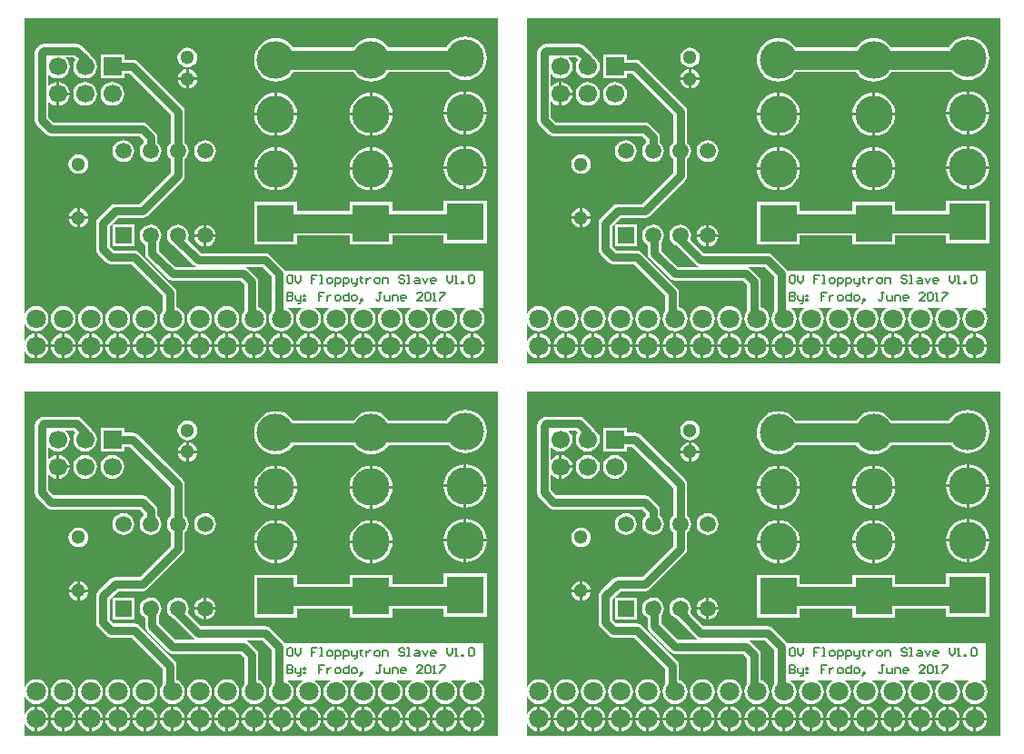
<source format=gtl>
G04 Layer_Physical_Order=1*
G04 Layer_Color=255*
%FSLAX25Y25*%
%MOIN*%
G70*
G01*
G75*
%ADD10C,0.03000*%
%ADD11C,0.07000*%
%ADD12C,0.00700*%
%ADD13C,0.05118*%
%ADD14C,0.13780*%
%ADD15R,0.13780X0.13780*%
%ADD16R,0.06693X0.06693*%
%ADD17C,0.06693*%
%ADD18R,0.05905X0.05905*%
%ADD19C,0.05905*%
%ADD20C,0.07087*%
G36*
X579154Y324594D02*
X405594D01*
Y329206D01*
X405643Y329216D01*
X405905Y328583D01*
X406634Y327634D01*
X407583Y326905D01*
X408688Y326448D01*
X409374Y326357D01*
Y330874D01*
Y335391D01*
X408688Y335300D01*
X407583Y334842D01*
X406634Y334114D01*
X405905Y333165D01*
X405643Y332533D01*
X405594Y332542D01*
Y339206D01*
X405643Y339215D01*
X405905Y338583D01*
X406634Y337634D01*
X407583Y336905D01*
X408688Y336448D01*
X409874Y336292D01*
X411060Y336448D01*
X412165Y336905D01*
X413114Y337634D01*
X413843Y338583D01*
X414300Y339688D01*
X414457Y340874D01*
X414300Y342060D01*
X413843Y343165D01*
X413114Y344114D01*
X412165Y344843D01*
X411060Y345300D01*
X409874Y345457D01*
X408688Y345300D01*
X407583Y344843D01*
X406634Y344114D01*
X405905Y343165D01*
X405643Y342532D01*
X405594Y342542D01*
Y451154D01*
X579154D01*
Y324594D01*
D02*
G37*
G36*
X394780D02*
X221220D01*
Y329206D01*
X221269Y329216D01*
X221531Y328583D01*
X222260Y327634D01*
X223209Y326905D01*
X224314Y326448D01*
X225000Y326357D01*
Y330874D01*
Y335391D01*
X224314Y335300D01*
X223209Y334842D01*
X222260Y334114D01*
X221531Y333165D01*
X221269Y332533D01*
X221220Y332542D01*
Y339206D01*
X221269Y339215D01*
X221531Y338583D01*
X222260Y337634D01*
X223209Y336905D01*
X224314Y336448D01*
X225500Y336292D01*
X226686Y336448D01*
X227791Y336905D01*
X228740Y337634D01*
X229469Y338583D01*
X229926Y339688D01*
X230083Y340874D01*
X229926Y342060D01*
X229469Y343165D01*
X228740Y344114D01*
X227791Y344843D01*
X226686Y345300D01*
X225500Y345457D01*
X224314Y345300D01*
X223209Y344843D01*
X222260Y344114D01*
X221531Y343165D01*
X221269Y342532D01*
X221220Y342542D01*
Y451154D01*
X394780D01*
Y324594D01*
D02*
G37*
G36*
X579154Y187720D02*
X405594D01*
Y192332D01*
X405643Y192341D01*
X405905Y191709D01*
X406634Y190760D01*
X407583Y190031D01*
X408688Y189574D01*
X409374Y189483D01*
Y194000D01*
Y198517D01*
X408688Y198426D01*
X407583Y197968D01*
X406634Y197240D01*
X405905Y196291D01*
X405643Y195659D01*
X405594Y195668D01*
Y202332D01*
X405643Y202342D01*
X405905Y201709D01*
X406634Y200760D01*
X407583Y200031D01*
X408688Y199574D01*
X409874Y199417D01*
X411060Y199574D01*
X412165Y200031D01*
X413114Y200760D01*
X413843Y201709D01*
X414300Y202814D01*
X414457Y204000D01*
X414300Y205186D01*
X413843Y206291D01*
X413114Y207240D01*
X412165Y207968D01*
X411060Y208426D01*
X409874Y208582D01*
X408688Y208426D01*
X407583Y207968D01*
X406634Y207240D01*
X405905Y206291D01*
X405643Y205659D01*
X405594Y205668D01*
Y314280D01*
X579154D01*
Y187720D01*
D02*
G37*
G36*
X394780D02*
X221220D01*
Y192332D01*
X221269Y192341D01*
X221531Y191709D01*
X222260Y190760D01*
X223209Y190031D01*
X224314Y189574D01*
X225000Y189483D01*
Y194000D01*
Y198517D01*
X224314Y198426D01*
X223209Y197968D01*
X222260Y197240D01*
X221531Y196291D01*
X221269Y195659D01*
X221220Y195668D01*
Y202332D01*
X221269Y202342D01*
X221531Y201709D01*
X222260Y200760D01*
X223209Y200031D01*
X224314Y199574D01*
X225500Y199417D01*
X226686Y199574D01*
X227791Y200031D01*
X228740Y200760D01*
X229469Y201709D01*
X229926Y202814D01*
X230083Y204000D01*
X229926Y205186D01*
X229469Y206291D01*
X228740Y207240D01*
X227791Y207968D01*
X226686Y208426D01*
X225500Y208582D01*
X224314Y208426D01*
X223209Y207968D01*
X222260Y207240D01*
X221531Y206291D01*
X221269Y205659D01*
X221220Y205668D01*
Y314280D01*
X394780D01*
Y187720D01*
D02*
G37*
%LPC*%
G36*
X567287Y444302D02*
X565741Y444150D01*
X564253Y443699D01*
X562883Y442966D01*
X561681Y441980D01*
X560696Y440779D01*
X560500Y440413D01*
X539269D01*
X538393Y441480D01*
X537192Y442466D01*
X535821Y443198D01*
X534334Y443650D01*
X532787Y443802D01*
X531241Y443650D01*
X529753Y443198D01*
X528383Y442466D01*
X527181Y441480D01*
X526306Y440413D01*
X504269D01*
X503393Y441480D01*
X502192Y442466D01*
X500821Y443198D01*
X499334Y443650D01*
X497787Y443802D01*
X496241Y443650D01*
X494753Y443198D01*
X493383Y442466D01*
X492181Y441480D01*
X491195Y440279D01*
X490463Y438908D01*
X490012Y437421D01*
X489859Y435874D01*
X490012Y434327D01*
X490463Y432840D01*
X491195Y431469D01*
X492181Y430268D01*
X493383Y429282D01*
X494753Y428550D01*
X496241Y428098D01*
X497787Y427946D01*
X499334Y428098D01*
X500821Y428550D01*
X502192Y429282D01*
X503393Y430268D01*
X504269Y431335D01*
X526306D01*
X527181Y430268D01*
X528383Y429282D01*
X529753Y428550D01*
X531241Y428098D01*
X532787Y427946D01*
X534334Y428098D01*
X535821Y428550D01*
X537192Y429282D01*
X538393Y430268D01*
X539269Y431335D01*
X561216D01*
X561681Y430768D01*
X562883Y429782D01*
X564253Y429050D01*
X565741Y428598D01*
X567287Y428446D01*
X568834Y428598D01*
X570321Y429050D01*
X571692Y429782D01*
X572893Y430768D01*
X573879Y431969D01*
X574612Y433340D01*
X575063Y434827D01*
X575215Y436374D01*
X575063Y437921D01*
X574612Y439408D01*
X573879Y440779D01*
X572893Y441980D01*
X571692Y442966D01*
X570321Y443699D01*
X568834Y444150D01*
X567287Y444302D01*
D02*
G37*
G36*
X465374Y440338D02*
X464445Y440215D01*
X463579Y439857D01*
X462836Y439286D01*
X462265Y438543D01*
X461907Y437677D01*
X461784Y436748D01*
X461907Y435819D01*
X462265Y434953D01*
X462836Y434210D01*
X463579Y433639D01*
X464445Y433281D01*
X465374Y433158D01*
X466303Y433281D01*
X467169Y433639D01*
X467912Y434210D01*
X468483Y434953D01*
X468842Y435819D01*
X468964Y436748D01*
X468842Y437677D01*
X468483Y438543D01*
X467912Y439286D01*
X467169Y439857D01*
X466303Y440215D01*
X465374Y440338D01*
D02*
G37*
G36*
X465874Y432398D02*
Y429374D01*
X468898D01*
X468842Y429803D01*
X468483Y430669D01*
X467912Y431412D01*
X467169Y431983D01*
X466303Y432341D01*
X465874Y432398D01*
D02*
G37*
G36*
X464874D02*
X464445Y432341D01*
X463579Y431983D01*
X462836Y431412D01*
X462265Y430669D01*
X461907Y429803D01*
X461850Y429374D01*
X464874D01*
Y432398D01*
D02*
G37*
G36*
X424720Y441770D02*
X412720D01*
X411745Y441575D01*
X410918Y441023D01*
X410072Y440176D01*
X409519Y439350D01*
X409325Y438374D01*
Y413874D01*
X409519Y412899D01*
X410072Y412072D01*
X413572Y408572D01*
X414399Y408019D01*
X415374Y407825D01*
X447818D01*
X449325Y406318D01*
Y405385D01*
X449055Y405177D01*
X448421Y404352D01*
X448023Y403390D01*
X447887Y402358D01*
X448023Y401326D01*
X448421Y400365D01*
X449055Y399539D01*
X449881Y398906D01*
X450842Y398507D01*
X451874Y398371D01*
X452906Y398507D01*
X453867Y398906D01*
X454693Y399539D01*
X455327Y400365D01*
X455725Y401326D01*
X455861Y402358D01*
X455725Y403390D01*
X455327Y404352D01*
X454693Y405177D01*
X454423Y405385D01*
Y407374D01*
X454229Y408350D01*
X453676Y409176D01*
X450676Y412176D01*
X449850Y412729D01*
X448874Y412923D01*
X416430D01*
X414423Y414930D01*
Y420654D01*
X414470Y420670D01*
X414774Y420274D01*
X415682Y419577D01*
X416739Y419139D01*
X417374Y419056D01*
Y423374D01*
Y427692D01*
X416739Y427609D01*
X415682Y427171D01*
X414774Y426474D01*
X414470Y426078D01*
X414423Y426094D01*
Y430654D01*
X414470Y430670D01*
X414774Y430274D01*
X415682Y429577D01*
X416739Y429140D01*
X417874Y428990D01*
X419009Y429140D01*
X420066Y429577D01*
X420974Y430274D01*
X421671Y431182D01*
X422109Y432239D01*
X422258Y433374D01*
X422109Y434509D01*
X421671Y435566D01*
X420974Y436474D01*
X420778Y436624D01*
X420794Y436671D01*
X423665D01*
X424378Y435958D01*
X424077Y435566D01*
X423639Y434509D01*
X423490Y433374D01*
X423639Y432239D01*
X424077Y431182D01*
X424774Y430274D01*
X425682Y429577D01*
X426739Y429140D01*
X427874Y428990D01*
X429009Y429140D01*
X430066Y429577D01*
X430974Y430274D01*
X431671Y431182D01*
X432109Y432239D01*
X432258Y433374D01*
X432109Y434509D01*
X431671Y435566D01*
X430974Y436474D01*
X430225Y437049D01*
X429676Y437869D01*
X426523Y441023D01*
X425696Y441575D01*
X424720Y441770D01*
D02*
G37*
G36*
X468898Y428374D02*
X465874D01*
Y425350D01*
X466303Y425407D01*
X467169Y425765D01*
X467912Y426336D01*
X468483Y427079D01*
X468842Y427945D01*
X468898Y428374D01*
D02*
G37*
G36*
X464874D02*
X461850D01*
X461907Y427945D01*
X462265Y427079D01*
X462836Y426336D01*
X463579Y425765D01*
X464445Y425407D01*
X464874Y425350D01*
Y428374D01*
D02*
G37*
G36*
X418374Y427692D02*
Y423874D01*
X422192D01*
X422109Y424509D01*
X421671Y425566D01*
X420974Y426474D01*
X420066Y427171D01*
X419009Y427609D01*
X418374Y427692D01*
D02*
G37*
G36*
X422192Y422874D02*
X418374D01*
Y419056D01*
X419009Y419139D01*
X420066Y419577D01*
X420974Y420274D01*
X421671Y421182D01*
X422109Y422239D01*
X422192Y422874D01*
D02*
G37*
G36*
X437874Y427758D02*
X436739Y427609D01*
X435682Y427171D01*
X434774Y426474D01*
X434077Y425566D01*
X433639Y424509D01*
X433490Y423374D01*
X433639Y422239D01*
X434077Y421182D01*
X434774Y420274D01*
X435682Y419577D01*
X436739Y419139D01*
X437874Y418990D01*
X439009Y419139D01*
X440066Y419577D01*
X440974Y420274D01*
X441671Y421182D01*
X442109Y422239D01*
X442258Y423374D01*
X442109Y424509D01*
X441671Y425566D01*
X440974Y426474D01*
X440066Y427171D01*
X439009Y427609D01*
X437874Y427758D01*
D02*
G37*
G36*
X427874D02*
X426739Y427609D01*
X425682Y427171D01*
X424774Y426474D01*
X424077Y425566D01*
X423639Y424509D01*
X423490Y423374D01*
X423639Y422239D01*
X424077Y421182D01*
X424774Y420274D01*
X425682Y419577D01*
X426739Y419139D01*
X427874Y418990D01*
X429009Y419139D01*
X430066Y419577D01*
X430974Y420274D01*
X431671Y421182D01*
X432109Y422239D01*
X432258Y423374D01*
X432109Y424509D01*
X431671Y425566D01*
X430974Y426474D01*
X430066Y427171D01*
X429009Y427609D01*
X427874Y427758D01*
D02*
G37*
G36*
X567787Y424253D02*
Y416874D01*
X575166D01*
X575063Y417921D01*
X574612Y419408D01*
X573879Y420779D01*
X572893Y421980D01*
X571692Y422966D01*
X570321Y423699D01*
X568834Y424150D01*
X567787Y424253D01*
D02*
G37*
G36*
X566787Y424253D02*
X565741Y424150D01*
X564253Y423699D01*
X562883Y422966D01*
X561681Y421980D01*
X560696Y420779D01*
X559963Y419408D01*
X559512Y417921D01*
X559409Y416874D01*
X566787D01*
Y424253D01*
D02*
G37*
G36*
X533287Y423753D02*
Y416374D01*
X540666D01*
X540563Y417421D01*
X540112Y418908D01*
X539379Y420279D01*
X538393Y421480D01*
X537192Y422466D01*
X535821Y423199D01*
X534334Y423650D01*
X533287Y423753D01*
D02*
G37*
G36*
X498287D02*
Y416374D01*
X505666D01*
X505563Y417421D01*
X505112Y418908D01*
X504379Y420279D01*
X503393Y421480D01*
X502192Y422466D01*
X500821Y423199D01*
X499334Y423650D01*
X498287Y423753D01*
D02*
G37*
G36*
X532287Y423753D02*
X531241Y423650D01*
X529753Y423199D01*
X528383Y422466D01*
X527181Y421480D01*
X526195Y420279D01*
X525463Y418908D01*
X525012Y417421D01*
X524909Y416374D01*
X532287D01*
Y423753D01*
D02*
G37*
G36*
X497287D02*
X496241Y423650D01*
X494753Y423199D01*
X493383Y422466D01*
X492181Y421480D01*
X491195Y420279D01*
X490463Y418908D01*
X490012Y417421D01*
X489909Y416374D01*
X497287D01*
Y423753D01*
D02*
G37*
G36*
X566787Y415874D02*
X559409D01*
X559512Y414827D01*
X559963Y413340D01*
X560696Y411970D01*
X561681Y410768D01*
X562883Y409782D01*
X564253Y409050D01*
X565741Y408598D01*
X566787Y408495D01*
Y415874D01*
D02*
G37*
G36*
X575166D02*
X567787D01*
Y408495D01*
X568834Y408598D01*
X570321Y409050D01*
X571692Y409782D01*
X572893Y410768D01*
X573879Y411970D01*
X574612Y413340D01*
X575063Y414827D01*
X575166Y415874D01*
D02*
G37*
G36*
X532287Y415374D02*
X524909D01*
X525012Y414327D01*
X525463Y412840D01*
X526195Y411470D01*
X527181Y410268D01*
X528383Y409282D01*
X529753Y408550D01*
X531241Y408098D01*
X532287Y407995D01*
Y415374D01*
D02*
G37*
G36*
X497287D02*
X489909D01*
X490012Y414327D01*
X490463Y412840D01*
X491195Y411470D01*
X492181Y410268D01*
X493383Y409282D01*
X494753Y408550D01*
X496241Y408098D01*
X497287Y407995D01*
Y415374D01*
D02*
G37*
G36*
X540666D02*
X533287D01*
Y407995D01*
X534334Y408098D01*
X535821Y408550D01*
X537192Y409282D01*
X538393Y410268D01*
X539379Y411470D01*
X540112Y412840D01*
X540563Y414327D01*
X540666Y415374D01*
D02*
G37*
G36*
X505666D02*
X498287D01*
Y407995D01*
X499334Y408098D01*
X500821Y408550D01*
X502192Y409282D01*
X503393Y410268D01*
X504379Y411470D01*
X505112Y412840D01*
X505563Y414327D01*
X505666Y415374D01*
D02*
G37*
G36*
X471874Y406345D02*
X470842Y406209D01*
X469881Y405811D01*
X469055Y405177D01*
X468421Y404352D01*
X468023Y403390D01*
X467887Y402358D01*
X468023Y401326D01*
X468421Y400365D01*
X469055Y399539D01*
X469881Y398906D01*
X470842Y398507D01*
X471874Y398371D01*
X472906Y398507D01*
X473868Y398906D01*
X474693Y399539D01*
X475327Y400365D01*
X475725Y401326D01*
X475861Y402358D01*
X475725Y403390D01*
X475327Y404352D01*
X474693Y405177D01*
X473868Y405811D01*
X472906Y406209D01*
X471874Y406345D01*
D02*
G37*
G36*
X441874D02*
X440842Y406209D01*
X439881Y405811D01*
X439055Y405177D01*
X438421Y404352D01*
X438023Y403390D01*
X437887Y402358D01*
X438023Y401326D01*
X438421Y400365D01*
X439055Y399539D01*
X439881Y398906D01*
X440842Y398507D01*
X441874Y398371D01*
X442906Y398507D01*
X443867Y398906D01*
X444693Y399539D01*
X445327Y400365D01*
X445725Y401326D01*
X445861Y402358D01*
X445725Y403390D01*
X445327Y404352D01*
X444693Y405177D01*
X443867Y405811D01*
X442906Y406209D01*
X441874Y406345D01*
D02*
G37*
G36*
X567787Y404253D02*
Y396874D01*
X575166D01*
X575063Y397921D01*
X574612Y399408D01*
X573879Y400779D01*
X572893Y401980D01*
X571692Y402966D01*
X570321Y403698D01*
X568834Y404150D01*
X567787Y404253D01*
D02*
G37*
G36*
X566787Y404253D02*
X565741Y404150D01*
X564253Y403698D01*
X562883Y402966D01*
X561681Y401980D01*
X560696Y400779D01*
X559963Y399408D01*
X559512Y397921D01*
X559409Y396874D01*
X566787D01*
Y404253D01*
D02*
G37*
G36*
X533287Y403753D02*
Y396374D01*
X540666D01*
X540563Y397421D01*
X540112Y398908D01*
X539379Y400279D01*
X538393Y401480D01*
X537192Y402466D01*
X535821Y403198D01*
X534334Y403650D01*
X533287Y403753D01*
D02*
G37*
G36*
X498287D02*
Y396374D01*
X505666D01*
X505563Y397421D01*
X505112Y398908D01*
X504379Y400279D01*
X503393Y401480D01*
X502192Y402466D01*
X500821Y403198D01*
X499334Y403650D01*
X498287Y403753D01*
D02*
G37*
G36*
X532287Y403753D02*
X531241Y403650D01*
X529753Y403198D01*
X528383Y402466D01*
X527181Y401480D01*
X526195Y400279D01*
X525463Y398908D01*
X525012Y397421D01*
X524909Y396374D01*
X532287D01*
Y403753D01*
D02*
G37*
G36*
X497287D02*
X496241Y403650D01*
X494753Y403198D01*
X493383Y402466D01*
X492181Y401480D01*
X491195Y400279D01*
X490463Y398908D01*
X490012Y397421D01*
X489909Y396374D01*
X497287D01*
Y403753D01*
D02*
G37*
G36*
X425374Y401149D02*
X424445Y401026D01*
X423579Y400668D01*
X422836Y400097D01*
X422265Y399354D01*
X421907Y398488D01*
X421784Y397559D01*
X421907Y396630D01*
X422265Y395764D01*
X422836Y395021D01*
X423579Y394450D01*
X424445Y394092D01*
X425374Y393969D01*
X426303Y394092D01*
X427169Y394450D01*
X427912Y395021D01*
X428483Y395764D01*
X428841Y396630D01*
X428964Y397559D01*
X428841Y398488D01*
X428483Y399354D01*
X427912Y400097D01*
X427169Y400668D01*
X426303Y401026D01*
X425374Y401149D01*
D02*
G37*
G36*
X566787Y395874D02*
X559409D01*
X559512Y394827D01*
X559963Y393340D01*
X560696Y391969D01*
X561681Y390768D01*
X562883Y389782D01*
X564253Y389050D01*
X565741Y388598D01*
X566787Y388495D01*
Y395874D01*
D02*
G37*
G36*
X575166D02*
X567787D01*
Y388495D01*
X568834Y388598D01*
X570321Y389050D01*
X571692Y389782D01*
X572893Y390768D01*
X573879Y391969D01*
X574612Y393340D01*
X575063Y394827D01*
X575166Y395874D01*
D02*
G37*
G36*
X532287Y395374D02*
X524909D01*
X525012Y394327D01*
X525463Y392840D01*
X526195Y391470D01*
X527181Y390268D01*
X528383Y389282D01*
X529753Y388550D01*
X531241Y388098D01*
X532287Y387995D01*
Y395374D01*
D02*
G37*
G36*
X497287D02*
X489909D01*
X490012Y394327D01*
X490463Y392840D01*
X491195Y391470D01*
X492181Y390268D01*
X493383Y389282D01*
X494753Y388550D01*
X496241Y388098D01*
X497287Y387995D01*
Y395374D01*
D02*
G37*
G36*
X540666D02*
X533287D01*
Y387995D01*
X534334Y388098D01*
X535821Y388550D01*
X537192Y389282D01*
X538393Y390268D01*
X539379Y391470D01*
X540112Y392840D01*
X540563Y394327D01*
X540666Y395374D01*
D02*
G37*
G36*
X505666D02*
X498287D01*
Y387995D01*
X499334Y388098D01*
X500821Y388550D01*
X502192Y389282D01*
X503393Y390268D01*
X504379Y391470D01*
X505112Y392840D01*
X505563Y394327D01*
X505666Y395374D01*
D02*
G37*
G36*
X575177Y384264D02*
X559398D01*
Y380413D01*
X540677D01*
Y383764D01*
X524898D01*
Y380413D01*
X505677D01*
Y383764D01*
X489898D01*
Y367984D01*
X505677D01*
Y371335D01*
X524898D01*
Y367984D01*
X540677D01*
Y371335D01*
X559398D01*
Y368484D01*
X575177D01*
Y384264D01*
D02*
G37*
G36*
X425874Y381398D02*
Y378374D01*
X428898D01*
X428841Y378803D01*
X428483Y379669D01*
X427912Y380412D01*
X427169Y380983D01*
X426303Y381342D01*
X425874Y381398D01*
D02*
G37*
G36*
X424874D02*
X424445Y381342D01*
X423579Y380983D01*
X422836Y380412D01*
X422265Y379669D01*
X421907Y378803D01*
X421850Y378374D01*
X424874D01*
Y381398D01*
D02*
G37*
G36*
X452374Y375423D02*
X451987Y375346D01*
X451874Y375361D01*
X450842Y375225D01*
X449881Y374827D01*
X449055Y374193D01*
X448421Y373368D01*
X448023Y372406D01*
X447887Y371374D01*
X448023Y370342D01*
X448421Y369381D01*
X449055Y368555D01*
X449825Y367964D01*
Y364874D01*
X450019Y363899D01*
X450572Y363072D01*
X458072Y355572D01*
X458899Y355019D01*
X459874Y354825D01*
X484818D01*
X486325Y353318D01*
Y343712D01*
X485906Y343165D01*
X485448Y342060D01*
X485291Y340874D01*
X485448Y339688D01*
X485906Y338583D01*
X486634Y337634D01*
X487583Y336905D01*
X488688Y336448D01*
X489874Y336292D01*
X491060Y336448D01*
X492165Y336905D01*
X493114Y337634D01*
X493843Y338583D01*
X494300Y339688D01*
X494456Y340874D01*
X494300Y342060D01*
X493843Y343165D01*
X493114Y344114D01*
X492165Y344843D01*
X491423Y345150D01*
Y354374D01*
X491229Y355349D01*
X490676Y356176D01*
X487676Y359176D01*
X486849Y359729D01*
X486617Y359775D01*
X486622Y359825D01*
X492818D01*
X496325Y356318D01*
Y343712D01*
X495905Y343165D01*
X495448Y342060D01*
X495292Y340874D01*
X495448Y339688D01*
X495905Y338583D01*
X496634Y337634D01*
X497583Y336905D01*
X498688Y336448D01*
X499874Y336292D01*
X501060Y336448D01*
X502165Y336905D01*
X503114Y337634D01*
X503843Y338583D01*
X504300Y339688D01*
X504457Y340874D01*
X504300Y342060D01*
X503843Y343165D01*
X503114Y344114D01*
X502189Y344824D01*
X502206Y344874D01*
X507542D01*
X507559Y344824D01*
X506634Y344114D01*
X505905Y343165D01*
X505448Y342060D01*
X505292Y340874D01*
X505448Y339688D01*
X505905Y338583D01*
X506634Y337634D01*
X507583Y336905D01*
X508688Y336448D01*
X509874Y336292D01*
X511060Y336448D01*
X512165Y336905D01*
X513114Y337634D01*
X513843Y338583D01*
X514300Y339688D01*
X514457Y340874D01*
X514300Y342060D01*
X513843Y343165D01*
X513114Y344114D01*
X512189Y344824D01*
X512206Y344874D01*
X517542D01*
X517559Y344824D01*
X516634Y344114D01*
X515906Y343165D01*
X515448Y342060D01*
X515292Y340874D01*
X515448Y339688D01*
X515906Y338583D01*
X516634Y337634D01*
X517583Y336905D01*
X518688Y336448D01*
X519874Y336292D01*
X521060Y336448D01*
X522165Y336905D01*
X523114Y337634D01*
X523843Y338583D01*
X524300Y339688D01*
X524457Y340874D01*
X524300Y342060D01*
X523843Y343165D01*
X523114Y344114D01*
X522189Y344824D01*
X522206Y344874D01*
X527542D01*
X527559Y344824D01*
X526634Y344114D01*
X525906Y343165D01*
X525448Y342060D01*
X525291Y340874D01*
X525448Y339688D01*
X525906Y338583D01*
X526634Y337634D01*
X527583Y336905D01*
X528688Y336448D01*
X529874Y336292D01*
X531060Y336448D01*
X532165Y336905D01*
X533114Y337634D01*
X533843Y338583D01*
X534300Y339688D01*
X534456Y340874D01*
X534300Y342060D01*
X533843Y343165D01*
X533114Y344114D01*
X532189Y344824D01*
X532206Y344874D01*
X537542D01*
X537559Y344824D01*
X536634Y344114D01*
X535906Y343165D01*
X535448Y342060D01*
X535291Y340874D01*
X535448Y339688D01*
X535906Y338583D01*
X536634Y337634D01*
X537583Y336905D01*
X538688Y336448D01*
X539874Y336292D01*
X541060Y336448D01*
X542165Y336905D01*
X543114Y337634D01*
X543843Y338583D01*
X544300Y339688D01*
X544456Y340874D01*
X544300Y342060D01*
X543843Y343165D01*
X543114Y344114D01*
X542189Y344824D01*
X542206Y344874D01*
X547542D01*
X547559Y344824D01*
X546634Y344114D01*
X545905Y343165D01*
X545448Y342060D01*
X545292Y340874D01*
X545448Y339688D01*
X545905Y338583D01*
X546634Y337634D01*
X547583Y336905D01*
X548688Y336448D01*
X549874Y336292D01*
X551060Y336448D01*
X552165Y336905D01*
X553114Y337634D01*
X553843Y338583D01*
X554300Y339688D01*
X554457Y340874D01*
X554300Y342060D01*
X553843Y343165D01*
X553114Y344114D01*
X552189Y344824D01*
X552206Y344874D01*
X557542D01*
X557559Y344824D01*
X556634Y344114D01*
X555905Y343165D01*
X555448Y342060D01*
X555292Y340874D01*
X555448Y339688D01*
X555905Y338583D01*
X556634Y337634D01*
X557583Y336905D01*
X558688Y336448D01*
X559874Y336292D01*
X561060Y336448D01*
X562165Y336905D01*
X563114Y337634D01*
X563843Y338583D01*
X564300Y339688D01*
X564457Y340874D01*
X564300Y342060D01*
X563843Y343165D01*
X563114Y344114D01*
X562189Y344824D01*
X562206Y344874D01*
X567542D01*
X567559Y344824D01*
X566634Y344114D01*
X565906Y343165D01*
X565448Y342060D01*
X565292Y340874D01*
X565448Y339688D01*
X565906Y338583D01*
X566634Y337634D01*
X567583Y336905D01*
X568688Y336448D01*
X569874Y336292D01*
X571060Y336448D01*
X572165Y336905D01*
X573114Y337634D01*
X573843Y338583D01*
X574300Y339688D01*
X574457Y340874D01*
X574300Y342060D01*
X573843Y343165D01*
X573114Y344114D01*
X572189Y344824D01*
X572206Y344874D01*
X573874D01*
Y358551D01*
X501094D01*
X500676Y359176D01*
X495676Y364176D01*
X494849Y364729D01*
X493874Y364923D01*
X470430D01*
X465516Y369837D01*
X465725Y370342D01*
X465861Y371374D01*
X465725Y372406D01*
X465327Y373368D01*
X464693Y374193D01*
X463868Y374827D01*
X462906Y375225D01*
X461874Y375361D01*
X460842Y375225D01*
X459881Y374827D01*
X459055Y374193D01*
X458421Y373368D01*
X458023Y372406D01*
X457887Y371374D01*
X458023Y370342D01*
X458421Y369381D01*
X459055Y368555D01*
X459881Y367921D01*
X460463Y367680D01*
X467572Y360572D01*
X468399Y360019D01*
X468631Y359973D01*
X468626Y359923D01*
X460930D01*
X454923Y365930D01*
Y368854D01*
X455327Y369381D01*
X455725Y370342D01*
X455861Y371374D01*
X455725Y372406D01*
X455327Y373368D01*
X454693Y374193D01*
X454295Y374498D01*
X454176Y374676D01*
X453349Y375229D01*
X452374Y375423D01*
D02*
G37*
G36*
X428898Y377374D02*
X425874D01*
Y374350D01*
X426303Y374407D01*
X427169Y374765D01*
X427912Y375336D01*
X428483Y376079D01*
X428841Y376945D01*
X428898Y377374D01*
D02*
G37*
G36*
X424874D02*
X421850D01*
X421907Y376945D01*
X422265Y376079D01*
X422836Y375336D01*
X423579Y374765D01*
X424445Y374407D01*
X424874Y374350D01*
Y377374D01*
D02*
G37*
G36*
X472374Y375295D02*
Y371874D01*
X475795D01*
X475725Y372406D01*
X475327Y373368D01*
X474693Y374193D01*
X473868Y374827D01*
X472906Y375225D01*
X472374Y375295D01*
D02*
G37*
G36*
X471374D02*
X470842Y375225D01*
X469881Y374827D01*
X469055Y374193D01*
X468421Y373368D01*
X468023Y372406D01*
X467953Y371874D01*
X471374D01*
Y375295D01*
D02*
G37*
G36*
X475795Y370874D02*
X472374D01*
Y367453D01*
X472906Y367523D01*
X473868Y367921D01*
X474693Y368555D01*
X475327Y369381D01*
X475725Y370342D01*
X475795Y370874D01*
D02*
G37*
G36*
X471374D02*
X467953D01*
X468023Y370342D01*
X468421Y369381D01*
X469055Y368555D01*
X469881Y367921D01*
X470842Y367523D01*
X471374Y367453D01*
Y370874D01*
D02*
G37*
G36*
X445827Y375327D02*
X437921D01*
Y367421D01*
X445827D01*
Y375327D01*
D02*
G37*
G36*
X479874Y345457D02*
X478688Y345300D01*
X477583Y344843D01*
X476634Y344114D01*
X475906Y343165D01*
X475448Y342060D01*
X475291Y340874D01*
X475448Y339688D01*
X475906Y338583D01*
X476634Y337634D01*
X477583Y336905D01*
X478688Y336448D01*
X479874Y336292D01*
X481060Y336448D01*
X482165Y336905D01*
X483114Y337634D01*
X483843Y338583D01*
X484300Y339688D01*
X484456Y340874D01*
X484300Y342060D01*
X483843Y343165D01*
X483114Y344114D01*
X482165Y344843D01*
X481060Y345300D01*
X479874Y345457D01*
D02*
G37*
G36*
X469874D02*
X468688Y345300D01*
X467583Y344843D01*
X466634Y344114D01*
X465906Y343165D01*
X465448Y342060D01*
X465292Y340874D01*
X465448Y339688D01*
X465906Y338583D01*
X466634Y337634D01*
X467583Y336905D01*
X468688Y336448D01*
X469874Y336292D01*
X471060Y336448D01*
X472165Y336905D01*
X473114Y337634D01*
X473843Y338583D01*
X474300Y339688D01*
X474457Y340874D01*
X474300Y342060D01*
X473843Y343165D01*
X473114Y344114D01*
X472165Y344843D01*
X471060Y345300D01*
X469874Y345457D01*
D02*
G37*
G36*
X442220Y437720D02*
X433528D01*
Y429028D01*
X442220D01*
Y430825D01*
X444318D01*
X459325Y415818D01*
Y405385D01*
X459055Y405177D01*
X458421Y404352D01*
X458023Y403390D01*
X457887Y402358D01*
X458023Y401326D01*
X458421Y400365D01*
X459055Y399539D01*
X459325Y399332D01*
Y394430D01*
X447818Y382923D01*
X438874D01*
X437899Y382729D01*
X437072Y382176D01*
X432572Y377676D01*
X432019Y376850D01*
X431825Y375874D01*
Y366374D01*
X432019Y365399D01*
X432572Y364572D01*
X435572Y361572D01*
X436399Y361019D01*
X437374Y360825D01*
X444818D01*
X456325Y349318D01*
Y343712D01*
X455905Y343165D01*
X455448Y342060D01*
X455292Y340874D01*
X455448Y339688D01*
X455905Y338583D01*
X456634Y337634D01*
X457583Y336905D01*
X458688Y336448D01*
X459874Y336292D01*
X461060Y336448D01*
X462165Y336905D01*
X463114Y337634D01*
X463843Y338583D01*
X464300Y339688D01*
X464457Y340874D01*
X464300Y342060D01*
X463843Y343165D01*
X463114Y344114D01*
X462165Y344843D01*
X461423Y345150D01*
Y350374D01*
X461229Y351349D01*
X460676Y352176D01*
X447676Y365176D01*
X446849Y365729D01*
X445874Y365923D01*
X438430D01*
X436923Y367430D01*
Y374818D01*
X439930Y377825D01*
X448874D01*
X449850Y378019D01*
X450676Y378572D01*
X463676Y391572D01*
X464229Y392399D01*
X464423Y393374D01*
Y399332D01*
X464693Y399539D01*
X465327Y400365D01*
X465725Y401326D01*
X465861Y402358D01*
X465725Y403390D01*
X465327Y404352D01*
X464693Y405177D01*
X464423Y405385D01*
Y416874D01*
X464229Y417849D01*
X463676Y418676D01*
X447176Y435176D01*
X446349Y435729D01*
X445374Y435923D01*
X442220D01*
Y437720D01*
D02*
G37*
G36*
X449874Y345457D02*
X448688Y345300D01*
X447583Y344843D01*
X446634Y344114D01*
X445905Y343165D01*
X445448Y342060D01*
X445292Y340874D01*
X445448Y339688D01*
X445905Y338583D01*
X446634Y337634D01*
X447583Y336905D01*
X448688Y336448D01*
X449874Y336292D01*
X451060Y336448D01*
X452165Y336905D01*
X453114Y337634D01*
X453843Y338583D01*
X454300Y339688D01*
X454457Y340874D01*
X454300Y342060D01*
X453843Y343165D01*
X453114Y344114D01*
X452165Y344843D01*
X451060Y345300D01*
X449874Y345457D01*
D02*
G37*
G36*
X439874D02*
X438688Y345300D01*
X437583Y344843D01*
X436634Y344114D01*
X435906Y343165D01*
X435448Y342060D01*
X435291Y340874D01*
X435448Y339688D01*
X435906Y338583D01*
X436634Y337634D01*
X437583Y336905D01*
X438688Y336448D01*
X439874Y336292D01*
X441060Y336448D01*
X442165Y336905D01*
X443114Y337634D01*
X443843Y338583D01*
X444300Y339688D01*
X444456Y340874D01*
X444300Y342060D01*
X443843Y343165D01*
X443114Y344114D01*
X442165Y344843D01*
X441060Y345300D01*
X439874Y345457D01*
D02*
G37*
G36*
X429874D02*
X428688Y345300D01*
X427583Y344843D01*
X426634Y344114D01*
X425906Y343165D01*
X425448Y342060D01*
X425291Y340874D01*
X425448Y339688D01*
X425906Y338583D01*
X426634Y337634D01*
X427583Y336905D01*
X428688Y336448D01*
X429874Y336292D01*
X431060Y336448D01*
X432165Y336905D01*
X433114Y337634D01*
X433843Y338583D01*
X434300Y339688D01*
X434456Y340874D01*
X434300Y342060D01*
X433843Y343165D01*
X433114Y344114D01*
X432165Y344843D01*
X431060Y345300D01*
X429874Y345457D01*
D02*
G37*
G36*
X419874D02*
X418688Y345300D01*
X417583Y344843D01*
X416634Y344114D01*
X415906Y343165D01*
X415448Y342060D01*
X415292Y340874D01*
X415448Y339688D01*
X415906Y338583D01*
X416634Y337634D01*
X417583Y336905D01*
X418688Y336448D01*
X419874Y336292D01*
X421060Y336448D01*
X422165Y336905D01*
X423114Y337634D01*
X423843Y338583D01*
X424300Y339688D01*
X424457Y340874D01*
X424300Y342060D01*
X423843Y343165D01*
X423114Y344114D01*
X422165Y344843D01*
X421060Y345300D01*
X419874Y345457D01*
D02*
G37*
G36*
X570374Y335391D02*
Y331374D01*
X574391D01*
X574300Y332060D01*
X573843Y333165D01*
X573114Y334114D01*
X572165Y334842D01*
X571060Y335300D01*
X570374Y335391D01*
D02*
G37*
G36*
X560374D02*
Y331374D01*
X564391D01*
X564300Y332060D01*
X563843Y333165D01*
X563114Y334114D01*
X562165Y334842D01*
X561060Y335300D01*
X560374Y335391D01*
D02*
G37*
G36*
X550374D02*
Y331374D01*
X554391D01*
X554300Y332060D01*
X553843Y333165D01*
X553114Y334114D01*
X552165Y334842D01*
X551060Y335300D01*
X550374Y335391D01*
D02*
G37*
G36*
X540374D02*
Y331374D01*
X544391D01*
X544300Y332060D01*
X543843Y333165D01*
X543114Y334114D01*
X542165Y334842D01*
X541060Y335300D01*
X540374Y335391D01*
D02*
G37*
G36*
X530374D02*
Y331374D01*
X534391D01*
X534300Y332060D01*
X533843Y333165D01*
X533114Y334114D01*
X532165Y334842D01*
X531060Y335300D01*
X530374Y335391D01*
D02*
G37*
G36*
X520374D02*
Y331374D01*
X524391D01*
X524300Y332060D01*
X523843Y333165D01*
X523114Y334114D01*
X522165Y334842D01*
X521060Y335300D01*
X520374Y335391D01*
D02*
G37*
G36*
X510374D02*
Y331374D01*
X514391D01*
X514300Y332060D01*
X513843Y333165D01*
X513114Y334114D01*
X512165Y334842D01*
X511060Y335300D01*
X510374Y335391D01*
D02*
G37*
G36*
X500374D02*
Y331374D01*
X504391D01*
X504300Y332060D01*
X503843Y333165D01*
X503114Y334114D01*
X502165Y334842D01*
X501060Y335300D01*
X500374Y335391D01*
D02*
G37*
G36*
X490374D02*
Y331374D01*
X494391D01*
X494300Y332060D01*
X493843Y333165D01*
X493114Y334114D01*
X492165Y334842D01*
X491060Y335300D01*
X490374Y335391D01*
D02*
G37*
G36*
X480374D02*
Y331374D01*
X484391D01*
X484300Y332060D01*
X483843Y333165D01*
X483114Y334114D01*
X482165Y334842D01*
X481060Y335300D01*
X480374Y335391D01*
D02*
G37*
G36*
X470374D02*
Y331374D01*
X474391D01*
X474300Y332060D01*
X473843Y333165D01*
X473114Y334114D01*
X472165Y334842D01*
X471060Y335300D01*
X470374Y335391D01*
D02*
G37*
G36*
X460374D02*
Y331374D01*
X464391D01*
X464300Y332060D01*
X463843Y333165D01*
X463114Y334114D01*
X462165Y334842D01*
X461060Y335300D01*
X460374Y335391D01*
D02*
G37*
G36*
X450374D02*
Y331374D01*
X454391D01*
X454300Y332060D01*
X453843Y333165D01*
X453114Y334114D01*
X452165Y334842D01*
X451060Y335300D01*
X450374Y335391D01*
D02*
G37*
G36*
X440374D02*
Y331374D01*
X444391D01*
X444300Y332060D01*
X443843Y333165D01*
X443114Y334114D01*
X442165Y334842D01*
X441060Y335300D01*
X440374Y335391D01*
D02*
G37*
G36*
X430374D02*
Y331374D01*
X434391D01*
X434300Y332060D01*
X433843Y333165D01*
X433114Y334114D01*
X432165Y334842D01*
X431060Y335300D01*
X430374Y335391D01*
D02*
G37*
G36*
X420374D02*
Y331374D01*
X424391D01*
X424300Y332060D01*
X423843Y333165D01*
X423114Y334114D01*
X422165Y334842D01*
X421060Y335300D01*
X420374Y335391D01*
D02*
G37*
G36*
X410374D02*
Y331374D01*
X414391D01*
X414300Y332060D01*
X413843Y333165D01*
X413114Y334114D01*
X412165Y334842D01*
X411060Y335300D01*
X410374Y335391D01*
D02*
G37*
G36*
X569374D02*
X568688Y335300D01*
X567583Y334842D01*
X566634Y334114D01*
X565906Y333165D01*
X565448Y332060D01*
X565357Y331374D01*
X569374D01*
Y335391D01*
D02*
G37*
G36*
X559374D02*
X558688Y335300D01*
X557583Y334842D01*
X556634Y334114D01*
X555905Y333165D01*
X555448Y332060D01*
X555357Y331374D01*
X559374D01*
Y335391D01*
D02*
G37*
G36*
X549374D02*
X548688Y335300D01*
X547583Y334842D01*
X546634Y334114D01*
X545905Y333165D01*
X545448Y332060D01*
X545357Y331374D01*
X549374D01*
Y335391D01*
D02*
G37*
G36*
X539374D02*
X538688Y335300D01*
X537583Y334842D01*
X536634Y334114D01*
X535906Y333165D01*
X535448Y332060D01*
X535357Y331374D01*
X539374D01*
Y335391D01*
D02*
G37*
G36*
X529374D02*
X528688Y335300D01*
X527583Y334842D01*
X526634Y334114D01*
X525906Y333165D01*
X525448Y332060D01*
X525357Y331374D01*
X529374D01*
Y335391D01*
D02*
G37*
G36*
X519374D02*
X518688Y335300D01*
X517583Y334842D01*
X516634Y334114D01*
X515906Y333165D01*
X515448Y332060D01*
X515357Y331374D01*
X519374D01*
Y335391D01*
D02*
G37*
G36*
X509374D02*
X508688Y335300D01*
X507583Y334842D01*
X506634Y334114D01*
X505905Y333165D01*
X505448Y332060D01*
X505357Y331374D01*
X509374D01*
Y335391D01*
D02*
G37*
G36*
X499374D02*
X498688Y335300D01*
X497583Y334842D01*
X496634Y334114D01*
X495905Y333165D01*
X495448Y332060D01*
X495357Y331374D01*
X499374D01*
Y335391D01*
D02*
G37*
G36*
X489374D02*
X488688Y335300D01*
X487583Y334842D01*
X486634Y334114D01*
X485906Y333165D01*
X485448Y332060D01*
X485357Y331374D01*
X489374D01*
Y335391D01*
D02*
G37*
G36*
X479374D02*
X478688Y335300D01*
X477583Y334842D01*
X476634Y334114D01*
X475906Y333165D01*
X475448Y332060D01*
X475357Y331374D01*
X479374D01*
Y335391D01*
D02*
G37*
G36*
X469374D02*
X468688Y335300D01*
X467583Y334842D01*
X466634Y334114D01*
X465906Y333165D01*
X465448Y332060D01*
X465357Y331374D01*
X469374D01*
Y335391D01*
D02*
G37*
G36*
X459374D02*
X458688Y335300D01*
X457583Y334842D01*
X456634Y334114D01*
X455905Y333165D01*
X455448Y332060D01*
X455357Y331374D01*
X459374D01*
Y335391D01*
D02*
G37*
G36*
X449374D02*
X448688Y335300D01*
X447583Y334842D01*
X446634Y334114D01*
X445905Y333165D01*
X445448Y332060D01*
X445357Y331374D01*
X449374D01*
Y335391D01*
D02*
G37*
G36*
X439374D02*
X438688Y335300D01*
X437583Y334842D01*
X436634Y334114D01*
X435906Y333165D01*
X435448Y332060D01*
X435357Y331374D01*
X439374D01*
Y335391D01*
D02*
G37*
G36*
X429374D02*
X428688Y335300D01*
X427583Y334842D01*
X426634Y334114D01*
X425906Y333165D01*
X425448Y332060D01*
X425357Y331374D01*
X429374D01*
Y335391D01*
D02*
G37*
G36*
X419374D02*
X418688Y335300D01*
X417583Y334842D01*
X416634Y334114D01*
X415906Y333165D01*
X415448Y332060D01*
X415357Y331374D01*
X419374D01*
Y335391D01*
D02*
G37*
G36*
X574391Y330374D02*
X570374D01*
Y326357D01*
X571060Y326448D01*
X572165Y326905D01*
X573114Y327634D01*
X573843Y328583D01*
X574300Y329688D01*
X574391Y330374D01*
D02*
G37*
G36*
X564391D02*
X560374D01*
Y326357D01*
X561060Y326448D01*
X562165Y326905D01*
X563114Y327634D01*
X563843Y328583D01*
X564300Y329688D01*
X564391Y330374D01*
D02*
G37*
G36*
X554391D02*
X550374D01*
Y326357D01*
X551060Y326448D01*
X552165Y326905D01*
X553114Y327634D01*
X553843Y328583D01*
X554300Y329688D01*
X554391Y330374D01*
D02*
G37*
G36*
X544391D02*
X540374D01*
Y326357D01*
X541060Y326448D01*
X542165Y326905D01*
X543114Y327634D01*
X543843Y328583D01*
X544300Y329688D01*
X544391Y330374D01*
D02*
G37*
G36*
X534391D02*
X530374D01*
Y326357D01*
X531060Y326448D01*
X532165Y326905D01*
X533114Y327634D01*
X533843Y328583D01*
X534300Y329688D01*
X534391Y330374D01*
D02*
G37*
G36*
X524391D02*
X520374D01*
Y326357D01*
X521060Y326448D01*
X522165Y326905D01*
X523114Y327634D01*
X523843Y328583D01*
X524300Y329688D01*
X524391Y330374D01*
D02*
G37*
G36*
X514391D02*
X510374D01*
Y326357D01*
X511060Y326448D01*
X512165Y326905D01*
X513114Y327634D01*
X513843Y328583D01*
X514300Y329688D01*
X514391Y330374D01*
D02*
G37*
G36*
X504391D02*
X500374D01*
Y326357D01*
X501060Y326448D01*
X502165Y326905D01*
X503114Y327634D01*
X503843Y328583D01*
X504300Y329688D01*
X504391Y330374D01*
D02*
G37*
G36*
X494391D02*
X490374D01*
Y326357D01*
X491060Y326448D01*
X492165Y326905D01*
X493114Y327634D01*
X493843Y328583D01*
X494300Y329688D01*
X494391Y330374D01*
D02*
G37*
G36*
X484391D02*
X480374D01*
Y326357D01*
X481060Y326448D01*
X482165Y326905D01*
X483114Y327634D01*
X483843Y328583D01*
X484300Y329688D01*
X484391Y330374D01*
D02*
G37*
G36*
X474391D02*
X470374D01*
Y326357D01*
X471060Y326448D01*
X472165Y326905D01*
X473114Y327634D01*
X473843Y328583D01*
X474300Y329688D01*
X474391Y330374D01*
D02*
G37*
G36*
X464391D02*
X460374D01*
Y326357D01*
X461060Y326448D01*
X462165Y326905D01*
X463114Y327634D01*
X463843Y328583D01*
X464300Y329688D01*
X464391Y330374D01*
D02*
G37*
G36*
X454391D02*
X450374D01*
Y326357D01*
X451060Y326448D01*
X452165Y326905D01*
X453114Y327634D01*
X453843Y328583D01*
X454300Y329688D01*
X454391Y330374D01*
D02*
G37*
G36*
X444391D02*
X440374D01*
Y326357D01*
X441060Y326448D01*
X442165Y326905D01*
X443114Y327634D01*
X443843Y328583D01*
X444300Y329688D01*
X444391Y330374D01*
D02*
G37*
G36*
X434391D02*
X430374D01*
Y326357D01*
X431060Y326448D01*
X432165Y326905D01*
X433114Y327634D01*
X433843Y328583D01*
X434300Y329688D01*
X434391Y330374D01*
D02*
G37*
G36*
X424391D02*
X420374D01*
Y326357D01*
X421060Y326448D01*
X422165Y326905D01*
X423114Y327634D01*
X423843Y328583D01*
X424300Y329688D01*
X424391Y330374D01*
D02*
G37*
G36*
X414391D02*
X410374D01*
Y326357D01*
X411060Y326448D01*
X412165Y326905D01*
X413114Y327634D01*
X413843Y328583D01*
X414300Y329688D01*
X414391Y330374D01*
D02*
G37*
G36*
X569374D02*
X565357D01*
X565448Y329688D01*
X565906Y328583D01*
X566634Y327634D01*
X567583Y326905D01*
X568688Y326448D01*
X569374Y326357D01*
Y330374D01*
D02*
G37*
G36*
X559374D02*
X555357D01*
X555448Y329688D01*
X555905Y328583D01*
X556634Y327634D01*
X557583Y326905D01*
X558688Y326448D01*
X559374Y326357D01*
Y330374D01*
D02*
G37*
G36*
X549374D02*
X545357D01*
X545448Y329688D01*
X545905Y328583D01*
X546634Y327634D01*
X547583Y326905D01*
X548688Y326448D01*
X549374Y326357D01*
Y330374D01*
D02*
G37*
G36*
X539374D02*
X535357D01*
X535448Y329688D01*
X535906Y328583D01*
X536634Y327634D01*
X537583Y326905D01*
X538688Y326448D01*
X539374Y326357D01*
Y330374D01*
D02*
G37*
G36*
X529374D02*
X525357D01*
X525448Y329688D01*
X525906Y328583D01*
X526634Y327634D01*
X527583Y326905D01*
X528688Y326448D01*
X529374Y326357D01*
Y330374D01*
D02*
G37*
G36*
X519374D02*
X515357D01*
X515448Y329688D01*
X515906Y328583D01*
X516634Y327634D01*
X517583Y326905D01*
X518688Y326448D01*
X519374Y326357D01*
Y330374D01*
D02*
G37*
G36*
X509374D02*
X505357D01*
X505448Y329688D01*
X505905Y328583D01*
X506634Y327634D01*
X507583Y326905D01*
X508688Y326448D01*
X509374Y326357D01*
Y330374D01*
D02*
G37*
G36*
X499374D02*
X495357D01*
X495448Y329688D01*
X495905Y328583D01*
X496634Y327634D01*
X497583Y326905D01*
X498688Y326448D01*
X499374Y326357D01*
Y330374D01*
D02*
G37*
G36*
X489374D02*
X485357D01*
X485448Y329688D01*
X485906Y328583D01*
X486634Y327634D01*
X487583Y326905D01*
X488688Y326448D01*
X489374Y326357D01*
Y330374D01*
D02*
G37*
G36*
X479374D02*
X475357D01*
X475448Y329688D01*
X475906Y328583D01*
X476634Y327634D01*
X477583Y326905D01*
X478688Y326448D01*
X479374Y326357D01*
Y330374D01*
D02*
G37*
G36*
X469374D02*
X465357D01*
X465448Y329688D01*
X465906Y328583D01*
X466634Y327634D01*
X467583Y326905D01*
X468688Y326448D01*
X469374Y326357D01*
Y330374D01*
D02*
G37*
G36*
X459374D02*
X455357D01*
X455448Y329688D01*
X455905Y328583D01*
X456634Y327634D01*
X457583Y326905D01*
X458688Y326448D01*
X459374Y326357D01*
Y330374D01*
D02*
G37*
G36*
X449374D02*
X445357D01*
X445448Y329688D01*
X445905Y328583D01*
X446634Y327634D01*
X447583Y326905D01*
X448688Y326448D01*
X449374Y326357D01*
Y330374D01*
D02*
G37*
G36*
X439374D02*
X435357D01*
X435448Y329688D01*
X435906Y328583D01*
X436634Y327634D01*
X437583Y326905D01*
X438688Y326448D01*
X439374Y326357D01*
Y330374D01*
D02*
G37*
G36*
X429374D02*
X425357D01*
X425448Y329688D01*
X425906Y328583D01*
X426634Y327634D01*
X427583Y326905D01*
X428688Y326448D01*
X429374Y326357D01*
Y330374D01*
D02*
G37*
G36*
X419374D02*
X415357D01*
X415448Y329688D01*
X415906Y328583D01*
X416634Y327634D01*
X417583Y326905D01*
X418688Y326448D01*
X419374Y326357D01*
Y330374D01*
D02*
G37*
G36*
X382913Y444302D02*
X381367Y444150D01*
X379879Y443699D01*
X378509Y442966D01*
X377307Y441980D01*
X376322Y440779D01*
X376126Y440413D01*
X354895D01*
X354019Y441480D01*
X352818Y442466D01*
X351447Y443198D01*
X349960Y443650D01*
X348413Y443802D01*
X346867Y443650D01*
X345379Y443198D01*
X344009Y442466D01*
X342807Y441480D01*
X341932Y440413D01*
X319895D01*
X319019Y441480D01*
X317818Y442466D01*
X316447Y443198D01*
X314960Y443650D01*
X313413Y443802D01*
X311867Y443650D01*
X310379Y443198D01*
X309009Y442466D01*
X307807Y441480D01*
X306821Y440279D01*
X306089Y438908D01*
X305638Y437421D01*
X305485Y435874D01*
X305638Y434327D01*
X306089Y432840D01*
X306821Y431469D01*
X307807Y430268D01*
X309009Y429282D01*
X310379Y428550D01*
X311867Y428098D01*
X313413Y427946D01*
X314960Y428098D01*
X316447Y428550D01*
X317818Y429282D01*
X319019Y430268D01*
X319895Y431335D01*
X341932D01*
X342807Y430268D01*
X344009Y429282D01*
X345379Y428550D01*
X346867Y428098D01*
X348413Y427946D01*
X349960Y428098D01*
X351447Y428550D01*
X352818Y429282D01*
X354019Y430268D01*
X354895Y431335D01*
X376842D01*
X377307Y430768D01*
X378509Y429782D01*
X379879Y429050D01*
X381367Y428598D01*
X382913Y428446D01*
X384460Y428598D01*
X385947Y429050D01*
X387318Y429782D01*
X388519Y430768D01*
X389505Y431969D01*
X390238Y433340D01*
X390689Y434827D01*
X390841Y436374D01*
X390689Y437921D01*
X390238Y439408D01*
X389505Y440779D01*
X388519Y441980D01*
X387318Y442966D01*
X385947Y443699D01*
X384460Y444150D01*
X382913Y444302D01*
D02*
G37*
G36*
X281000Y440338D02*
X280071Y440215D01*
X279205Y439857D01*
X278462Y439286D01*
X277891Y438543D01*
X277533Y437677D01*
X277410Y436748D01*
X277533Y435819D01*
X277891Y434953D01*
X278462Y434210D01*
X279205Y433639D01*
X280071Y433281D01*
X281000Y433158D01*
X281929Y433281D01*
X282795Y433639D01*
X283538Y434210D01*
X284109Y434953D01*
X284467Y435819D01*
X284590Y436748D01*
X284467Y437677D01*
X284109Y438543D01*
X283538Y439286D01*
X282795Y439857D01*
X281929Y440215D01*
X281000Y440338D01*
D02*
G37*
G36*
X281500Y432398D02*
Y429374D01*
X284524D01*
X284467Y429803D01*
X284109Y430669D01*
X283538Y431412D01*
X282795Y431983D01*
X281929Y432341D01*
X281500Y432398D01*
D02*
G37*
G36*
X280500D02*
X280071Y432341D01*
X279205Y431983D01*
X278462Y431412D01*
X277891Y430669D01*
X277533Y429803D01*
X277476Y429374D01*
X280500D01*
Y432398D01*
D02*
G37*
G36*
X240347Y441770D02*
X228346D01*
X227371Y441575D01*
X226544Y441023D01*
X225698Y440176D01*
X225145Y439350D01*
X224951Y438374D01*
Y413874D01*
X225145Y412899D01*
X225698Y412072D01*
X229198Y408572D01*
X230025Y408019D01*
X231000Y407825D01*
X263444D01*
X264951Y406318D01*
Y405385D01*
X264681Y405177D01*
X264047Y404352D01*
X263649Y403390D01*
X263513Y402358D01*
X263649Y401326D01*
X264047Y400365D01*
X264681Y399539D01*
X265507Y398906D01*
X266468Y398507D01*
X267500Y398371D01*
X268532Y398507D01*
X269493Y398906D01*
X270319Y399539D01*
X270953Y400365D01*
X271351Y401326D01*
X271487Y402358D01*
X271351Y403390D01*
X270953Y404352D01*
X270319Y405177D01*
X270049Y405385D01*
Y407374D01*
X269855Y408350D01*
X269302Y409176D01*
X266302Y412176D01*
X265476Y412729D01*
X264500Y412923D01*
X232056D01*
X230049Y414930D01*
Y420654D01*
X230096Y420670D01*
X230400Y420274D01*
X231308Y419577D01*
X232365Y419139D01*
X233000Y419056D01*
Y423374D01*
Y427692D01*
X232365Y427609D01*
X231308Y427171D01*
X230400Y426474D01*
X230096Y426078D01*
X230049Y426094D01*
Y430654D01*
X230096Y430670D01*
X230400Y430274D01*
X231308Y429577D01*
X232365Y429140D01*
X233500Y428990D01*
X234635Y429140D01*
X235692Y429577D01*
X236600Y430274D01*
X237297Y431182D01*
X237735Y432239D01*
X237884Y433374D01*
X237735Y434509D01*
X237297Y435566D01*
X236600Y436474D01*
X236404Y436624D01*
X236420Y436671D01*
X239291D01*
X240004Y435958D01*
X239703Y435566D01*
X239265Y434509D01*
X239116Y433374D01*
X239265Y432239D01*
X239703Y431182D01*
X240400Y430274D01*
X241308Y429577D01*
X242365Y429140D01*
X243500Y428990D01*
X244635Y429140D01*
X245692Y429577D01*
X246600Y430274D01*
X247297Y431182D01*
X247735Y432239D01*
X247884Y433374D01*
X247735Y434509D01*
X247297Y435566D01*
X246600Y436474D01*
X245851Y437049D01*
X245302Y437869D01*
X242149Y441023D01*
X241322Y441575D01*
X240347Y441770D01*
D02*
G37*
G36*
X284524Y428374D02*
X281500D01*
Y425350D01*
X281929Y425407D01*
X282795Y425765D01*
X283538Y426336D01*
X284109Y427079D01*
X284467Y427945D01*
X284524Y428374D01*
D02*
G37*
G36*
X280500D02*
X277476D01*
X277533Y427945D01*
X277891Y427079D01*
X278462Y426336D01*
X279205Y425765D01*
X280071Y425407D01*
X280500Y425350D01*
Y428374D01*
D02*
G37*
G36*
X234000Y427692D02*
Y423874D01*
X237818D01*
X237735Y424509D01*
X237297Y425566D01*
X236600Y426474D01*
X235692Y427171D01*
X234635Y427609D01*
X234000Y427692D01*
D02*
G37*
G36*
X237818Y422874D02*
X234000D01*
Y419056D01*
X234635Y419139D01*
X235692Y419577D01*
X236600Y420274D01*
X237297Y421182D01*
X237735Y422239D01*
X237818Y422874D01*
D02*
G37*
G36*
X253500Y427758D02*
X252365Y427609D01*
X251308Y427171D01*
X250400Y426474D01*
X249703Y425566D01*
X249265Y424509D01*
X249116Y423374D01*
X249265Y422239D01*
X249703Y421182D01*
X250400Y420274D01*
X251308Y419577D01*
X252365Y419139D01*
X253500Y418990D01*
X254635Y419139D01*
X255692Y419577D01*
X256600Y420274D01*
X257297Y421182D01*
X257735Y422239D01*
X257884Y423374D01*
X257735Y424509D01*
X257297Y425566D01*
X256600Y426474D01*
X255692Y427171D01*
X254635Y427609D01*
X253500Y427758D01*
D02*
G37*
G36*
X243500D02*
X242365Y427609D01*
X241308Y427171D01*
X240400Y426474D01*
X239703Y425566D01*
X239265Y424509D01*
X239116Y423374D01*
X239265Y422239D01*
X239703Y421182D01*
X240400Y420274D01*
X241308Y419577D01*
X242365Y419139D01*
X243500Y418990D01*
X244635Y419139D01*
X245692Y419577D01*
X246600Y420274D01*
X247297Y421182D01*
X247735Y422239D01*
X247884Y423374D01*
X247735Y424509D01*
X247297Y425566D01*
X246600Y426474D01*
X245692Y427171D01*
X244635Y427609D01*
X243500Y427758D01*
D02*
G37*
G36*
X383413Y424253D02*
Y416874D01*
X390792D01*
X390689Y417921D01*
X390238Y419408D01*
X389505Y420779D01*
X388519Y421980D01*
X387318Y422966D01*
X385947Y423699D01*
X384460Y424150D01*
X383413Y424253D01*
D02*
G37*
G36*
X382413Y424253D02*
X381367Y424150D01*
X379879Y423699D01*
X378509Y422966D01*
X377307Y421980D01*
X376322Y420779D01*
X375589Y419408D01*
X375138Y417921D01*
X375035Y416874D01*
X382413D01*
Y424253D01*
D02*
G37*
G36*
X348913Y423753D02*
Y416374D01*
X356292D01*
X356189Y417421D01*
X355738Y418908D01*
X355005Y420279D01*
X354019Y421480D01*
X352818Y422466D01*
X351447Y423199D01*
X349960Y423650D01*
X348913Y423753D01*
D02*
G37*
G36*
X313913D02*
Y416374D01*
X321292D01*
X321189Y417421D01*
X320738Y418908D01*
X320005Y420279D01*
X319019Y421480D01*
X317818Y422466D01*
X316447Y423199D01*
X314960Y423650D01*
X313913Y423753D01*
D02*
G37*
G36*
X347913Y423753D02*
X346867Y423650D01*
X345379Y423199D01*
X344009Y422466D01*
X342807Y421480D01*
X341822Y420279D01*
X341089Y418908D01*
X340638Y417421D01*
X340535Y416374D01*
X347913D01*
Y423753D01*
D02*
G37*
G36*
X312913D02*
X311867Y423650D01*
X310379Y423199D01*
X309009Y422466D01*
X307807Y421480D01*
X306821Y420279D01*
X306089Y418908D01*
X305638Y417421D01*
X305535Y416374D01*
X312913D01*
Y423753D01*
D02*
G37*
G36*
X382413Y415874D02*
X375035D01*
X375138Y414827D01*
X375589Y413340D01*
X376322Y411970D01*
X377307Y410768D01*
X378509Y409782D01*
X379879Y409050D01*
X381367Y408598D01*
X382413Y408495D01*
Y415874D01*
D02*
G37*
G36*
X390792D02*
X383413D01*
Y408495D01*
X384460Y408598D01*
X385947Y409050D01*
X387318Y409782D01*
X388519Y410768D01*
X389505Y411970D01*
X390238Y413340D01*
X390689Y414827D01*
X390792Y415874D01*
D02*
G37*
G36*
X347913Y415374D02*
X340535D01*
X340638Y414327D01*
X341089Y412840D01*
X341822Y411470D01*
X342807Y410268D01*
X344009Y409282D01*
X345379Y408550D01*
X346867Y408098D01*
X347913Y407995D01*
Y415374D01*
D02*
G37*
G36*
X312913D02*
X305535D01*
X305638Y414327D01*
X306089Y412840D01*
X306821Y411470D01*
X307807Y410268D01*
X309009Y409282D01*
X310379Y408550D01*
X311867Y408098D01*
X312913Y407995D01*
Y415374D01*
D02*
G37*
G36*
X356292D02*
X348913D01*
Y407995D01*
X349960Y408098D01*
X351447Y408550D01*
X352818Y409282D01*
X354019Y410268D01*
X355005Y411470D01*
X355738Y412840D01*
X356189Y414327D01*
X356292Y415374D01*
D02*
G37*
G36*
X321292D02*
X313913D01*
Y407995D01*
X314960Y408098D01*
X316447Y408550D01*
X317818Y409282D01*
X319019Y410268D01*
X320005Y411470D01*
X320738Y412840D01*
X321189Y414327D01*
X321292Y415374D01*
D02*
G37*
G36*
X287500Y406345D02*
X286468Y406209D01*
X285507Y405811D01*
X284681Y405177D01*
X284047Y404352D01*
X283649Y403390D01*
X283513Y402358D01*
X283649Y401326D01*
X284047Y400365D01*
X284681Y399539D01*
X285507Y398906D01*
X286468Y398507D01*
X287500Y398371D01*
X288532Y398507D01*
X289493Y398906D01*
X290319Y399539D01*
X290953Y400365D01*
X291351Y401326D01*
X291487Y402358D01*
X291351Y403390D01*
X290953Y404352D01*
X290319Y405177D01*
X289493Y405811D01*
X288532Y406209D01*
X287500Y406345D01*
D02*
G37*
G36*
X257500D02*
X256468Y406209D01*
X255507Y405811D01*
X254681Y405177D01*
X254047Y404352D01*
X253649Y403390D01*
X253513Y402358D01*
X253649Y401326D01*
X254047Y400365D01*
X254681Y399539D01*
X255507Y398906D01*
X256468Y398507D01*
X257500Y398371D01*
X258532Y398507D01*
X259493Y398906D01*
X260319Y399539D01*
X260953Y400365D01*
X261351Y401326D01*
X261487Y402358D01*
X261351Y403390D01*
X260953Y404352D01*
X260319Y405177D01*
X259493Y405811D01*
X258532Y406209D01*
X257500Y406345D01*
D02*
G37*
G36*
X383413Y404253D02*
Y396874D01*
X390792D01*
X390689Y397921D01*
X390238Y399408D01*
X389505Y400779D01*
X388519Y401980D01*
X387318Y402966D01*
X385947Y403698D01*
X384460Y404150D01*
X383413Y404253D01*
D02*
G37*
G36*
X382413Y404253D02*
X381367Y404150D01*
X379879Y403698D01*
X378509Y402966D01*
X377307Y401980D01*
X376322Y400779D01*
X375589Y399408D01*
X375138Y397921D01*
X375035Y396874D01*
X382413D01*
Y404253D01*
D02*
G37*
G36*
X348913Y403753D02*
Y396374D01*
X356292D01*
X356189Y397421D01*
X355738Y398908D01*
X355005Y400279D01*
X354019Y401480D01*
X352818Y402466D01*
X351447Y403198D01*
X349960Y403650D01*
X348913Y403753D01*
D02*
G37*
G36*
X313913D02*
Y396374D01*
X321292D01*
X321189Y397421D01*
X320738Y398908D01*
X320005Y400279D01*
X319019Y401480D01*
X317818Y402466D01*
X316447Y403198D01*
X314960Y403650D01*
X313913Y403753D01*
D02*
G37*
G36*
X347913Y403753D02*
X346867Y403650D01*
X345379Y403198D01*
X344009Y402466D01*
X342807Y401480D01*
X341822Y400279D01*
X341089Y398908D01*
X340638Y397421D01*
X340535Y396374D01*
X347913D01*
Y403753D01*
D02*
G37*
G36*
X312913D02*
X311867Y403650D01*
X310379Y403198D01*
X309009Y402466D01*
X307807Y401480D01*
X306821Y400279D01*
X306089Y398908D01*
X305638Y397421D01*
X305535Y396374D01*
X312913D01*
Y403753D01*
D02*
G37*
G36*
X241000Y401149D02*
X240071Y401026D01*
X239205Y400668D01*
X238462Y400097D01*
X237891Y399354D01*
X237533Y398488D01*
X237410Y397559D01*
X237533Y396630D01*
X237891Y395764D01*
X238462Y395021D01*
X239205Y394450D01*
X240071Y394092D01*
X241000Y393969D01*
X241929Y394092D01*
X242795Y394450D01*
X243538Y395021D01*
X244109Y395764D01*
X244467Y396630D01*
X244590Y397559D01*
X244467Y398488D01*
X244109Y399354D01*
X243538Y400097D01*
X242795Y400668D01*
X241929Y401026D01*
X241000Y401149D01*
D02*
G37*
G36*
X382413Y395874D02*
X375035D01*
X375138Y394827D01*
X375589Y393340D01*
X376322Y391969D01*
X377307Y390768D01*
X378509Y389782D01*
X379879Y389050D01*
X381367Y388598D01*
X382413Y388495D01*
Y395874D01*
D02*
G37*
G36*
X390792D02*
X383413D01*
Y388495D01*
X384460Y388598D01*
X385947Y389050D01*
X387318Y389782D01*
X388519Y390768D01*
X389505Y391969D01*
X390238Y393340D01*
X390689Y394827D01*
X390792Y395874D01*
D02*
G37*
G36*
X347913Y395374D02*
X340535D01*
X340638Y394327D01*
X341089Y392840D01*
X341822Y391470D01*
X342807Y390268D01*
X344009Y389282D01*
X345379Y388550D01*
X346867Y388098D01*
X347913Y387995D01*
Y395374D01*
D02*
G37*
G36*
X312913D02*
X305535D01*
X305638Y394327D01*
X306089Y392840D01*
X306821Y391470D01*
X307807Y390268D01*
X309009Y389282D01*
X310379Y388550D01*
X311867Y388098D01*
X312913Y387995D01*
Y395374D01*
D02*
G37*
G36*
X356292D02*
X348913D01*
Y387995D01*
X349960Y388098D01*
X351447Y388550D01*
X352818Y389282D01*
X354019Y390268D01*
X355005Y391470D01*
X355738Y392840D01*
X356189Y394327D01*
X356292Y395374D01*
D02*
G37*
G36*
X321292D02*
X313913D01*
Y387995D01*
X314960Y388098D01*
X316447Y388550D01*
X317818Y389282D01*
X319019Y390268D01*
X320005Y391470D01*
X320738Y392840D01*
X321189Y394327D01*
X321292Y395374D01*
D02*
G37*
G36*
X390803Y384264D02*
X375024D01*
Y380413D01*
X356303D01*
Y383764D01*
X340524D01*
Y380413D01*
X321303D01*
Y383764D01*
X305523D01*
Y367984D01*
X321303D01*
Y371335D01*
X340524D01*
Y367984D01*
X356303D01*
Y371335D01*
X375024D01*
Y368484D01*
X390803D01*
Y384264D01*
D02*
G37*
G36*
X241500Y381398D02*
Y378374D01*
X244524D01*
X244467Y378803D01*
X244109Y379669D01*
X243538Y380412D01*
X242795Y380983D01*
X241929Y381342D01*
X241500Y381398D01*
D02*
G37*
G36*
X240500D02*
X240071Y381342D01*
X239205Y380983D01*
X238462Y380412D01*
X237891Y379669D01*
X237533Y378803D01*
X237476Y378374D01*
X240500D01*
Y381398D01*
D02*
G37*
G36*
X268000Y375423D02*
X267613Y375346D01*
X267500Y375361D01*
X266468Y375225D01*
X265507Y374827D01*
X264681Y374193D01*
X264047Y373368D01*
X263649Y372406D01*
X263513Y371374D01*
X263649Y370342D01*
X264047Y369381D01*
X264681Y368555D01*
X265451Y367964D01*
Y364874D01*
X265645Y363899D01*
X266198Y363072D01*
X273698Y355572D01*
X274524Y355019D01*
X275500Y354825D01*
X300444D01*
X301951Y353318D01*
Y343712D01*
X301531Y343165D01*
X301074Y342060D01*
X300918Y340874D01*
X301074Y339688D01*
X301531Y338583D01*
X302260Y337634D01*
X303209Y336905D01*
X304314Y336448D01*
X305500Y336292D01*
X306686Y336448D01*
X307791Y336905D01*
X308740Y337634D01*
X309469Y338583D01*
X309926Y339688D01*
X310083Y340874D01*
X309926Y342060D01*
X309469Y343165D01*
X308740Y344114D01*
X307791Y344843D01*
X307049Y345150D01*
Y354374D01*
X306855Y355349D01*
X306302Y356176D01*
X303302Y359176D01*
X302476Y359729D01*
X302243Y359775D01*
X302248Y359825D01*
X308444D01*
X311951Y356318D01*
Y343712D01*
X311531Y343165D01*
X311074Y342060D01*
X310917Y340874D01*
X311074Y339688D01*
X311531Y338583D01*
X312260Y337634D01*
X313209Y336905D01*
X314314Y336448D01*
X315500Y336292D01*
X316686Y336448D01*
X317791Y336905D01*
X318740Y337634D01*
X319469Y338583D01*
X319926Y339688D01*
X320082Y340874D01*
X319926Y342060D01*
X319469Y343165D01*
X318740Y344114D01*
X317815Y344824D01*
X317832Y344874D01*
X323168D01*
X323185Y344824D01*
X322260Y344114D01*
X321531Y343165D01*
X321074Y342060D01*
X320918Y340874D01*
X321074Y339688D01*
X321531Y338583D01*
X322260Y337634D01*
X323209Y336905D01*
X324314Y336448D01*
X325500Y336292D01*
X326686Y336448D01*
X327791Y336905D01*
X328740Y337634D01*
X329469Y338583D01*
X329926Y339688D01*
X330083Y340874D01*
X329926Y342060D01*
X329469Y343165D01*
X328740Y344114D01*
X327815Y344824D01*
X327832Y344874D01*
X333168D01*
X333185Y344824D01*
X332260Y344114D01*
X331531Y343165D01*
X331074Y342060D01*
X330918Y340874D01*
X331074Y339688D01*
X331531Y338583D01*
X332260Y337634D01*
X333209Y336905D01*
X334314Y336448D01*
X335500Y336292D01*
X336686Y336448D01*
X337791Y336905D01*
X338740Y337634D01*
X339469Y338583D01*
X339926Y339688D01*
X340083Y340874D01*
X339926Y342060D01*
X339469Y343165D01*
X338740Y344114D01*
X337815Y344824D01*
X337832Y344874D01*
X343168D01*
X343185Y344824D01*
X342260Y344114D01*
X341531Y343165D01*
X341074Y342060D01*
X340917Y340874D01*
X341074Y339688D01*
X341531Y338583D01*
X342260Y337634D01*
X343209Y336905D01*
X344314Y336448D01*
X345500Y336292D01*
X346686Y336448D01*
X347791Y336905D01*
X348740Y337634D01*
X349469Y338583D01*
X349926Y339688D01*
X350082Y340874D01*
X349926Y342060D01*
X349469Y343165D01*
X348740Y344114D01*
X347815Y344824D01*
X347832Y344874D01*
X353168D01*
X353185Y344824D01*
X352260Y344114D01*
X351531Y343165D01*
X351074Y342060D01*
X350918Y340874D01*
X351074Y339688D01*
X351531Y338583D01*
X352260Y337634D01*
X353209Y336905D01*
X354314Y336448D01*
X355500Y336292D01*
X356686Y336448D01*
X357791Y336905D01*
X358740Y337634D01*
X359469Y338583D01*
X359926Y339688D01*
X360083Y340874D01*
X359926Y342060D01*
X359469Y343165D01*
X358740Y344114D01*
X357815Y344824D01*
X357832Y344874D01*
X363168D01*
X363185Y344824D01*
X362260Y344114D01*
X361531Y343165D01*
X361074Y342060D01*
X360917Y340874D01*
X361074Y339688D01*
X361531Y338583D01*
X362260Y337634D01*
X363209Y336905D01*
X364314Y336448D01*
X365500Y336292D01*
X366686Y336448D01*
X367791Y336905D01*
X368740Y337634D01*
X369469Y338583D01*
X369926Y339688D01*
X370082Y340874D01*
X369926Y342060D01*
X369469Y343165D01*
X368740Y344114D01*
X367815Y344824D01*
X367832Y344874D01*
X373168D01*
X373185Y344824D01*
X372260Y344114D01*
X371531Y343165D01*
X371074Y342060D01*
X370918Y340874D01*
X371074Y339688D01*
X371531Y338583D01*
X372260Y337634D01*
X373209Y336905D01*
X374314Y336448D01*
X375500Y336292D01*
X376686Y336448D01*
X377791Y336905D01*
X378740Y337634D01*
X379469Y338583D01*
X379926Y339688D01*
X380083Y340874D01*
X379926Y342060D01*
X379469Y343165D01*
X378740Y344114D01*
X377815Y344824D01*
X377832Y344874D01*
X383168D01*
X383185Y344824D01*
X382260Y344114D01*
X381531Y343165D01*
X381074Y342060D01*
X380918Y340874D01*
X381074Y339688D01*
X381531Y338583D01*
X382260Y337634D01*
X383209Y336905D01*
X384314Y336448D01*
X385500Y336292D01*
X386686Y336448D01*
X387791Y336905D01*
X388740Y337634D01*
X389469Y338583D01*
X389926Y339688D01*
X390083Y340874D01*
X389926Y342060D01*
X389469Y343165D01*
X388740Y344114D01*
X387815Y344824D01*
X387832Y344874D01*
X389500D01*
Y358551D01*
X316720D01*
X316302Y359176D01*
X311302Y364176D01*
X310475Y364729D01*
X309500Y364923D01*
X286056D01*
X281142Y369837D01*
X281351Y370342D01*
X281487Y371374D01*
X281351Y372406D01*
X280953Y373368D01*
X280319Y374193D01*
X279493Y374827D01*
X278532Y375225D01*
X277500Y375361D01*
X276468Y375225D01*
X275507Y374827D01*
X274681Y374193D01*
X274047Y373368D01*
X273649Y372406D01*
X273513Y371374D01*
X273649Y370342D01*
X274047Y369381D01*
X274681Y368555D01*
X275507Y367921D01*
X276089Y367680D01*
X283198Y360572D01*
X284025Y360019D01*
X284257Y359973D01*
X284252Y359923D01*
X276556D01*
X270549Y365930D01*
Y368854D01*
X270953Y369381D01*
X271351Y370342D01*
X271487Y371374D01*
X271351Y372406D01*
X270953Y373368D01*
X270319Y374193D01*
X269921Y374498D01*
X269802Y374676D01*
X268975Y375229D01*
X268000Y375423D01*
D02*
G37*
G36*
X244524Y377374D02*
X241500D01*
Y374350D01*
X241929Y374407D01*
X242795Y374765D01*
X243538Y375336D01*
X244109Y376079D01*
X244467Y376945D01*
X244524Y377374D01*
D02*
G37*
G36*
X240500D02*
X237476D01*
X237533Y376945D01*
X237891Y376079D01*
X238462Y375336D01*
X239205Y374765D01*
X240071Y374407D01*
X240500Y374350D01*
Y377374D01*
D02*
G37*
G36*
X288000Y375295D02*
Y371874D01*
X291421D01*
X291351Y372406D01*
X290953Y373368D01*
X290319Y374193D01*
X289493Y374827D01*
X288532Y375225D01*
X288000Y375295D01*
D02*
G37*
G36*
X287000D02*
X286468Y375225D01*
X285507Y374827D01*
X284681Y374193D01*
X284047Y373368D01*
X283649Y372406D01*
X283579Y371874D01*
X287000D01*
Y375295D01*
D02*
G37*
G36*
X291421Y370874D02*
X288000D01*
Y367453D01*
X288532Y367523D01*
X289493Y367921D01*
X290319Y368555D01*
X290953Y369381D01*
X291351Y370342D01*
X291421Y370874D01*
D02*
G37*
G36*
X287000D02*
X283579D01*
X283649Y370342D01*
X284047Y369381D01*
X284681Y368555D01*
X285507Y367921D01*
X286468Y367523D01*
X287000Y367453D01*
Y370874D01*
D02*
G37*
G36*
X261453Y375327D02*
X253547D01*
Y367421D01*
X261453D01*
Y375327D01*
D02*
G37*
G36*
X295500Y345457D02*
X294314Y345300D01*
X293209Y344843D01*
X292260Y344114D01*
X291531Y343165D01*
X291074Y342060D01*
X290917Y340874D01*
X291074Y339688D01*
X291531Y338583D01*
X292260Y337634D01*
X293209Y336905D01*
X294314Y336448D01*
X295500Y336292D01*
X296686Y336448D01*
X297791Y336905D01*
X298740Y337634D01*
X299469Y338583D01*
X299926Y339688D01*
X300082Y340874D01*
X299926Y342060D01*
X299469Y343165D01*
X298740Y344114D01*
X297791Y344843D01*
X296686Y345300D01*
X295500Y345457D01*
D02*
G37*
G36*
X285500D02*
X284314Y345300D01*
X283209Y344843D01*
X282260Y344114D01*
X281531Y343165D01*
X281074Y342060D01*
X280918Y340874D01*
X281074Y339688D01*
X281531Y338583D01*
X282260Y337634D01*
X283209Y336905D01*
X284314Y336448D01*
X285500Y336292D01*
X286686Y336448D01*
X287791Y336905D01*
X288740Y337634D01*
X289469Y338583D01*
X289926Y339688D01*
X290083Y340874D01*
X289926Y342060D01*
X289469Y343165D01*
X288740Y344114D01*
X287791Y344843D01*
X286686Y345300D01*
X285500Y345457D01*
D02*
G37*
G36*
X257846Y437720D02*
X249153D01*
Y429028D01*
X257846D01*
Y430825D01*
X259944D01*
X274951Y415818D01*
Y405385D01*
X274681Y405177D01*
X274047Y404352D01*
X273649Y403390D01*
X273513Y402358D01*
X273649Y401326D01*
X274047Y400365D01*
X274681Y399539D01*
X274951Y399332D01*
Y394430D01*
X263444Y382923D01*
X254500D01*
X253524Y382729D01*
X252698Y382176D01*
X248198Y377676D01*
X247645Y376850D01*
X247451Y375874D01*
Y366374D01*
X247645Y365399D01*
X248198Y364572D01*
X251198Y361572D01*
X252025Y361019D01*
X253000Y360825D01*
X260444D01*
X271951Y349318D01*
Y343712D01*
X271531Y343165D01*
X271074Y342060D01*
X270918Y340874D01*
X271074Y339688D01*
X271531Y338583D01*
X272260Y337634D01*
X273209Y336905D01*
X274314Y336448D01*
X275500Y336292D01*
X276686Y336448D01*
X277791Y336905D01*
X278740Y337634D01*
X279469Y338583D01*
X279926Y339688D01*
X280083Y340874D01*
X279926Y342060D01*
X279469Y343165D01*
X278740Y344114D01*
X277791Y344843D01*
X277049Y345150D01*
Y350374D01*
X276855Y351349D01*
X276302Y352176D01*
X263302Y365176D01*
X262475Y365729D01*
X261500Y365923D01*
X254056D01*
X252549Y367430D01*
Y374818D01*
X255556Y377825D01*
X264500D01*
X265476Y378019D01*
X266302Y378572D01*
X279302Y391572D01*
X279855Y392399D01*
X280049Y393374D01*
Y399332D01*
X280319Y399539D01*
X280953Y400365D01*
X281351Y401326D01*
X281487Y402358D01*
X281351Y403390D01*
X280953Y404352D01*
X280319Y405177D01*
X280049Y405385D01*
Y416874D01*
X279855Y417849D01*
X279302Y418676D01*
X262802Y435176D01*
X261976Y435729D01*
X261000Y435923D01*
X257846D01*
Y437720D01*
D02*
G37*
G36*
X265500Y345457D02*
X264314Y345300D01*
X263209Y344843D01*
X262260Y344114D01*
X261531Y343165D01*
X261074Y342060D01*
X260917Y340874D01*
X261074Y339688D01*
X261531Y338583D01*
X262260Y337634D01*
X263209Y336905D01*
X264314Y336448D01*
X265500Y336292D01*
X266686Y336448D01*
X267791Y336905D01*
X268740Y337634D01*
X269469Y338583D01*
X269926Y339688D01*
X270082Y340874D01*
X269926Y342060D01*
X269469Y343165D01*
X268740Y344114D01*
X267791Y344843D01*
X266686Y345300D01*
X265500Y345457D01*
D02*
G37*
G36*
X255500D02*
X254314Y345300D01*
X253209Y344843D01*
X252260Y344114D01*
X251531Y343165D01*
X251074Y342060D01*
X250918Y340874D01*
X251074Y339688D01*
X251531Y338583D01*
X252260Y337634D01*
X253209Y336905D01*
X254314Y336448D01*
X255500Y336292D01*
X256686Y336448D01*
X257791Y336905D01*
X258740Y337634D01*
X259469Y338583D01*
X259926Y339688D01*
X260083Y340874D01*
X259926Y342060D01*
X259469Y343165D01*
X258740Y344114D01*
X257791Y344843D01*
X256686Y345300D01*
X255500Y345457D01*
D02*
G37*
G36*
X245500D02*
X244314Y345300D01*
X243209Y344843D01*
X242260Y344114D01*
X241531Y343165D01*
X241074Y342060D01*
X240917Y340874D01*
X241074Y339688D01*
X241531Y338583D01*
X242260Y337634D01*
X243209Y336905D01*
X244314Y336448D01*
X245500Y336292D01*
X246686Y336448D01*
X247791Y336905D01*
X248740Y337634D01*
X249469Y338583D01*
X249926Y339688D01*
X250082Y340874D01*
X249926Y342060D01*
X249469Y343165D01*
X248740Y344114D01*
X247791Y344843D01*
X246686Y345300D01*
X245500Y345457D01*
D02*
G37*
G36*
X235500D02*
X234314Y345300D01*
X233209Y344843D01*
X232260Y344114D01*
X231531Y343165D01*
X231074Y342060D01*
X230918Y340874D01*
X231074Y339688D01*
X231531Y338583D01*
X232260Y337634D01*
X233209Y336905D01*
X234314Y336448D01*
X235500Y336292D01*
X236686Y336448D01*
X237791Y336905D01*
X238740Y337634D01*
X239469Y338583D01*
X239926Y339688D01*
X240083Y340874D01*
X239926Y342060D01*
X239469Y343165D01*
X238740Y344114D01*
X237791Y344843D01*
X236686Y345300D01*
X235500Y345457D01*
D02*
G37*
G36*
X386000Y335391D02*
Y331374D01*
X390017D01*
X389926Y332060D01*
X389469Y333165D01*
X388740Y334114D01*
X387791Y334842D01*
X386686Y335300D01*
X386000Y335391D01*
D02*
G37*
G36*
X376000D02*
Y331374D01*
X380017D01*
X379926Y332060D01*
X379469Y333165D01*
X378740Y334114D01*
X377791Y334842D01*
X376686Y335300D01*
X376000Y335391D01*
D02*
G37*
G36*
X366000D02*
Y331374D01*
X370017D01*
X369926Y332060D01*
X369469Y333165D01*
X368740Y334114D01*
X367791Y334842D01*
X366686Y335300D01*
X366000Y335391D01*
D02*
G37*
G36*
X356000D02*
Y331374D01*
X360017D01*
X359926Y332060D01*
X359469Y333165D01*
X358740Y334114D01*
X357791Y334842D01*
X356686Y335300D01*
X356000Y335391D01*
D02*
G37*
G36*
X346000D02*
Y331374D01*
X350017D01*
X349926Y332060D01*
X349469Y333165D01*
X348740Y334114D01*
X347791Y334842D01*
X346686Y335300D01*
X346000Y335391D01*
D02*
G37*
G36*
X336000D02*
Y331374D01*
X340017D01*
X339926Y332060D01*
X339469Y333165D01*
X338740Y334114D01*
X337791Y334842D01*
X336686Y335300D01*
X336000Y335391D01*
D02*
G37*
G36*
X326000D02*
Y331374D01*
X330017D01*
X329926Y332060D01*
X329469Y333165D01*
X328740Y334114D01*
X327791Y334842D01*
X326686Y335300D01*
X326000Y335391D01*
D02*
G37*
G36*
X316000D02*
Y331374D01*
X320017D01*
X319926Y332060D01*
X319469Y333165D01*
X318740Y334114D01*
X317791Y334842D01*
X316686Y335300D01*
X316000Y335391D01*
D02*
G37*
G36*
X306000D02*
Y331374D01*
X310017D01*
X309926Y332060D01*
X309469Y333165D01*
X308740Y334114D01*
X307791Y334842D01*
X306686Y335300D01*
X306000Y335391D01*
D02*
G37*
G36*
X296000D02*
Y331374D01*
X300017D01*
X299926Y332060D01*
X299469Y333165D01*
X298740Y334114D01*
X297791Y334842D01*
X296686Y335300D01*
X296000Y335391D01*
D02*
G37*
G36*
X286000D02*
Y331374D01*
X290017D01*
X289926Y332060D01*
X289469Y333165D01*
X288740Y334114D01*
X287791Y334842D01*
X286686Y335300D01*
X286000Y335391D01*
D02*
G37*
G36*
X276000D02*
Y331374D01*
X280017D01*
X279926Y332060D01*
X279469Y333165D01*
X278740Y334114D01*
X277791Y334842D01*
X276686Y335300D01*
X276000Y335391D01*
D02*
G37*
G36*
X266000D02*
Y331374D01*
X270017D01*
X269926Y332060D01*
X269469Y333165D01*
X268740Y334114D01*
X267791Y334842D01*
X266686Y335300D01*
X266000Y335391D01*
D02*
G37*
G36*
X256000D02*
Y331374D01*
X260017D01*
X259926Y332060D01*
X259469Y333165D01*
X258740Y334114D01*
X257791Y334842D01*
X256686Y335300D01*
X256000Y335391D01*
D02*
G37*
G36*
X246000D02*
Y331374D01*
X250017D01*
X249926Y332060D01*
X249469Y333165D01*
X248740Y334114D01*
X247791Y334842D01*
X246686Y335300D01*
X246000Y335391D01*
D02*
G37*
G36*
X236000D02*
Y331374D01*
X240017D01*
X239926Y332060D01*
X239469Y333165D01*
X238740Y334114D01*
X237791Y334842D01*
X236686Y335300D01*
X236000Y335391D01*
D02*
G37*
G36*
X226000D02*
Y331374D01*
X230017D01*
X229926Y332060D01*
X229469Y333165D01*
X228740Y334114D01*
X227791Y334842D01*
X226686Y335300D01*
X226000Y335391D01*
D02*
G37*
G36*
X385000D02*
X384314Y335300D01*
X383209Y334842D01*
X382260Y334114D01*
X381531Y333165D01*
X381074Y332060D01*
X380983Y331374D01*
X385000D01*
Y335391D01*
D02*
G37*
G36*
X375000D02*
X374314Y335300D01*
X373209Y334842D01*
X372260Y334114D01*
X371531Y333165D01*
X371074Y332060D01*
X370983Y331374D01*
X375000D01*
Y335391D01*
D02*
G37*
G36*
X365000D02*
X364314Y335300D01*
X363209Y334842D01*
X362260Y334114D01*
X361531Y333165D01*
X361074Y332060D01*
X360983Y331374D01*
X365000D01*
Y335391D01*
D02*
G37*
G36*
X355000D02*
X354314Y335300D01*
X353209Y334842D01*
X352260Y334114D01*
X351531Y333165D01*
X351074Y332060D01*
X350983Y331374D01*
X355000D01*
Y335391D01*
D02*
G37*
G36*
X345000D02*
X344314Y335300D01*
X343209Y334842D01*
X342260Y334114D01*
X341531Y333165D01*
X341074Y332060D01*
X340983Y331374D01*
X345000D01*
Y335391D01*
D02*
G37*
G36*
X335000D02*
X334314Y335300D01*
X333209Y334842D01*
X332260Y334114D01*
X331531Y333165D01*
X331074Y332060D01*
X330983Y331374D01*
X335000D01*
Y335391D01*
D02*
G37*
G36*
X325000D02*
X324314Y335300D01*
X323209Y334842D01*
X322260Y334114D01*
X321531Y333165D01*
X321074Y332060D01*
X320983Y331374D01*
X325000D01*
Y335391D01*
D02*
G37*
G36*
X315000D02*
X314314Y335300D01*
X313209Y334842D01*
X312260Y334114D01*
X311531Y333165D01*
X311074Y332060D01*
X310983Y331374D01*
X315000D01*
Y335391D01*
D02*
G37*
G36*
X305000D02*
X304314Y335300D01*
X303209Y334842D01*
X302260Y334114D01*
X301531Y333165D01*
X301074Y332060D01*
X300983Y331374D01*
X305000D01*
Y335391D01*
D02*
G37*
G36*
X295000D02*
X294314Y335300D01*
X293209Y334842D01*
X292260Y334114D01*
X291531Y333165D01*
X291074Y332060D01*
X290983Y331374D01*
X295000D01*
Y335391D01*
D02*
G37*
G36*
X285000D02*
X284314Y335300D01*
X283209Y334842D01*
X282260Y334114D01*
X281531Y333165D01*
X281074Y332060D01*
X280983Y331374D01*
X285000D01*
Y335391D01*
D02*
G37*
G36*
X275000D02*
X274314Y335300D01*
X273209Y334842D01*
X272260Y334114D01*
X271531Y333165D01*
X271074Y332060D01*
X270983Y331374D01*
X275000D01*
Y335391D01*
D02*
G37*
G36*
X265000D02*
X264314Y335300D01*
X263209Y334842D01*
X262260Y334114D01*
X261531Y333165D01*
X261074Y332060D01*
X260983Y331374D01*
X265000D01*
Y335391D01*
D02*
G37*
G36*
X255000D02*
X254314Y335300D01*
X253209Y334842D01*
X252260Y334114D01*
X251531Y333165D01*
X251074Y332060D01*
X250983Y331374D01*
X255000D01*
Y335391D01*
D02*
G37*
G36*
X245000D02*
X244314Y335300D01*
X243209Y334842D01*
X242260Y334114D01*
X241531Y333165D01*
X241074Y332060D01*
X240983Y331374D01*
X245000D01*
Y335391D01*
D02*
G37*
G36*
X235000D02*
X234314Y335300D01*
X233209Y334842D01*
X232260Y334114D01*
X231531Y333165D01*
X231074Y332060D01*
X230983Y331374D01*
X235000D01*
Y335391D01*
D02*
G37*
G36*
X390017Y330374D02*
X386000D01*
Y326357D01*
X386686Y326448D01*
X387791Y326905D01*
X388740Y327634D01*
X389469Y328583D01*
X389926Y329688D01*
X390017Y330374D01*
D02*
G37*
G36*
X380017D02*
X376000D01*
Y326357D01*
X376686Y326448D01*
X377791Y326905D01*
X378740Y327634D01*
X379469Y328583D01*
X379926Y329688D01*
X380017Y330374D01*
D02*
G37*
G36*
X370017D02*
X366000D01*
Y326357D01*
X366686Y326448D01*
X367791Y326905D01*
X368740Y327634D01*
X369469Y328583D01*
X369926Y329688D01*
X370017Y330374D01*
D02*
G37*
G36*
X360017D02*
X356000D01*
Y326357D01*
X356686Y326448D01*
X357791Y326905D01*
X358740Y327634D01*
X359469Y328583D01*
X359926Y329688D01*
X360017Y330374D01*
D02*
G37*
G36*
X350017D02*
X346000D01*
Y326357D01*
X346686Y326448D01*
X347791Y326905D01*
X348740Y327634D01*
X349469Y328583D01*
X349926Y329688D01*
X350017Y330374D01*
D02*
G37*
G36*
X340017D02*
X336000D01*
Y326357D01*
X336686Y326448D01*
X337791Y326905D01*
X338740Y327634D01*
X339469Y328583D01*
X339926Y329688D01*
X340017Y330374D01*
D02*
G37*
G36*
X330017D02*
X326000D01*
Y326357D01*
X326686Y326448D01*
X327791Y326905D01*
X328740Y327634D01*
X329469Y328583D01*
X329926Y329688D01*
X330017Y330374D01*
D02*
G37*
G36*
X320017D02*
X316000D01*
Y326357D01*
X316686Y326448D01*
X317791Y326905D01*
X318740Y327634D01*
X319469Y328583D01*
X319926Y329688D01*
X320017Y330374D01*
D02*
G37*
G36*
X310017D02*
X306000D01*
Y326357D01*
X306686Y326448D01*
X307791Y326905D01*
X308740Y327634D01*
X309469Y328583D01*
X309926Y329688D01*
X310017Y330374D01*
D02*
G37*
G36*
X300017D02*
X296000D01*
Y326357D01*
X296686Y326448D01*
X297791Y326905D01*
X298740Y327634D01*
X299469Y328583D01*
X299926Y329688D01*
X300017Y330374D01*
D02*
G37*
G36*
X290017D02*
X286000D01*
Y326357D01*
X286686Y326448D01*
X287791Y326905D01*
X288740Y327634D01*
X289469Y328583D01*
X289926Y329688D01*
X290017Y330374D01*
D02*
G37*
G36*
X280017D02*
X276000D01*
Y326357D01*
X276686Y326448D01*
X277791Y326905D01*
X278740Y327634D01*
X279469Y328583D01*
X279926Y329688D01*
X280017Y330374D01*
D02*
G37*
G36*
X270017D02*
X266000D01*
Y326357D01*
X266686Y326448D01*
X267791Y326905D01*
X268740Y327634D01*
X269469Y328583D01*
X269926Y329688D01*
X270017Y330374D01*
D02*
G37*
G36*
X260017D02*
X256000D01*
Y326357D01*
X256686Y326448D01*
X257791Y326905D01*
X258740Y327634D01*
X259469Y328583D01*
X259926Y329688D01*
X260017Y330374D01*
D02*
G37*
G36*
X250017D02*
X246000D01*
Y326357D01*
X246686Y326448D01*
X247791Y326905D01*
X248740Y327634D01*
X249469Y328583D01*
X249926Y329688D01*
X250017Y330374D01*
D02*
G37*
G36*
X240017D02*
X236000D01*
Y326357D01*
X236686Y326448D01*
X237791Y326905D01*
X238740Y327634D01*
X239469Y328583D01*
X239926Y329688D01*
X240017Y330374D01*
D02*
G37*
G36*
X230017D02*
X226000D01*
Y326357D01*
X226686Y326448D01*
X227791Y326905D01*
X228740Y327634D01*
X229469Y328583D01*
X229926Y329688D01*
X230017Y330374D01*
D02*
G37*
G36*
X385000D02*
X380983D01*
X381074Y329688D01*
X381531Y328583D01*
X382260Y327634D01*
X383209Y326905D01*
X384314Y326448D01*
X385000Y326357D01*
Y330374D01*
D02*
G37*
G36*
X375000D02*
X370983D01*
X371074Y329688D01*
X371531Y328583D01*
X372260Y327634D01*
X373209Y326905D01*
X374314Y326448D01*
X375000Y326357D01*
Y330374D01*
D02*
G37*
G36*
X365000D02*
X360983D01*
X361074Y329688D01*
X361531Y328583D01*
X362260Y327634D01*
X363209Y326905D01*
X364314Y326448D01*
X365000Y326357D01*
Y330374D01*
D02*
G37*
G36*
X355000D02*
X350983D01*
X351074Y329688D01*
X351531Y328583D01*
X352260Y327634D01*
X353209Y326905D01*
X354314Y326448D01*
X355000Y326357D01*
Y330374D01*
D02*
G37*
G36*
X345000D02*
X340983D01*
X341074Y329688D01*
X341531Y328583D01*
X342260Y327634D01*
X343209Y326905D01*
X344314Y326448D01*
X345000Y326357D01*
Y330374D01*
D02*
G37*
G36*
X335000D02*
X330983D01*
X331074Y329688D01*
X331531Y328583D01*
X332260Y327634D01*
X333209Y326905D01*
X334314Y326448D01*
X335000Y326357D01*
Y330374D01*
D02*
G37*
G36*
X325000D02*
X320983D01*
X321074Y329688D01*
X321531Y328583D01*
X322260Y327634D01*
X323209Y326905D01*
X324314Y326448D01*
X325000Y326357D01*
Y330374D01*
D02*
G37*
G36*
X315000D02*
X310983D01*
X311074Y329688D01*
X311531Y328583D01*
X312260Y327634D01*
X313209Y326905D01*
X314314Y326448D01*
X315000Y326357D01*
Y330374D01*
D02*
G37*
G36*
X305000D02*
X300983D01*
X301074Y329688D01*
X301531Y328583D01*
X302260Y327634D01*
X303209Y326905D01*
X304314Y326448D01*
X305000Y326357D01*
Y330374D01*
D02*
G37*
G36*
X295000D02*
X290983D01*
X291074Y329688D01*
X291531Y328583D01*
X292260Y327634D01*
X293209Y326905D01*
X294314Y326448D01*
X295000Y326357D01*
Y330374D01*
D02*
G37*
G36*
X285000D02*
X280983D01*
X281074Y329688D01*
X281531Y328583D01*
X282260Y327634D01*
X283209Y326905D01*
X284314Y326448D01*
X285000Y326357D01*
Y330374D01*
D02*
G37*
G36*
X275000D02*
X270983D01*
X271074Y329688D01*
X271531Y328583D01*
X272260Y327634D01*
X273209Y326905D01*
X274314Y326448D01*
X275000Y326357D01*
Y330374D01*
D02*
G37*
G36*
X265000D02*
X260983D01*
X261074Y329688D01*
X261531Y328583D01*
X262260Y327634D01*
X263209Y326905D01*
X264314Y326448D01*
X265000Y326357D01*
Y330374D01*
D02*
G37*
G36*
X255000D02*
X250983D01*
X251074Y329688D01*
X251531Y328583D01*
X252260Y327634D01*
X253209Y326905D01*
X254314Y326448D01*
X255000Y326357D01*
Y330374D01*
D02*
G37*
G36*
X245000D02*
X240983D01*
X241074Y329688D01*
X241531Y328583D01*
X242260Y327634D01*
X243209Y326905D01*
X244314Y326448D01*
X245000Y326357D01*
Y330374D01*
D02*
G37*
G36*
X235000D02*
X230983D01*
X231074Y329688D01*
X231531Y328583D01*
X232260Y327634D01*
X233209Y326905D01*
X234314Y326448D01*
X235000Y326357D01*
Y330374D01*
D02*
G37*
G36*
X567287Y307428D02*
X565741Y307276D01*
X564253Y306824D01*
X562883Y306092D01*
X561681Y305106D01*
X560696Y303905D01*
X560500Y303539D01*
X539269D01*
X538393Y304606D01*
X537192Y305592D01*
X535821Y306325D01*
X534334Y306776D01*
X532787Y306928D01*
X531241Y306776D01*
X529753Y306325D01*
X528383Y305592D01*
X527181Y304606D01*
X526306Y303539D01*
X504269D01*
X503393Y304606D01*
X502192Y305592D01*
X500821Y306325D01*
X499334Y306776D01*
X497787Y306928D01*
X496241Y306776D01*
X494753Y306325D01*
X493383Y305592D01*
X492181Y304606D01*
X491195Y303404D01*
X490463Y302034D01*
X490012Y300547D01*
X489859Y299000D01*
X490012Y297453D01*
X490463Y295966D01*
X491195Y294596D01*
X492181Y293394D01*
X493383Y292408D01*
X494753Y291675D01*
X496241Y291224D01*
X497787Y291072D01*
X499334Y291224D01*
X500821Y291675D01*
X502192Y292408D01*
X503393Y293394D01*
X504269Y294461D01*
X526306D01*
X527181Y293394D01*
X528383Y292408D01*
X529753Y291675D01*
X531241Y291224D01*
X532787Y291072D01*
X534334Y291224D01*
X535821Y291675D01*
X537192Y292408D01*
X538393Y293394D01*
X539269Y294461D01*
X561216D01*
X561681Y293894D01*
X562883Y292908D01*
X564253Y292176D01*
X565741Y291724D01*
X567287Y291572D01*
X568834Y291724D01*
X570321Y292176D01*
X571692Y292908D01*
X572893Y293894D01*
X573879Y295095D01*
X574612Y296466D01*
X575063Y297953D01*
X575215Y299500D01*
X575063Y301047D01*
X574612Y302534D01*
X573879Y303905D01*
X572893Y305106D01*
X571692Y306092D01*
X570321Y306824D01*
X568834Y307276D01*
X567287Y307428D01*
D02*
G37*
G36*
X465374Y303464D02*
X464445Y303342D01*
X463579Y302983D01*
X462836Y302412D01*
X462265Y301669D01*
X461907Y300803D01*
X461784Y299874D01*
X461907Y298945D01*
X462265Y298079D01*
X462836Y297336D01*
X463579Y296765D01*
X464445Y296407D01*
X465374Y296284D01*
X466303Y296407D01*
X467169Y296765D01*
X467912Y297336D01*
X468483Y298079D01*
X468842Y298945D01*
X468964Y299874D01*
X468842Y300803D01*
X468483Y301669D01*
X467912Y302412D01*
X467169Y302983D01*
X466303Y303342D01*
X465374Y303464D01*
D02*
G37*
G36*
X465874Y295524D02*
Y292500D01*
X468898D01*
X468842Y292929D01*
X468483Y293795D01*
X467912Y294538D01*
X467169Y295109D01*
X466303Y295467D01*
X465874Y295524D01*
D02*
G37*
G36*
X464874D02*
X464445Y295467D01*
X463579Y295109D01*
X462836Y294538D01*
X462265Y293795D01*
X461907Y292929D01*
X461850Y292500D01*
X464874D01*
Y295524D01*
D02*
G37*
G36*
X424720Y304895D02*
X412720D01*
X411745Y304701D01*
X410918Y304149D01*
X410072Y303302D01*
X409519Y302476D01*
X409325Y301500D01*
Y277000D01*
X409519Y276025D01*
X410072Y275198D01*
X413572Y271698D01*
X414399Y271145D01*
X415374Y270951D01*
X447818D01*
X449325Y269444D01*
Y268511D01*
X449055Y268303D01*
X448421Y267478D01*
X448023Y266516D01*
X447887Y265484D01*
X448023Y264452D01*
X448421Y263491D01*
X449055Y262665D01*
X449881Y262032D01*
X450842Y261633D01*
X451874Y261497D01*
X452906Y261633D01*
X453867Y262032D01*
X454693Y262665D01*
X455327Y263491D01*
X455725Y264452D01*
X455861Y265484D01*
X455725Y266516D01*
X455327Y267478D01*
X454693Y268303D01*
X454423Y268511D01*
Y270500D01*
X454229Y271476D01*
X453676Y272302D01*
X450676Y275302D01*
X449850Y275855D01*
X448874Y276049D01*
X416430D01*
X414423Y278056D01*
Y283780D01*
X414470Y283796D01*
X414774Y283400D01*
X415682Y282703D01*
X416739Y282265D01*
X417374Y282182D01*
Y286500D01*
Y290818D01*
X416739Y290735D01*
X415682Y290297D01*
X414774Y289600D01*
X414470Y289204D01*
X414423Y289220D01*
Y293780D01*
X414470Y293796D01*
X414774Y293400D01*
X415682Y292703D01*
X416739Y292265D01*
X417874Y292116D01*
X419009Y292265D01*
X420066Y292703D01*
X420974Y293400D01*
X421671Y294308D01*
X422109Y295365D01*
X422258Y296500D01*
X422109Y297635D01*
X421671Y298692D01*
X420974Y299600D01*
X420778Y299750D01*
X420794Y299798D01*
X423665D01*
X424378Y299084D01*
X424077Y298692D01*
X423639Y297635D01*
X423490Y296500D01*
X423639Y295365D01*
X424077Y294308D01*
X424774Y293400D01*
X425682Y292703D01*
X426739Y292265D01*
X427874Y292116D01*
X429009Y292265D01*
X430066Y292703D01*
X430974Y293400D01*
X431671Y294308D01*
X432109Y295365D01*
X432258Y296500D01*
X432109Y297635D01*
X431671Y298692D01*
X430974Y299600D01*
X430225Y300175D01*
X429676Y300995D01*
X426523Y304149D01*
X425696Y304701D01*
X424720Y304895D01*
D02*
G37*
G36*
X468898Y291500D02*
X465874D01*
Y288476D01*
X466303Y288533D01*
X467169Y288891D01*
X467912Y289462D01*
X468483Y290205D01*
X468842Y291071D01*
X468898Y291500D01*
D02*
G37*
G36*
X464874D02*
X461850D01*
X461907Y291071D01*
X462265Y290205D01*
X462836Y289462D01*
X463579Y288891D01*
X464445Y288533D01*
X464874Y288476D01*
Y291500D01*
D02*
G37*
G36*
X418374Y290818D02*
Y287000D01*
X422192D01*
X422109Y287635D01*
X421671Y288692D01*
X420974Y289600D01*
X420066Y290297D01*
X419009Y290735D01*
X418374Y290818D01*
D02*
G37*
G36*
X422192Y286000D02*
X418374D01*
Y282182D01*
X419009Y282265D01*
X420066Y282703D01*
X420974Y283400D01*
X421671Y284308D01*
X422109Y285365D01*
X422192Y286000D01*
D02*
G37*
G36*
X437874Y290884D02*
X436739Y290735D01*
X435682Y290297D01*
X434774Y289600D01*
X434077Y288692D01*
X433639Y287635D01*
X433490Y286500D01*
X433639Y285365D01*
X434077Y284308D01*
X434774Y283400D01*
X435682Y282703D01*
X436739Y282265D01*
X437874Y282116D01*
X439009Y282265D01*
X440066Y282703D01*
X440974Y283400D01*
X441671Y284308D01*
X442109Y285365D01*
X442258Y286500D01*
X442109Y287635D01*
X441671Y288692D01*
X440974Y289600D01*
X440066Y290297D01*
X439009Y290735D01*
X437874Y290884D01*
D02*
G37*
G36*
X427874D02*
X426739Y290735D01*
X425682Y290297D01*
X424774Y289600D01*
X424077Y288692D01*
X423639Y287635D01*
X423490Y286500D01*
X423639Y285365D01*
X424077Y284308D01*
X424774Y283400D01*
X425682Y282703D01*
X426739Y282265D01*
X427874Y282116D01*
X429009Y282265D01*
X430066Y282703D01*
X430974Y283400D01*
X431671Y284308D01*
X432109Y285365D01*
X432258Y286500D01*
X432109Y287635D01*
X431671Y288692D01*
X430974Y289600D01*
X430066Y290297D01*
X429009Y290735D01*
X427874Y290884D01*
D02*
G37*
G36*
X567787Y287379D02*
Y280000D01*
X575166D01*
X575063Y281047D01*
X574612Y282534D01*
X573879Y283905D01*
X572893Y285106D01*
X571692Y286092D01*
X570321Y286824D01*
X568834Y287276D01*
X567787Y287379D01*
D02*
G37*
G36*
X566787Y287379D02*
X565741Y287276D01*
X564253Y286824D01*
X562883Y286092D01*
X561681Y285106D01*
X560696Y283905D01*
X559963Y282534D01*
X559512Y281047D01*
X559409Y280000D01*
X566787D01*
Y287379D01*
D02*
G37*
G36*
X533287Y286879D02*
Y279500D01*
X540666D01*
X540563Y280547D01*
X540112Y282034D01*
X539379Y283404D01*
X538393Y284606D01*
X537192Y285592D01*
X535821Y286325D01*
X534334Y286776D01*
X533287Y286879D01*
D02*
G37*
G36*
X498287D02*
Y279500D01*
X505666D01*
X505563Y280547D01*
X505112Y282034D01*
X504379Y283404D01*
X503393Y284606D01*
X502192Y285592D01*
X500821Y286325D01*
X499334Y286776D01*
X498287Y286879D01*
D02*
G37*
G36*
X532287Y286879D02*
X531241Y286776D01*
X529753Y286325D01*
X528383Y285592D01*
X527181Y284606D01*
X526195Y283404D01*
X525463Y282034D01*
X525012Y280547D01*
X524909Y279500D01*
X532287D01*
Y286879D01*
D02*
G37*
G36*
X497287D02*
X496241Y286776D01*
X494753Y286325D01*
X493383Y285592D01*
X492181Y284606D01*
X491195Y283404D01*
X490463Y282034D01*
X490012Y280547D01*
X489909Y279500D01*
X497287D01*
Y286879D01*
D02*
G37*
G36*
X566787Y279000D02*
X559409D01*
X559512Y277953D01*
X559963Y276466D01*
X560696Y275096D01*
X561681Y273894D01*
X562883Y272908D01*
X564253Y272176D01*
X565741Y271724D01*
X566787Y271621D01*
Y279000D01*
D02*
G37*
G36*
X575166D02*
X567787D01*
Y271621D01*
X568834Y271724D01*
X570321Y272176D01*
X571692Y272908D01*
X572893Y273894D01*
X573879Y275096D01*
X574612Y276466D01*
X575063Y277953D01*
X575166Y279000D01*
D02*
G37*
G36*
X532287Y278500D02*
X524909D01*
X525012Y277453D01*
X525463Y275966D01*
X526195Y274595D01*
X527181Y273394D01*
X528383Y272408D01*
X529753Y271675D01*
X531241Y271224D01*
X532287Y271121D01*
Y278500D01*
D02*
G37*
G36*
X497287D02*
X489909D01*
X490012Y277453D01*
X490463Y275966D01*
X491195Y274595D01*
X492181Y273394D01*
X493383Y272408D01*
X494753Y271675D01*
X496241Y271224D01*
X497287Y271121D01*
Y278500D01*
D02*
G37*
G36*
X540666D02*
X533287D01*
Y271121D01*
X534334Y271224D01*
X535821Y271675D01*
X537192Y272408D01*
X538393Y273394D01*
X539379Y274595D01*
X540112Y275966D01*
X540563Y277453D01*
X540666Y278500D01*
D02*
G37*
G36*
X505666D02*
X498287D01*
Y271121D01*
X499334Y271224D01*
X500821Y271675D01*
X502192Y272408D01*
X503393Y273394D01*
X504379Y274595D01*
X505112Y275966D01*
X505563Y277453D01*
X505666Y278500D01*
D02*
G37*
G36*
X471874Y269471D02*
X470842Y269335D01*
X469881Y268937D01*
X469055Y268303D01*
X468421Y267478D01*
X468023Y266516D01*
X467887Y265484D01*
X468023Y264452D01*
X468421Y263491D01*
X469055Y262665D01*
X469881Y262032D01*
X470842Y261633D01*
X471874Y261497D01*
X472906Y261633D01*
X473868Y262032D01*
X474693Y262665D01*
X475327Y263491D01*
X475725Y264452D01*
X475861Y265484D01*
X475725Y266516D01*
X475327Y267478D01*
X474693Y268303D01*
X473868Y268937D01*
X472906Y269335D01*
X471874Y269471D01*
D02*
G37*
G36*
X441874D02*
X440842Y269335D01*
X439881Y268937D01*
X439055Y268303D01*
X438421Y267478D01*
X438023Y266516D01*
X437887Y265484D01*
X438023Y264452D01*
X438421Y263491D01*
X439055Y262665D01*
X439881Y262032D01*
X440842Y261633D01*
X441874Y261497D01*
X442906Y261633D01*
X443867Y262032D01*
X444693Y262665D01*
X445327Y263491D01*
X445725Y264452D01*
X445861Y265484D01*
X445725Y266516D01*
X445327Y267478D01*
X444693Y268303D01*
X443867Y268937D01*
X442906Y269335D01*
X441874Y269471D01*
D02*
G37*
G36*
X567787Y267379D02*
Y260000D01*
X575166D01*
X575063Y261047D01*
X574612Y262534D01*
X573879Y263905D01*
X572893Y265106D01*
X571692Y266092D01*
X570321Y266825D01*
X568834Y267276D01*
X567787Y267379D01*
D02*
G37*
G36*
X566787Y267379D02*
X565741Y267276D01*
X564253Y266825D01*
X562883Y266092D01*
X561681Y265106D01*
X560696Y263905D01*
X559963Y262534D01*
X559512Y261047D01*
X559409Y260000D01*
X566787D01*
Y267379D01*
D02*
G37*
G36*
X533287Y266879D02*
Y259500D01*
X540666D01*
X540563Y260547D01*
X540112Y262034D01*
X539379Y263404D01*
X538393Y264606D01*
X537192Y265592D01*
X535821Y266324D01*
X534334Y266776D01*
X533287Y266879D01*
D02*
G37*
G36*
X498287D02*
Y259500D01*
X505666D01*
X505563Y260547D01*
X505112Y262034D01*
X504379Y263404D01*
X503393Y264606D01*
X502192Y265592D01*
X500821Y266324D01*
X499334Y266776D01*
X498287Y266879D01*
D02*
G37*
G36*
X532287Y266879D02*
X531241Y266776D01*
X529753Y266324D01*
X528383Y265592D01*
X527181Y264606D01*
X526195Y263404D01*
X525463Y262034D01*
X525012Y260547D01*
X524909Y259500D01*
X532287D01*
Y266879D01*
D02*
G37*
G36*
X497287D02*
X496241Y266776D01*
X494753Y266324D01*
X493383Y265592D01*
X492181Y264606D01*
X491195Y263404D01*
X490463Y262034D01*
X490012Y260547D01*
X489909Y259500D01*
X497287D01*
Y266879D01*
D02*
G37*
G36*
X425374Y264275D02*
X424445Y264153D01*
X423579Y263794D01*
X422836Y263223D01*
X422265Y262480D01*
X421907Y261614D01*
X421784Y260685D01*
X421907Y259756D01*
X422265Y258890D01*
X422836Y258147D01*
X423579Y257576D01*
X424445Y257218D01*
X425374Y257095D01*
X426303Y257218D01*
X427169Y257576D01*
X427912Y258147D01*
X428483Y258890D01*
X428841Y259756D01*
X428964Y260685D01*
X428841Y261614D01*
X428483Y262480D01*
X427912Y263223D01*
X427169Y263794D01*
X426303Y264153D01*
X425374Y264275D01*
D02*
G37*
G36*
X566787Y259000D02*
X559409D01*
X559512Y257953D01*
X559963Y256466D01*
X560696Y255096D01*
X561681Y253894D01*
X562883Y252908D01*
X564253Y252175D01*
X565741Y251724D01*
X566787Y251621D01*
Y259000D01*
D02*
G37*
G36*
X575166D02*
X567787D01*
Y251621D01*
X568834Y251724D01*
X570321Y252175D01*
X571692Y252908D01*
X572893Y253894D01*
X573879Y255096D01*
X574612Y256466D01*
X575063Y257953D01*
X575166Y259000D01*
D02*
G37*
G36*
X532287Y258500D02*
X524909D01*
X525012Y257453D01*
X525463Y255966D01*
X526195Y254595D01*
X527181Y253394D01*
X528383Y252408D01*
X529753Y251676D01*
X531241Y251224D01*
X532287Y251121D01*
Y258500D01*
D02*
G37*
G36*
X497287D02*
X489909D01*
X490012Y257453D01*
X490463Y255966D01*
X491195Y254595D01*
X492181Y253394D01*
X493383Y252408D01*
X494753Y251676D01*
X496241Y251224D01*
X497287Y251121D01*
Y258500D01*
D02*
G37*
G36*
X540666D02*
X533287D01*
Y251121D01*
X534334Y251224D01*
X535821Y251676D01*
X537192Y252408D01*
X538393Y253394D01*
X539379Y254595D01*
X540112Y255966D01*
X540563Y257453D01*
X540666Y258500D01*
D02*
G37*
G36*
X505666D02*
X498287D01*
Y251121D01*
X499334Y251224D01*
X500821Y251676D01*
X502192Y252408D01*
X503393Y253394D01*
X504379Y254595D01*
X505112Y255966D01*
X505563Y257453D01*
X505666Y258500D01*
D02*
G37*
G36*
X575177Y247390D02*
X559398D01*
Y243539D01*
X540677D01*
Y246890D01*
X524898D01*
Y243539D01*
X505677D01*
Y246890D01*
X489898D01*
Y231110D01*
X505677D01*
Y234461D01*
X524898D01*
Y231110D01*
X540677D01*
Y234461D01*
X559398D01*
Y231610D01*
X575177D01*
Y247390D01*
D02*
G37*
G36*
X425874Y244524D02*
Y241500D01*
X428898D01*
X428841Y241929D01*
X428483Y242795D01*
X427912Y243538D01*
X427169Y244109D01*
X426303Y244467D01*
X425874Y244524D01*
D02*
G37*
G36*
X424874D02*
X424445Y244467D01*
X423579Y244109D01*
X422836Y243538D01*
X422265Y242795D01*
X421907Y241929D01*
X421850Y241500D01*
X424874D01*
Y244524D01*
D02*
G37*
G36*
X452374Y238549D02*
X451987Y238472D01*
X451874Y238487D01*
X450842Y238351D01*
X449881Y237953D01*
X449055Y237319D01*
X448421Y236493D01*
X448023Y235532D01*
X447887Y234500D01*
X448023Y233468D01*
X448421Y232507D01*
X449055Y231681D01*
X449825Y231090D01*
Y228000D01*
X450019Y227025D01*
X450572Y226198D01*
X458072Y218698D01*
X458899Y218145D01*
X459874Y217951D01*
X484818D01*
X486325Y216444D01*
Y206838D01*
X485906Y206291D01*
X485448Y205186D01*
X485291Y204000D01*
X485448Y202814D01*
X485906Y201709D01*
X486634Y200760D01*
X487583Y200031D01*
X488688Y199574D01*
X489874Y199417D01*
X491060Y199574D01*
X492165Y200031D01*
X493114Y200760D01*
X493843Y201709D01*
X494300Y202814D01*
X494456Y204000D01*
X494300Y205186D01*
X493843Y206291D01*
X493114Y207240D01*
X492165Y207968D01*
X491423Y208276D01*
Y217500D01*
X491229Y218476D01*
X490676Y219302D01*
X487676Y222302D01*
X486849Y222855D01*
X486617Y222901D01*
X486622Y222951D01*
X492818D01*
X496325Y219444D01*
Y206838D01*
X495905Y206291D01*
X495448Y205186D01*
X495292Y204000D01*
X495448Y202814D01*
X495905Y201709D01*
X496634Y200760D01*
X497583Y200031D01*
X498688Y199574D01*
X499874Y199417D01*
X501060Y199574D01*
X502165Y200031D01*
X503114Y200760D01*
X503843Y201709D01*
X504300Y202814D01*
X504457Y204000D01*
X504300Y205186D01*
X503843Y206291D01*
X503114Y207240D01*
X502189Y207950D01*
X502206Y208000D01*
X507542D01*
X507559Y207950D01*
X506634Y207240D01*
X505905Y206291D01*
X505448Y205186D01*
X505292Y204000D01*
X505448Y202814D01*
X505905Y201709D01*
X506634Y200760D01*
X507583Y200031D01*
X508688Y199574D01*
X509874Y199417D01*
X511060Y199574D01*
X512165Y200031D01*
X513114Y200760D01*
X513843Y201709D01*
X514300Y202814D01*
X514457Y204000D01*
X514300Y205186D01*
X513843Y206291D01*
X513114Y207240D01*
X512189Y207950D01*
X512206Y208000D01*
X517542D01*
X517559Y207950D01*
X516634Y207240D01*
X515906Y206291D01*
X515448Y205186D01*
X515292Y204000D01*
X515448Y202814D01*
X515906Y201709D01*
X516634Y200760D01*
X517583Y200031D01*
X518688Y199574D01*
X519874Y199417D01*
X521060Y199574D01*
X522165Y200031D01*
X523114Y200760D01*
X523843Y201709D01*
X524300Y202814D01*
X524457Y204000D01*
X524300Y205186D01*
X523843Y206291D01*
X523114Y207240D01*
X522189Y207950D01*
X522206Y208000D01*
X527542D01*
X527559Y207950D01*
X526634Y207240D01*
X525906Y206291D01*
X525448Y205186D01*
X525291Y204000D01*
X525448Y202814D01*
X525906Y201709D01*
X526634Y200760D01*
X527583Y200031D01*
X528688Y199574D01*
X529874Y199417D01*
X531060Y199574D01*
X532165Y200031D01*
X533114Y200760D01*
X533843Y201709D01*
X534300Y202814D01*
X534456Y204000D01*
X534300Y205186D01*
X533843Y206291D01*
X533114Y207240D01*
X532189Y207950D01*
X532206Y208000D01*
X537542D01*
X537559Y207950D01*
X536634Y207240D01*
X535906Y206291D01*
X535448Y205186D01*
X535291Y204000D01*
X535448Y202814D01*
X535906Y201709D01*
X536634Y200760D01*
X537583Y200031D01*
X538688Y199574D01*
X539874Y199417D01*
X541060Y199574D01*
X542165Y200031D01*
X543114Y200760D01*
X543843Y201709D01*
X544300Y202814D01*
X544456Y204000D01*
X544300Y205186D01*
X543843Y206291D01*
X543114Y207240D01*
X542189Y207950D01*
X542206Y208000D01*
X547542D01*
X547559Y207950D01*
X546634Y207240D01*
X545905Y206291D01*
X545448Y205186D01*
X545292Y204000D01*
X545448Y202814D01*
X545905Y201709D01*
X546634Y200760D01*
X547583Y200031D01*
X548688Y199574D01*
X549874Y199417D01*
X551060Y199574D01*
X552165Y200031D01*
X553114Y200760D01*
X553843Y201709D01*
X554300Y202814D01*
X554457Y204000D01*
X554300Y205186D01*
X553843Y206291D01*
X553114Y207240D01*
X552189Y207950D01*
X552206Y208000D01*
X557542D01*
X557559Y207950D01*
X556634Y207240D01*
X555905Y206291D01*
X555448Y205186D01*
X555292Y204000D01*
X555448Y202814D01*
X555905Y201709D01*
X556634Y200760D01*
X557583Y200031D01*
X558688Y199574D01*
X559874Y199417D01*
X561060Y199574D01*
X562165Y200031D01*
X563114Y200760D01*
X563843Y201709D01*
X564300Y202814D01*
X564457Y204000D01*
X564300Y205186D01*
X563843Y206291D01*
X563114Y207240D01*
X562189Y207950D01*
X562206Y208000D01*
X567542D01*
X567559Y207950D01*
X566634Y207240D01*
X565906Y206291D01*
X565448Y205186D01*
X565292Y204000D01*
X565448Y202814D01*
X565906Y201709D01*
X566634Y200760D01*
X567583Y200031D01*
X568688Y199574D01*
X569874Y199417D01*
X571060Y199574D01*
X572165Y200031D01*
X573114Y200760D01*
X573843Y201709D01*
X574300Y202814D01*
X574457Y204000D01*
X574300Y205186D01*
X573843Y206291D01*
X573114Y207240D01*
X572189Y207950D01*
X572206Y208000D01*
X573874D01*
Y221677D01*
X501094D01*
X500676Y222302D01*
X495676Y227302D01*
X494849Y227855D01*
X493874Y228049D01*
X470430D01*
X465516Y232963D01*
X465725Y233468D01*
X465861Y234500D01*
X465725Y235532D01*
X465327Y236493D01*
X464693Y237319D01*
X463868Y237953D01*
X462906Y238351D01*
X461874Y238487D01*
X460842Y238351D01*
X459881Y237953D01*
X459055Y237319D01*
X458421Y236493D01*
X458023Y235532D01*
X457887Y234500D01*
X458023Y233468D01*
X458421Y232507D01*
X459055Y231681D01*
X459881Y231047D01*
X460463Y230806D01*
X467572Y223698D01*
X468399Y223145D01*
X468631Y223099D01*
X468626Y223049D01*
X460930D01*
X454923Y229056D01*
Y231980D01*
X455327Y232507D01*
X455725Y233468D01*
X455861Y234500D01*
X455725Y235532D01*
X455327Y236493D01*
X454693Y237319D01*
X454295Y237624D01*
X454176Y237802D01*
X453349Y238355D01*
X452374Y238549D01*
D02*
G37*
G36*
X428898Y240500D02*
X425874D01*
Y237476D01*
X426303Y237533D01*
X427169Y237891D01*
X427912Y238462D01*
X428483Y239205D01*
X428841Y240071D01*
X428898Y240500D01*
D02*
G37*
G36*
X424874D02*
X421850D01*
X421907Y240071D01*
X422265Y239205D01*
X422836Y238462D01*
X423579Y237891D01*
X424445Y237533D01*
X424874Y237476D01*
Y240500D01*
D02*
G37*
G36*
X472374Y238421D02*
Y235000D01*
X475795D01*
X475725Y235532D01*
X475327Y236493D01*
X474693Y237319D01*
X473868Y237953D01*
X472906Y238351D01*
X472374Y238421D01*
D02*
G37*
G36*
X471374D02*
X470842Y238351D01*
X469881Y237953D01*
X469055Y237319D01*
X468421Y236493D01*
X468023Y235532D01*
X467953Y235000D01*
X471374D01*
Y238421D01*
D02*
G37*
G36*
X475795Y234000D02*
X472374D01*
Y230579D01*
X472906Y230649D01*
X473868Y231047D01*
X474693Y231681D01*
X475327Y232507D01*
X475725Y233468D01*
X475795Y234000D01*
D02*
G37*
G36*
X471374D02*
X467953D01*
X468023Y233468D01*
X468421Y232507D01*
X469055Y231681D01*
X469881Y231047D01*
X470842Y230649D01*
X471374Y230579D01*
Y234000D01*
D02*
G37*
G36*
X445827Y238453D02*
X437921D01*
Y230547D01*
X445827D01*
Y238453D01*
D02*
G37*
G36*
X479874Y208582D02*
X478688Y208426D01*
X477583Y207968D01*
X476634Y207240D01*
X475906Y206291D01*
X475448Y205186D01*
X475291Y204000D01*
X475448Y202814D01*
X475906Y201709D01*
X476634Y200760D01*
X477583Y200031D01*
X478688Y199574D01*
X479874Y199417D01*
X481060Y199574D01*
X482165Y200031D01*
X483114Y200760D01*
X483843Y201709D01*
X484300Y202814D01*
X484456Y204000D01*
X484300Y205186D01*
X483843Y206291D01*
X483114Y207240D01*
X482165Y207968D01*
X481060Y208426D01*
X479874Y208582D01*
D02*
G37*
G36*
X469874D02*
X468688Y208426D01*
X467583Y207968D01*
X466634Y207240D01*
X465906Y206291D01*
X465448Y205186D01*
X465292Y204000D01*
X465448Y202814D01*
X465906Y201709D01*
X466634Y200760D01*
X467583Y200031D01*
X468688Y199574D01*
X469874Y199417D01*
X471060Y199574D01*
X472165Y200031D01*
X473114Y200760D01*
X473843Y201709D01*
X474300Y202814D01*
X474457Y204000D01*
X474300Y205186D01*
X473843Y206291D01*
X473114Y207240D01*
X472165Y207968D01*
X471060Y208426D01*
X469874Y208582D01*
D02*
G37*
G36*
X442220Y300847D02*
X433528D01*
Y292154D01*
X442220D01*
Y293951D01*
X444318D01*
X459325Y278944D01*
Y268511D01*
X459055Y268303D01*
X458421Y267478D01*
X458023Y266516D01*
X457887Y265484D01*
X458023Y264452D01*
X458421Y263491D01*
X459055Y262665D01*
X459325Y262458D01*
Y257556D01*
X447818Y246049D01*
X438874D01*
X437899Y245855D01*
X437072Y245302D01*
X432572Y240802D01*
X432019Y239976D01*
X431825Y239000D01*
Y229500D01*
X432019Y228524D01*
X432572Y227698D01*
X435572Y224698D01*
X436399Y224145D01*
X437374Y223951D01*
X444818D01*
X456325Y212444D01*
Y206838D01*
X455905Y206291D01*
X455448Y205186D01*
X455292Y204000D01*
X455448Y202814D01*
X455905Y201709D01*
X456634Y200760D01*
X457583Y200031D01*
X458688Y199574D01*
X459874Y199417D01*
X461060Y199574D01*
X462165Y200031D01*
X463114Y200760D01*
X463843Y201709D01*
X464300Y202814D01*
X464457Y204000D01*
X464300Y205186D01*
X463843Y206291D01*
X463114Y207240D01*
X462165Y207968D01*
X461423Y208276D01*
Y213500D01*
X461229Y214475D01*
X460676Y215302D01*
X447676Y228302D01*
X446849Y228855D01*
X445874Y229049D01*
X438430D01*
X436923Y230556D01*
Y237944D01*
X439930Y240951D01*
X448874D01*
X449850Y241145D01*
X450676Y241698D01*
X463676Y254698D01*
X464229Y255524D01*
X464423Y256500D01*
Y262458D01*
X464693Y262665D01*
X465327Y263491D01*
X465725Y264452D01*
X465861Y265484D01*
X465725Y266516D01*
X465327Y267478D01*
X464693Y268303D01*
X464423Y268511D01*
Y280000D01*
X464229Y280976D01*
X463676Y281802D01*
X447176Y298302D01*
X446349Y298855D01*
X445374Y299049D01*
X442220D01*
Y300847D01*
D02*
G37*
G36*
X449874Y208582D02*
X448688Y208426D01*
X447583Y207968D01*
X446634Y207240D01*
X445905Y206291D01*
X445448Y205186D01*
X445292Y204000D01*
X445448Y202814D01*
X445905Y201709D01*
X446634Y200760D01*
X447583Y200031D01*
X448688Y199574D01*
X449874Y199417D01*
X451060Y199574D01*
X452165Y200031D01*
X453114Y200760D01*
X453843Y201709D01*
X454300Y202814D01*
X454457Y204000D01*
X454300Y205186D01*
X453843Y206291D01*
X453114Y207240D01*
X452165Y207968D01*
X451060Y208426D01*
X449874Y208582D01*
D02*
G37*
G36*
X439874D02*
X438688Y208426D01*
X437583Y207968D01*
X436634Y207240D01*
X435906Y206291D01*
X435448Y205186D01*
X435291Y204000D01*
X435448Y202814D01*
X435906Y201709D01*
X436634Y200760D01*
X437583Y200031D01*
X438688Y199574D01*
X439874Y199417D01*
X441060Y199574D01*
X442165Y200031D01*
X443114Y200760D01*
X443843Y201709D01*
X444300Y202814D01*
X444456Y204000D01*
X444300Y205186D01*
X443843Y206291D01*
X443114Y207240D01*
X442165Y207968D01*
X441060Y208426D01*
X439874Y208582D01*
D02*
G37*
G36*
X429874D02*
X428688Y208426D01*
X427583Y207968D01*
X426634Y207240D01*
X425906Y206291D01*
X425448Y205186D01*
X425291Y204000D01*
X425448Y202814D01*
X425906Y201709D01*
X426634Y200760D01*
X427583Y200031D01*
X428688Y199574D01*
X429874Y199417D01*
X431060Y199574D01*
X432165Y200031D01*
X433114Y200760D01*
X433843Y201709D01*
X434300Y202814D01*
X434456Y204000D01*
X434300Y205186D01*
X433843Y206291D01*
X433114Y207240D01*
X432165Y207968D01*
X431060Y208426D01*
X429874Y208582D01*
D02*
G37*
G36*
X419874D02*
X418688Y208426D01*
X417583Y207968D01*
X416634Y207240D01*
X415906Y206291D01*
X415448Y205186D01*
X415292Y204000D01*
X415448Y202814D01*
X415906Y201709D01*
X416634Y200760D01*
X417583Y200031D01*
X418688Y199574D01*
X419874Y199417D01*
X421060Y199574D01*
X422165Y200031D01*
X423114Y200760D01*
X423843Y201709D01*
X424300Y202814D01*
X424457Y204000D01*
X424300Y205186D01*
X423843Y206291D01*
X423114Y207240D01*
X422165Y207968D01*
X421060Y208426D01*
X419874Y208582D01*
D02*
G37*
G36*
X570374Y198517D02*
Y194500D01*
X574391D01*
X574300Y195186D01*
X573843Y196291D01*
X573114Y197240D01*
X572165Y197968D01*
X571060Y198426D01*
X570374Y198517D01*
D02*
G37*
G36*
X560374D02*
Y194500D01*
X564391D01*
X564300Y195186D01*
X563843Y196291D01*
X563114Y197240D01*
X562165Y197968D01*
X561060Y198426D01*
X560374Y198517D01*
D02*
G37*
G36*
X550374D02*
Y194500D01*
X554391D01*
X554300Y195186D01*
X553843Y196291D01*
X553114Y197240D01*
X552165Y197968D01*
X551060Y198426D01*
X550374Y198517D01*
D02*
G37*
G36*
X540374D02*
Y194500D01*
X544391D01*
X544300Y195186D01*
X543843Y196291D01*
X543114Y197240D01*
X542165Y197968D01*
X541060Y198426D01*
X540374Y198517D01*
D02*
G37*
G36*
X530374D02*
Y194500D01*
X534391D01*
X534300Y195186D01*
X533843Y196291D01*
X533114Y197240D01*
X532165Y197968D01*
X531060Y198426D01*
X530374Y198517D01*
D02*
G37*
G36*
X520374D02*
Y194500D01*
X524391D01*
X524300Y195186D01*
X523843Y196291D01*
X523114Y197240D01*
X522165Y197968D01*
X521060Y198426D01*
X520374Y198517D01*
D02*
G37*
G36*
X510374D02*
Y194500D01*
X514391D01*
X514300Y195186D01*
X513843Y196291D01*
X513114Y197240D01*
X512165Y197968D01*
X511060Y198426D01*
X510374Y198517D01*
D02*
G37*
G36*
X500374D02*
Y194500D01*
X504391D01*
X504300Y195186D01*
X503843Y196291D01*
X503114Y197240D01*
X502165Y197968D01*
X501060Y198426D01*
X500374Y198517D01*
D02*
G37*
G36*
X490374D02*
Y194500D01*
X494391D01*
X494300Y195186D01*
X493843Y196291D01*
X493114Y197240D01*
X492165Y197968D01*
X491060Y198426D01*
X490374Y198517D01*
D02*
G37*
G36*
X480374D02*
Y194500D01*
X484391D01*
X484300Y195186D01*
X483843Y196291D01*
X483114Y197240D01*
X482165Y197968D01*
X481060Y198426D01*
X480374Y198517D01*
D02*
G37*
G36*
X470374D02*
Y194500D01*
X474391D01*
X474300Y195186D01*
X473843Y196291D01*
X473114Y197240D01*
X472165Y197968D01*
X471060Y198426D01*
X470374Y198517D01*
D02*
G37*
G36*
X460374D02*
Y194500D01*
X464391D01*
X464300Y195186D01*
X463843Y196291D01*
X463114Y197240D01*
X462165Y197968D01*
X461060Y198426D01*
X460374Y198517D01*
D02*
G37*
G36*
X450374D02*
Y194500D01*
X454391D01*
X454300Y195186D01*
X453843Y196291D01*
X453114Y197240D01*
X452165Y197968D01*
X451060Y198426D01*
X450374Y198517D01*
D02*
G37*
G36*
X440374D02*
Y194500D01*
X444391D01*
X444300Y195186D01*
X443843Y196291D01*
X443114Y197240D01*
X442165Y197968D01*
X441060Y198426D01*
X440374Y198517D01*
D02*
G37*
G36*
X430374D02*
Y194500D01*
X434391D01*
X434300Y195186D01*
X433843Y196291D01*
X433114Y197240D01*
X432165Y197968D01*
X431060Y198426D01*
X430374Y198517D01*
D02*
G37*
G36*
X420374D02*
Y194500D01*
X424391D01*
X424300Y195186D01*
X423843Y196291D01*
X423114Y197240D01*
X422165Y197968D01*
X421060Y198426D01*
X420374Y198517D01*
D02*
G37*
G36*
X410374D02*
Y194500D01*
X414391D01*
X414300Y195186D01*
X413843Y196291D01*
X413114Y197240D01*
X412165Y197968D01*
X411060Y198426D01*
X410374Y198517D01*
D02*
G37*
G36*
X569374D02*
X568688Y198426D01*
X567583Y197968D01*
X566634Y197240D01*
X565906Y196291D01*
X565448Y195186D01*
X565357Y194500D01*
X569374D01*
Y198517D01*
D02*
G37*
G36*
X559374D02*
X558688Y198426D01*
X557583Y197968D01*
X556634Y197240D01*
X555905Y196291D01*
X555448Y195186D01*
X555357Y194500D01*
X559374D01*
Y198517D01*
D02*
G37*
G36*
X549374D02*
X548688Y198426D01*
X547583Y197968D01*
X546634Y197240D01*
X545905Y196291D01*
X545448Y195186D01*
X545357Y194500D01*
X549374D01*
Y198517D01*
D02*
G37*
G36*
X539374D02*
X538688Y198426D01*
X537583Y197968D01*
X536634Y197240D01*
X535906Y196291D01*
X535448Y195186D01*
X535357Y194500D01*
X539374D01*
Y198517D01*
D02*
G37*
G36*
X529374D02*
X528688Y198426D01*
X527583Y197968D01*
X526634Y197240D01*
X525906Y196291D01*
X525448Y195186D01*
X525357Y194500D01*
X529374D01*
Y198517D01*
D02*
G37*
G36*
X519374D02*
X518688Y198426D01*
X517583Y197968D01*
X516634Y197240D01*
X515906Y196291D01*
X515448Y195186D01*
X515357Y194500D01*
X519374D01*
Y198517D01*
D02*
G37*
G36*
X509374D02*
X508688Y198426D01*
X507583Y197968D01*
X506634Y197240D01*
X505905Y196291D01*
X505448Y195186D01*
X505357Y194500D01*
X509374D01*
Y198517D01*
D02*
G37*
G36*
X499374D02*
X498688Y198426D01*
X497583Y197968D01*
X496634Y197240D01*
X495905Y196291D01*
X495448Y195186D01*
X495357Y194500D01*
X499374D01*
Y198517D01*
D02*
G37*
G36*
X489374D02*
X488688Y198426D01*
X487583Y197968D01*
X486634Y197240D01*
X485906Y196291D01*
X485448Y195186D01*
X485357Y194500D01*
X489374D01*
Y198517D01*
D02*
G37*
G36*
X479374D02*
X478688Y198426D01*
X477583Y197968D01*
X476634Y197240D01*
X475906Y196291D01*
X475448Y195186D01*
X475357Y194500D01*
X479374D01*
Y198517D01*
D02*
G37*
G36*
X469374D02*
X468688Y198426D01*
X467583Y197968D01*
X466634Y197240D01*
X465906Y196291D01*
X465448Y195186D01*
X465357Y194500D01*
X469374D01*
Y198517D01*
D02*
G37*
G36*
X459374D02*
X458688Y198426D01*
X457583Y197968D01*
X456634Y197240D01*
X455905Y196291D01*
X455448Y195186D01*
X455357Y194500D01*
X459374D01*
Y198517D01*
D02*
G37*
G36*
X449374D02*
X448688Y198426D01*
X447583Y197968D01*
X446634Y197240D01*
X445905Y196291D01*
X445448Y195186D01*
X445357Y194500D01*
X449374D01*
Y198517D01*
D02*
G37*
G36*
X439374D02*
X438688Y198426D01*
X437583Y197968D01*
X436634Y197240D01*
X435906Y196291D01*
X435448Y195186D01*
X435357Y194500D01*
X439374D01*
Y198517D01*
D02*
G37*
G36*
X429374D02*
X428688Y198426D01*
X427583Y197968D01*
X426634Y197240D01*
X425906Y196291D01*
X425448Y195186D01*
X425357Y194500D01*
X429374D01*
Y198517D01*
D02*
G37*
G36*
X419374D02*
X418688Y198426D01*
X417583Y197968D01*
X416634Y197240D01*
X415906Y196291D01*
X415448Y195186D01*
X415357Y194500D01*
X419374D01*
Y198517D01*
D02*
G37*
G36*
X574391Y193500D02*
X570374D01*
Y189483D01*
X571060Y189574D01*
X572165Y190031D01*
X573114Y190760D01*
X573843Y191709D01*
X574300Y192814D01*
X574391Y193500D01*
D02*
G37*
G36*
X564391D02*
X560374D01*
Y189483D01*
X561060Y189574D01*
X562165Y190031D01*
X563114Y190760D01*
X563843Y191709D01*
X564300Y192814D01*
X564391Y193500D01*
D02*
G37*
G36*
X554391D02*
X550374D01*
Y189483D01*
X551060Y189574D01*
X552165Y190031D01*
X553114Y190760D01*
X553843Y191709D01*
X554300Y192814D01*
X554391Y193500D01*
D02*
G37*
G36*
X544391D02*
X540374D01*
Y189483D01*
X541060Y189574D01*
X542165Y190031D01*
X543114Y190760D01*
X543843Y191709D01*
X544300Y192814D01*
X544391Y193500D01*
D02*
G37*
G36*
X534391D02*
X530374D01*
Y189483D01*
X531060Y189574D01*
X532165Y190031D01*
X533114Y190760D01*
X533843Y191709D01*
X534300Y192814D01*
X534391Y193500D01*
D02*
G37*
G36*
X524391D02*
X520374D01*
Y189483D01*
X521060Y189574D01*
X522165Y190031D01*
X523114Y190760D01*
X523843Y191709D01*
X524300Y192814D01*
X524391Y193500D01*
D02*
G37*
G36*
X514391D02*
X510374D01*
Y189483D01*
X511060Y189574D01*
X512165Y190031D01*
X513114Y190760D01*
X513843Y191709D01*
X514300Y192814D01*
X514391Y193500D01*
D02*
G37*
G36*
X504391D02*
X500374D01*
Y189483D01*
X501060Y189574D01*
X502165Y190031D01*
X503114Y190760D01*
X503843Y191709D01*
X504300Y192814D01*
X504391Y193500D01*
D02*
G37*
G36*
X494391D02*
X490374D01*
Y189483D01*
X491060Y189574D01*
X492165Y190031D01*
X493114Y190760D01*
X493843Y191709D01*
X494300Y192814D01*
X494391Y193500D01*
D02*
G37*
G36*
X484391D02*
X480374D01*
Y189483D01*
X481060Y189574D01*
X482165Y190031D01*
X483114Y190760D01*
X483843Y191709D01*
X484300Y192814D01*
X484391Y193500D01*
D02*
G37*
G36*
X474391D02*
X470374D01*
Y189483D01*
X471060Y189574D01*
X472165Y190031D01*
X473114Y190760D01*
X473843Y191709D01*
X474300Y192814D01*
X474391Y193500D01*
D02*
G37*
G36*
X464391D02*
X460374D01*
Y189483D01*
X461060Y189574D01*
X462165Y190031D01*
X463114Y190760D01*
X463843Y191709D01*
X464300Y192814D01*
X464391Y193500D01*
D02*
G37*
G36*
X454391D02*
X450374D01*
Y189483D01*
X451060Y189574D01*
X452165Y190031D01*
X453114Y190760D01*
X453843Y191709D01*
X454300Y192814D01*
X454391Y193500D01*
D02*
G37*
G36*
X444391D02*
X440374D01*
Y189483D01*
X441060Y189574D01*
X442165Y190031D01*
X443114Y190760D01*
X443843Y191709D01*
X444300Y192814D01*
X444391Y193500D01*
D02*
G37*
G36*
X434391D02*
X430374D01*
Y189483D01*
X431060Y189574D01*
X432165Y190031D01*
X433114Y190760D01*
X433843Y191709D01*
X434300Y192814D01*
X434391Y193500D01*
D02*
G37*
G36*
X424391D02*
X420374D01*
Y189483D01*
X421060Y189574D01*
X422165Y190031D01*
X423114Y190760D01*
X423843Y191709D01*
X424300Y192814D01*
X424391Y193500D01*
D02*
G37*
G36*
X414391D02*
X410374D01*
Y189483D01*
X411060Y189574D01*
X412165Y190031D01*
X413114Y190760D01*
X413843Y191709D01*
X414300Y192814D01*
X414391Y193500D01*
D02*
G37*
G36*
X569374D02*
X565357D01*
X565448Y192814D01*
X565906Y191709D01*
X566634Y190760D01*
X567583Y190031D01*
X568688Y189574D01*
X569374Y189483D01*
Y193500D01*
D02*
G37*
G36*
X559374D02*
X555357D01*
X555448Y192814D01*
X555905Y191709D01*
X556634Y190760D01*
X557583Y190031D01*
X558688Y189574D01*
X559374Y189483D01*
Y193500D01*
D02*
G37*
G36*
X549374D02*
X545357D01*
X545448Y192814D01*
X545905Y191709D01*
X546634Y190760D01*
X547583Y190031D01*
X548688Y189574D01*
X549374Y189483D01*
Y193500D01*
D02*
G37*
G36*
X539374D02*
X535357D01*
X535448Y192814D01*
X535906Y191709D01*
X536634Y190760D01*
X537583Y190031D01*
X538688Y189574D01*
X539374Y189483D01*
Y193500D01*
D02*
G37*
G36*
X529374D02*
X525357D01*
X525448Y192814D01*
X525906Y191709D01*
X526634Y190760D01*
X527583Y190031D01*
X528688Y189574D01*
X529374Y189483D01*
Y193500D01*
D02*
G37*
G36*
X519374D02*
X515357D01*
X515448Y192814D01*
X515906Y191709D01*
X516634Y190760D01*
X517583Y190031D01*
X518688Y189574D01*
X519374Y189483D01*
Y193500D01*
D02*
G37*
G36*
X509374D02*
X505357D01*
X505448Y192814D01*
X505905Y191709D01*
X506634Y190760D01*
X507583Y190031D01*
X508688Y189574D01*
X509374Y189483D01*
Y193500D01*
D02*
G37*
G36*
X499374D02*
X495357D01*
X495448Y192814D01*
X495905Y191709D01*
X496634Y190760D01*
X497583Y190031D01*
X498688Y189574D01*
X499374Y189483D01*
Y193500D01*
D02*
G37*
G36*
X489374D02*
X485357D01*
X485448Y192814D01*
X485906Y191709D01*
X486634Y190760D01*
X487583Y190031D01*
X488688Y189574D01*
X489374Y189483D01*
Y193500D01*
D02*
G37*
G36*
X479374D02*
X475357D01*
X475448Y192814D01*
X475906Y191709D01*
X476634Y190760D01*
X477583Y190031D01*
X478688Y189574D01*
X479374Y189483D01*
Y193500D01*
D02*
G37*
G36*
X469374D02*
X465357D01*
X465448Y192814D01*
X465906Y191709D01*
X466634Y190760D01*
X467583Y190031D01*
X468688Y189574D01*
X469374Y189483D01*
Y193500D01*
D02*
G37*
G36*
X459374D02*
X455357D01*
X455448Y192814D01*
X455905Y191709D01*
X456634Y190760D01*
X457583Y190031D01*
X458688Y189574D01*
X459374Y189483D01*
Y193500D01*
D02*
G37*
G36*
X449374D02*
X445357D01*
X445448Y192814D01*
X445905Y191709D01*
X446634Y190760D01*
X447583Y190031D01*
X448688Y189574D01*
X449374Y189483D01*
Y193500D01*
D02*
G37*
G36*
X439374D02*
X435357D01*
X435448Y192814D01*
X435906Y191709D01*
X436634Y190760D01*
X437583Y190031D01*
X438688Y189574D01*
X439374Y189483D01*
Y193500D01*
D02*
G37*
G36*
X429374D02*
X425357D01*
X425448Y192814D01*
X425906Y191709D01*
X426634Y190760D01*
X427583Y190031D01*
X428688Y189574D01*
X429374Y189483D01*
Y193500D01*
D02*
G37*
G36*
X419374D02*
X415357D01*
X415448Y192814D01*
X415906Y191709D01*
X416634Y190760D01*
X417583Y190031D01*
X418688Y189574D01*
X419374Y189483D01*
Y193500D01*
D02*
G37*
G36*
X382913Y307428D02*
X381367Y307276D01*
X379879Y306824D01*
X378509Y306092D01*
X377307Y305106D01*
X376322Y303905D01*
X376126Y303539D01*
X354895D01*
X354019Y304606D01*
X352818Y305592D01*
X351447Y306325D01*
X349960Y306776D01*
X348413Y306928D01*
X346867Y306776D01*
X345379Y306325D01*
X344009Y305592D01*
X342807Y304606D01*
X341932Y303539D01*
X319895D01*
X319019Y304606D01*
X317818Y305592D01*
X316447Y306325D01*
X314960Y306776D01*
X313413Y306928D01*
X311867Y306776D01*
X310379Y306325D01*
X309009Y305592D01*
X307807Y304606D01*
X306821Y303404D01*
X306089Y302034D01*
X305638Y300547D01*
X305485Y299000D01*
X305638Y297453D01*
X306089Y295966D01*
X306821Y294596D01*
X307807Y293394D01*
X309009Y292408D01*
X310379Y291675D01*
X311867Y291224D01*
X313413Y291072D01*
X314960Y291224D01*
X316447Y291675D01*
X317818Y292408D01*
X319019Y293394D01*
X319895Y294461D01*
X341932D01*
X342807Y293394D01*
X344009Y292408D01*
X345379Y291675D01*
X346867Y291224D01*
X348413Y291072D01*
X349960Y291224D01*
X351447Y291675D01*
X352818Y292408D01*
X354019Y293394D01*
X354895Y294461D01*
X376842D01*
X377307Y293894D01*
X378509Y292908D01*
X379879Y292176D01*
X381367Y291724D01*
X382913Y291572D01*
X384460Y291724D01*
X385947Y292176D01*
X387318Y292908D01*
X388519Y293894D01*
X389505Y295095D01*
X390238Y296466D01*
X390689Y297953D01*
X390841Y299500D01*
X390689Y301047D01*
X390238Y302534D01*
X389505Y303905D01*
X388519Y305106D01*
X387318Y306092D01*
X385947Y306824D01*
X384460Y307276D01*
X382913Y307428D01*
D02*
G37*
G36*
X281000Y303464D02*
X280071Y303342D01*
X279205Y302983D01*
X278462Y302412D01*
X277891Y301669D01*
X277533Y300803D01*
X277410Y299874D01*
X277533Y298945D01*
X277891Y298079D01*
X278462Y297336D01*
X279205Y296765D01*
X280071Y296407D01*
X281000Y296284D01*
X281929Y296407D01*
X282795Y296765D01*
X283538Y297336D01*
X284109Y298079D01*
X284467Y298945D01*
X284590Y299874D01*
X284467Y300803D01*
X284109Y301669D01*
X283538Y302412D01*
X282795Y302983D01*
X281929Y303342D01*
X281000Y303464D01*
D02*
G37*
G36*
X281500Y295524D02*
Y292500D01*
X284524D01*
X284467Y292929D01*
X284109Y293795D01*
X283538Y294538D01*
X282795Y295109D01*
X281929Y295467D01*
X281500Y295524D01*
D02*
G37*
G36*
X280500D02*
X280071Y295467D01*
X279205Y295109D01*
X278462Y294538D01*
X277891Y293795D01*
X277533Y292929D01*
X277476Y292500D01*
X280500D01*
Y295524D01*
D02*
G37*
G36*
X240347Y304895D02*
X228346D01*
X227371Y304701D01*
X226544Y304149D01*
X225698Y303302D01*
X225145Y302476D01*
X224951Y301500D01*
Y277000D01*
X225145Y276025D01*
X225698Y275198D01*
X229198Y271698D01*
X230025Y271145D01*
X231000Y270951D01*
X263444D01*
X264951Y269444D01*
Y268511D01*
X264681Y268303D01*
X264047Y267478D01*
X263649Y266516D01*
X263513Y265484D01*
X263649Y264452D01*
X264047Y263491D01*
X264681Y262665D01*
X265507Y262032D01*
X266468Y261633D01*
X267500Y261497D01*
X268532Y261633D01*
X269493Y262032D01*
X270319Y262665D01*
X270953Y263491D01*
X271351Y264452D01*
X271487Y265484D01*
X271351Y266516D01*
X270953Y267478D01*
X270319Y268303D01*
X270049Y268511D01*
Y270500D01*
X269855Y271476D01*
X269302Y272302D01*
X266302Y275302D01*
X265476Y275855D01*
X264500Y276049D01*
X232056D01*
X230049Y278056D01*
Y283780D01*
X230096Y283796D01*
X230400Y283400D01*
X231308Y282703D01*
X232365Y282265D01*
X233000Y282182D01*
Y286500D01*
Y290818D01*
X232365Y290735D01*
X231308Y290297D01*
X230400Y289600D01*
X230096Y289204D01*
X230049Y289220D01*
Y293780D01*
X230096Y293796D01*
X230400Y293400D01*
X231308Y292703D01*
X232365Y292265D01*
X233500Y292116D01*
X234635Y292265D01*
X235692Y292703D01*
X236600Y293400D01*
X237297Y294308D01*
X237735Y295365D01*
X237884Y296500D01*
X237735Y297635D01*
X237297Y298692D01*
X236600Y299600D01*
X236404Y299750D01*
X236420Y299798D01*
X239291D01*
X240004Y299084D01*
X239703Y298692D01*
X239265Y297635D01*
X239116Y296500D01*
X239265Y295365D01*
X239703Y294308D01*
X240400Y293400D01*
X241308Y292703D01*
X242365Y292265D01*
X243500Y292116D01*
X244635Y292265D01*
X245692Y292703D01*
X246600Y293400D01*
X247297Y294308D01*
X247735Y295365D01*
X247884Y296500D01*
X247735Y297635D01*
X247297Y298692D01*
X246600Y299600D01*
X245851Y300175D01*
X245302Y300995D01*
X242149Y304149D01*
X241322Y304701D01*
X240347Y304895D01*
D02*
G37*
G36*
X284524Y291500D02*
X281500D01*
Y288476D01*
X281929Y288533D01*
X282795Y288891D01*
X283538Y289462D01*
X284109Y290205D01*
X284467Y291071D01*
X284524Y291500D01*
D02*
G37*
G36*
X280500D02*
X277476D01*
X277533Y291071D01*
X277891Y290205D01*
X278462Y289462D01*
X279205Y288891D01*
X280071Y288533D01*
X280500Y288476D01*
Y291500D01*
D02*
G37*
G36*
X234000Y290818D02*
Y287000D01*
X237818D01*
X237735Y287635D01*
X237297Y288692D01*
X236600Y289600D01*
X235692Y290297D01*
X234635Y290735D01*
X234000Y290818D01*
D02*
G37*
G36*
X237818Y286000D02*
X234000D01*
Y282182D01*
X234635Y282265D01*
X235692Y282703D01*
X236600Y283400D01*
X237297Y284308D01*
X237735Y285365D01*
X237818Y286000D01*
D02*
G37*
G36*
X253500Y290884D02*
X252365Y290735D01*
X251308Y290297D01*
X250400Y289600D01*
X249703Y288692D01*
X249265Y287635D01*
X249116Y286500D01*
X249265Y285365D01*
X249703Y284308D01*
X250400Y283400D01*
X251308Y282703D01*
X252365Y282265D01*
X253500Y282116D01*
X254635Y282265D01*
X255692Y282703D01*
X256600Y283400D01*
X257297Y284308D01*
X257735Y285365D01*
X257884Y286500D01*
X257735Y287635D01*
X257297Y288692D01*
X256600Y289600D01*
X255692Y290297D01*
X254635Y290735D01*
X253500Y290884D01*
D02*
G37*
G36*
X243500D02*
X242365Y290735D01*
X241308Y290297D01*
X240400Y289600D01*
X239703Y288692D01*
X239265Y287635D01*
X239116Y286500D01*
X239265Y285365D01*
X239703Y284308D01*
X240400Y283400D01*
X241308Y282703D01*
X242365Y282265D01*
X243500Y282116D01*
X244635Y282265D01*
X245692Y282703D01*
X246600Y283400D01*
X247297Y284308D01*
X247735Y285365D01*
X247884Y286500D01*
X247735Y287635D01*
X247297Y288692D01*
X246600Y289600D01*
X245692Y290297D01*
X244635Y290735D01*
X243500Y290884D01*
D02*
G37*
G36*
X383413Y287379D02*
Y280000D01*
X390792D01*
X390689Y281047D01*
X390238Y282534D01*
X389505Y283905D01*
X388519Y285106D01*
X387318Y286092D01*
X385947Y286824D01*
X384460Y287276D01*
X383413Y287379D01*
D02*
G37*
G36*
X382413Y287379D02*
X381367Y287276D01*
X379879Y286824D01*
X378509Y286092D01*
X377307Y285106D01*
X376322Y283905D01*
X375589Y282534D01*
X375138Y281047D01*
X375035Y280000D01*
X382413D01*
Y287379D01*
D02*
G37*
G36*
X348913Y286879D02*
Y279500D01*
X356292D01*
X356189Y280547D01*
X355738Y282034D01*
X355005Y283404D01*
X354019Y284606D01*
X352818Y285592D01*
X351447Y286325D01*
X349960Y286776D01*
X348913Y286879D01*
D02*
G37*
G36*
X313913D02*
Y279500D01*
X321292D01*
X321189Y280547D01*
X320738Y282034D01*
X320005Y283404D01*
X319019Y284606D01*
X317818Y285592D01*
X316447Y286325D01*
X314960Y286776D01*
X313913Y286879D01*
D02*
G37*
G36*
X347913Y286879D02*
X346867Y286776D01*
X345379Y286325D01*
X344009Y285592D01*
X342807Y284606D01*
X341822Y283404D01*
X341089Y282034D01*
X340638Y280547D01*
X340535Y279500D01*
X347913D01*
Y286879D01*
D02*
G37*
G36*
X312913D02*
X311867Y286776D01*
X310379Y286325D01*
X309009Y285592D01*
X307807Y284606D01*
X306821Y283404D01*
X306089Y282034D01*
X305638Y280547D01*
X305535Y279500D01*
X312913D01*
Y286879D01*
D02*
G37*
G36*
X382413Y279000D02*
X375035D01*
X375138Y277953D01*
X375589Y276466D01*
X376322Y275096D01*
X377307Y273894D01*
X378509Y272908D01*
X379879Y272176D01*
X381367Y271724D01*
X382413Y271621D01*
Y279000D01*
D02*
G37*
G36*
X390792D02*
X383413D01*
Y271621D01*
X384460Y271724D01*
X385947Y272176D01*
X387318Y272908D01*
X388519Y273894D01*
X389505Y275096D01*
X390238Y276466D01*
X390689Y277953D01*
X390792Y279000D01*
D02*
G37*
G36*
X347913Y278500D02*
X340535D01*
X340638Y277453D01*
X341089Y275966D01*
X341822Y274595D01*
X342807Y273394D01*
X344009Y272408D01*
X345379Y271675D01*
X346867Y271224D01*
X347913Y271121D01*
Y278500D01*
D02*
G37*
G36*
X312913D02*
X305535D01*
X305638Y277453D01*
X306089Y275966D01*
X306821Y274595D01*
X307807Y273394D01*
X309009Y272408D01*
X310379Y271675D01*
X311867Y271224D01*
X312913Y271121D01*
Y278500D01*
D02*
G37*
G36*
X356292D02*
X348913D01*
Y271121D01*
X349960Y271224D01*
X351447Y271675D01*
X352818Y272408D01*
X354019Y273394D01*
X355005Y274595D01*
X355738Y275966D01*
X356189Y277453D01*
X356292Y278500D01*
D02*
G37*
G36*
X321292D02*
X313913D01*
Y271121D01*
X314960Y271224D01*
X316447Y271675D01*
X317818Y272408D01*
X319019Y273394D01*
X320005Y274595D01*
X320738Y275966D01*
X321189Y277453D01*
X321292Y278500D01*
D02*
G37*
G36*
X287500Y269471D02*
X286468Y269335D01*
X285507Y268937D01*
X284681Y268303D01*
X284047Y267478D01*
X283649Y266516D01*
X283513Y265484D01*
X283649Y264452D01*
X284047Y263491D01*
X284681Y262665D01*
X285507Y262032D01*
X286468Y261633D01*
X287500Y261497D01*
X288532Y261633D01*
X289493Y262032D01*
X290319Y262665D01*
X290953Y263491D01*
X291351Y264452D01*
X291487Y265484D01*
X291351Y266516D01*
X290953Y267478D01*
X290319Y268303D01*
X289493Y268937D01*
X288532Y269335D01*
X287500Y269471D01*
D02*
G37*
G36*
X257500D02*
X256468Y269335D01*
X255507Y268937D01*
X254681Y268303D01*
X254047Y267478D01*
X253649Y266516D01*
X253513Y265484D01*
X253649Y264452D01*
X254047Y263491D01*
X254681Y262665D01*
X255507Y262032D01*
X256468Y261633D01*
X257500Y261497D01*
X258532Y261633D01*
X259493Y262032D01*
X260319Y262665D01*
X260953Y263491D01*
X261351Y264452D01*
X261487Y265484D01*
X261351Y266516D01*
X260953Y267478D01*
X260319Y268303D01*
X259493Y268937D01*
X258532Y269335D01*
X257500Y269471D01*
D02*
G37*
G36*
X383413Y267379D02*
Y260000D01*
X390792D01*
X390689Y261047D01*
X390238Y262534D01*
X389505Y263905D01*
X388519Y265106D01*
X387318Y266092D01*
X385947Y266825D01*
X384460Y267276D01*
X383413Y267379D01*
D02*
G37*
G36*
X382413Y267379D02*
X381367Y267276D01*
X379879Y266825D01*
X378509Y266092D01*
X377307Y265106D01*
X376322Y263905D01*
X375589Y262534D01*
X375138Y261047D01*
X375035Y260000D01*
X382413D01*
Y267379D01*
D02*
G37*
G36*
X348913Y266879D02*
Y259500D01*
X356292D01*
X356189Y260547D01*
X355738Y262034D01*
X355005Y263404D01*
X354019Y264606D01*
X352818Y265592D01*
X351447Y266324D01*
X349960Y266776D01*
X348913Y266879D01*
D02*
G37*
G36*
X313913D02*
Y259500D01*
X321292D01*
X321189Y260547D01*
X320738Y262034D01*
X320005Y263404D01*
X319019Y264606D01*
X317818Y265592D01*
X316447Y266324D01*
X314960Y266776D01*
X313913Y266879D01*
D02*
G37*
G36*
X347913Y266879D02*
X346867Y266776D01*
X345379Y266324D01*
X344009Y265592D01*
X342807Y264606D01*
X341822Y263404D01*
X341089Y262034D01*
X340638Y260547D01*
X340535Y259500D01*
X347913D01*
Y266879D01*
D02*
G37*
G36*
X312913D02*
X311867Y266776D01*
X310379Y266324D01*
X309009Y265592D01*
X307807Y264606D01*
X306821Y263404D01*
X306089Y262034D01*
X305638Y260547D01*
X305535Y259500D01*
X312913D01*
Y266879D01*
D02*
G37*
G36*
X241000Y264275D02*
X240071Y264153D01*
X239205Y263794D01*
X238462Y263223D01*
X237891Y262480D01*
X237533Y261614D01*
X237410Y260685D01*
X237533Y259756D01*
X237891Y258890D01*
X238462Y258147D01*
X239205Y257576D01*
X240071Y257218D01*
X241000Y257095D01*
X241929Y257218D01*
X242795Y257576D01*
X243538Y258147D01*
X244109Y258890D01*
X244467Y259756D01*
X244590Y260685D01*
X244467Y261614D01*
X244109Y262480D01*
X243538Y263223D01*
X242795Y263794D01*
X241929Y264153D01*
X241000Y264275D01*
D02*
G37*
G36*
X382413Y259000D02*
X375035D01*
X375138Y257953D01*
X375589Y256466D01*
X376322Y255096D01*
X377307Y253894D01*
X378509Y252908D01*
X379879Y252175D01*
X381367Y251724D01*
X382413Y251621D01*
Y259000D01*
D02*
G37*
G36*
X390792D02*
X383413D01*
Y251621D01*
X384460Y251724D01*
X385947Y252175D01*
X387318Y252908D01*
X388519Y253894D01*
X389505Y255096D01*
X390238Y256466D01*
X390689Y257953D01*
X390792Y259000D01*
D02*
G37*
G36*
X347913Y258500D02*
X340535D01*
X340638Y257453D01*
X341089Y255966D01*
X341822Y254595D01*
X342807Y253394D01*
X344009Y252408D01*
X345379Y251676D01*
X346867Y251224D01*
X347913Y251121D01*
Y258500D01*
D02*
G37*
G36*
X312913D02*
X305535D01*
X305638Y257453D01*
X306089Y255966D01*
X306821Y254595D01*
X307807Y253394D01*
X309009Y252408D01*
X310379Y251676D01*
X311867Y251224D01*
X312913Y251121D01*
Y258500D01*
D02*
G37*
G36*
X356292D02*
X348913D01*
Y251121D01*
X349960Y251224D01*
X351447Y251676D01*
X352818Y252408D01*
X354019Y253394D01*
X355005Y254595D01*
X355738Y255966D01*
X356189Y257453D01*
X356292Y258500D01*
D02*
G37*
G36*
X321292D02*
X313913D01*
Y251121D01*
X314960Y251224D01*
X316447Y251676D01*
X317818Y252408D01*
X319019Y253394D01*
X320005Y254595D01*
X320738Y255966D01*
X321189Y257453D01*
X321292Y258500D01*
D02*
G37*
G36*
X390803Y247390D02*
X375024D01*
Y243539D01*
X356303D01*
Y246890D01*
X340524D01*
Y243539D01*
X321303D01*
Y246890D01*
X305523D01*
Y231110D01*
X321303D01*
Y234461D01*
X340524D01*
Y231110D01*
X356303D01*
Y234461D01*
X375024D01*
Y231610D01*
X390803D01*
Y247390D01*
D02*
G37*
G36*
X241500Y244524D02*
Y241500D01*
X244524D01*
X244467Y241929D01*
X244109Y242795D01*
X243538Y243538D01*
X242795Y244109D01*
X241929Y244467D01*
X241500Y244524D01*
D02*
G37*
G36*
X240500D02*
X240071Y244467D01*
X239205Y244109D01*
X238462Y243538D01*
X237891Y242795D01*
X237533Y241929D01*
X237476Y241500D01*
X240500D01*
Y244524D01*
D02*
G37*
G36*
X268000Y238549D02*
X267613Y238472D01*
X267500Y238487D01*
X266468Y238351D01*
X265507Y237953D01*
X264681Y237319D01*
X264047Y236493D01*
X263649Y235532D01*
X263513Y234500D01*
X263649Y233468D01*
X264047Y232507D01*
X264681Y231681D01*
X265451Y231090D01*
Y228000D01*
X265645Y227025D01*
X266198Y226198D01*
X273698Y218698D01*
X274524Y218145D01*
X275500Y217951D01*
X300444D01*
X301951Y216444D01*
Y206838D01*
X301531Y206291D01*
X301074Y205186D01*
X300918Y204000D01*
X301074Y202814D01*
X301531Y201709D01*
X302260Y200760D01*
X303209Y200031D01*
X304314Y199574D01*
X305500Y199417D01*
X306686Y199574D01*
X307791Y200031D01*
X308740Y200760D01*
X309469Y201709D01*
X309926Y202814D01*
X310083Y204000D01*
X309926Y205186D01*
X309469Y206291D01*
X308740Y207240D01*
X307791Y207968D01*
X307049Y208276D01*
Y217500D01*
X306855Y218476D01*
X306302Y219302D01*
X303302Y222302D01*
X302476Y222855D01*
X302243Y222901D01*
X302248Y222951D01*
X308444D01*
X311951Y219444D01*
Y206838D01*
X311531Y206291D01*
X311074Y205186D01*
X310917Y204000D01*
X311074Y202814D01*
X311531Y201709D01*
X312260Y200760D01*
X313209Y200031D01*
X314314Y199574D01*
X315500Y199417D01*
X316686Y199574D01*
X317791Y200031D01*
X318740Y200760D01*
X319469Y201709D01*
X319926Y202814D01*
X320082Y204000D01*
X319926Y205186D01*
X319469Y206291D01*
X318740Y207240D01*
X317815Y207950D01*
X317832Y208000D01*
X323168D01*
X323185Y207950D01*
X322260Y207240D01*
X321531Y206291D01*
X321074Y205186D01*
X320918Y204000D01*
X321074Y202814D01*
X321531Y201709D01*
X322260Y200760D01*
X323209Y200031D01*
X324314Y199574D01*
X325500Y199417D01*
X326686Y199574D01*
X327791Y200031D01*
X328740Y200760D01*
X329469Y201709D01*
X329926Y202814D01*
X330083Y204000D01*
X329926Y205186D01*
X329469Y206291D01*
X328740Y207240D01*
X327815Y207950D01*
X327832Y208000D01*
X333168D01*
X333185Y207950D01*
X332260Y207240D01*
X331531Y206291D01*
X331074Y205186D01*
X330918Y204000D01*
X331074Y202814D01*
X331531Y201709D01*
X332260Y200760D01*
X333209Y200031D01*
X334314Y199574D01*
X335500Y199417D01*
X336686Y199574D01*
X337791Y200031D01*
X338740Y200760D01*
X339469Y201709D01*
X339926Y202814D01*
X340083Y204000D01*
X339926Y205186D01*
X339469Y206291D01*
X338740Y207240D01*
X337815Y207950D01*
X337832Y208000D01*
X343168D01*
X343185Y207950D01*
X342260Y207240D01*
X341531Y206291D01*
X341074Y205186D01*
X340917Y204000D01*
X341074Y202814D01*
X341531Y201709D01*
X342260Y200760D01*
X343209Y200031D01*
X344314Y199574D01*
X345500Y199417D01*
X346686Y199574D01*
X347791Y200031D01*
X348740Y200760D01*
X349469Y201709D01*
X349926Y202814D01*
X350082Y204000D01*
X349926Y205186D01*
X349469Y206291D01*
X348740Y207240D01*
X347815Y207950D01*
X347832Y208000D01*
X353168D01*
X353185Y207950D01*
X352260Y207240D01*
X351531Y206291D01*
X351074Y205186D01*
X350918Y204000D01*
X351074Y202814D01*
X351531Y201709D01*
X352260Y200760D01*
X353209Y200031D01*
X354314Y199574D01*
X355500Y199417D01*
X356686Y199574D01*
X357791Y200031D01*
X358740Y200760D01*
X359469Y201709D01*
X359926Y202814D01*
X360083Y204000D01*
X359926Y205186D01*
X359469Y206291D01*
X358740Y207240D01*
X357815Y207950D01*
X357832Y208000D01*
X363168D01*
X363185Y207950D01*
X362260Y207240D01*
X361531Y206291D01*
X361074Y205186D01*
X360917Y204000D01*
X361074Y202814D01*
X361531Y201709D01*
X362260Y200760D01*
X363209Y200031D01*
X364314Y199574D01*
X365500Y199417D01*
X366686Y199574D01*
X367791Y200031D01*
X368740Y200760D01*
X369469Y201709D01*
X369926Y202814D01*
X370082Y204000D01*
X369926Y205186D01*
X369469Y206291D01*
X368740Y207240D01*
X367815Y207950D01*
X367832Y208000D01*
X373168D01*
X373185Y207950D01*
X372260Y207240D01*
X371531Y206291D01*
X371074Y205186D01*
X370918Y204000D01*
X371074Y202814D01*
X371531Y201709D01*
X372260Y200760D01*
X373209Y200031D01*
X374314Y199574D01*
X375500Y199417D01*
X376686Y199574D01*
X377791Y200031D01*
X378740Y200760D01*
X379469Y201709D01*
X379926Y202814D01*
X380083Y204000D01*
X379926Y205186D01*
X379469Y206291D01*
X378740Y207240D01*
X377815Y207950D01*
X377832Y208000D01*
X383168D01*
X383185Y207950D01*
X382260Y207240D01*
X381531Y206291D01*
X381074Y205186D01*
X380918Y204000D01*
X381074Y202814D01*
X381531Y201709D01*
X382260Y200760D01*
X383209Y200031D01*
X384314Y199574D01*
X385500Y199417D01*
X386686Y199574D01*
X387791Y200031D01*
X388740Y200760D01*
X389469Y201709D01*
X389926Y202814D01*
X390083Y204000D01*
X389926Y205186D01*
X389469Y206291D01*
X388740Y207240D01*
X387815Y207950D01*
X387832Y208000D01*
X389500D01*
Y221677D01*
X316720D01*
X316302Y222302D01*
X311302Y227302D01*
X310475Y227855D01*
X309500Y228049D01*
X286056D01*
X281142Y232963D01*
X281351Y233468D01*
X281487Y234500D01*
X281351Y235532D01*
X280953Y236493D01*
X280319Y237319D01*
X279493Y237953D01*
X278532Y238351D01*
X277500Y238487D01*
X276468Y238351D01*
X275507Y237953D01*
X274681Y237319D01*
X274047Y236493D01*
X273649Y235532D01*
X273513Y234500D01*
X273649Y233468D01*
X274047Y232507D01*
X274681Y231681D01*
X275507Y231047D01*
X276089Y230806D01*
X283198Y223698D01*
X284025Y223145D01*
X284257Y223099D01*
X284252Y223049D01*
X276556D01*
X270549Y229056D01*
Y231980D01*
X270953Y232507D01*
X271351Y233468D01*
X271487Y234500D01*
X271351Y235532D01*
X270953Y236493D01*
X270319Y237319D01*
X269921Y237624D01*
X269802Y237802D01*
X268975Y238355D01*
X268000Y238549D01*
D02*
G37*
G36*
X244524Y240500D02*
X241500D01*
Y237476D01*
X241929Y237533D01*
X242795Y237891D01*
X243538Y238462D01*
X244109Y239205D01*
X244467Y240071D01*
X244524Y240500D01*
D02*
G37*
G36*
X240500D02*
X237476D01*
X237533Y240071D01*
X237891Y239205D01*
X238462Y238462D01*
X239205Y237891D01*
X240071Y237533D01*
X240500Y237476D01*
Y240500D01*
D02*
G37*
G36*
X288000Y238421D02*
Y235000D01*
X291421D01*
X291351Y235532D01*
X290953Y236493D01*
X290319Y237319D01*
X289493Y237953D01*
X288532Y238351D01*
X288000Y238421D01*
D02*
G37*
G36*
X287000D02*
X286468Y238351D01*
X285507Y237953D01*
X284681Y237319D01*
X284047Y236493D01*
X283649Y235532D01*
X283579Y235000D01*
X287000D01*
Y238421D01*
D02*
G37*
G36*
X291421Y234000D02*
X288000D01*
Y230579D01*
X288532Y230649D01*
X289493Y231047D01*
X290319Y231681D01*
X290953Y232507D01*
X291351Y233468D01*
X291421Y234000D01*
D02*
G37*
G36*
X287000D02*
X283579D01*
X283649Y233468D01*
X284047Y232507D01*
X284681Y231681D01*
X285507Y231047D01*
X286468Y230649D01*
X287000Y230579D01*
Y234000D01*
D02*
G37*
G36*
X261453Y238453D02*
X253547D01*
Y230547D01*
X261453D01*
Y238453D01*
D02*
G37*
G36*
X295500Y208582D02*
X294314Y208426D01*
X293209Y207968D01*
X292260Y207240D01*
X291531Y206291D01*
X291074Y205186D01*
X290917Y204000D01*
X291074Y202814D01*
X291531Y201709D01*
X292260Y200760D01*
X293209Y200031D01*
X294314Y199574D01*
X295500Y199417D01*
X296686Y199574D01*
X297791Y200031D01*
X298740Y200760D01*
X299469Y201709D01*
X299926Y202814D01*
X300082Y204000D01*
X299926Y205186D01*
X299469Y206291D01*
X298740Y207240D01*
X297791Y207968D01*
X296686Y208426D01*
X295500Y208582D01*
D02*
G37*
G36*
X285500D02*
X284314Y208426D01*
X283209Y207968D01*
X282260Y207240D01*
X281531Y206291D01*
X281074Y205186D01*
X280918Y204000D01*
X281074Y202814D01*
X281531Y201709D01*
X282260Y200760D01*
X283209Y200031D01*
X284314Y199574D01*
X285500Y199417D01*
X286686Y199574D01*
X287791Y200031D01*
X288740Y200760D01*
X289469Y201709D01*
X289926Y202814D01*
X290083Y204000D01*
X289926Y205186D01*
X289469Y206291D01*
X288740Y207240D01*
X287791Y207968D01*
X286686Y208426D01*
X285500Y208582D01*
D02*
G37*
G36*
X257846Y300847D02*
X249153D01*
Y292154D01*
X257846D01*
Y293951D01*
X259944D01*
X274951Y278944D01*
Y268511D01*
X274681Y268303D01*
X274047Y267478D01*
X273649Y266516D01*
X273513Y265484D01*
X273649Y264452D01*
X274047Y263491D01*
X274681Y262665D01*
X274951Y262458D01*
Y257556D01*
X263444Y246049D01*
X254500D01*
X253524Y245855D01*
X252698Y245302D01*
X248198Y240802D01*
X247645Y239976D01*
X247451Y239000D01*
Y229500D01*
X247645Y228524D01*
X248198Y227698D01*
X251198Y224698D01*
X252025Y224145D01*
X253000Y223951D01*
X260444D01*
X271951Y212444D01*
Y206838D01*
X271531Y206291D01*
X271074Y205186D01*
X270918Y204000D01*
X271074Y202814D01*
X271531Y201709D01*
X272260Y200760D01*
X273209Y200031D01*
X274314Y199574D01*
X275500Y199417D01*
X276686Y199574D01*
X277791Y200031D01*
X278740Y200760D01*
X279469Y201709D01*
X279926Y202814D01*
X280083Y204000D01*
X279926Y205186D01*
X279469Y206291D01*
X278740Y207240D01*
X277791Y207968D01*
X277049Y208276D01*
Y213500D01*
X276855Y214475D01*
X276302Y215302D01*
X263302Y228302D01*
X262475Y228855D01*
X261500Y229049D01*
X254056D01*
X252549Y230556D01*
Y237944D01*
X255556Y240951D01*
X264500D01*
X265476Y241145D01*
X266302Y241698D01*
X279302Y254698D01*
X279855Y255524D01*
X280049Y256500D01*
Y262458D01*
X280319Y262665D01*
X280953Y263491D01*
X281351Y264452D01*
X281487Y265484D01*
X281351Y266516D01*
X280953Y267478D01*
X280319Y268303D01*
X280049Y268511D01*
Y280000D01*
X279855Y280976D01*
X279302Y281802D01*
X262802Y298302D01*
X261976Y298855D01*
X261000Y299049D01*
X257846D01*
Y300847D01*
D02*
G37*
G36*
X265500Y208582D02*
X264314Y208426D01*
X263209Y207968D01*
X262260Y207240D01*
X261531Y206291D01*
X261074Y205186D01*
X260917Y204000D01*
X261074Y202814D01*
X261531Y201709D01*
X262260Y200760D01*
X263209Y200031D01*
X264314Y199574D01*
X265500Y199417D01*
X266686Y199574D01*
X267791Y200031D01*
X268740Y200760D01*
X269469Y201709D01*
X269926Y202814D01*
X270082Y204000D01*
X269926Y205186D01*
X269469Y206291D01*
X268740Y207240D01*
X267791Y207968D01*
X266686Y208426D01*
X265500Y208582D01*
D02*
G37*
G36*
X255500D02*
X254314Y208426D01*
X253209Y207968D01*
X252260Y207240D01*
X251531Y206291D01*
X251074Y205186D01*
X250918Y204000D01*
X251074Y202814D01*
X251531Y201709D01*
X252260Y200760D01*
X253209Y200031D01*
X254314Y199574D01*
X255500Y199417D01*
X256686Y199574D01*
X257791Y200031D01*
X258740Y200760D01*
X259469Y201709D01*
X259926Y202814D01*
X260083Y204000D01*
X259926Y205186D01*
X259469Y206291D01*
X258740Y207240D01*
X257791Y207968D01*
X256686Y208426D01*
X255500Y208582D01*
D02*
G37*
G36*
X245500D02*
X244314Y208426D01*
X243209Y207968D01*
X242260Y207240D01*
X241531Y206291D01*
X241074Y205186D01*
X240917Y204000D01*
X241074Y202814D01*
X241531Y201709D01*
X242260Y200760D01*
X243209Y200031D01*
X244314Y199574D01*
X245500Y199417D01*
X246686Y199574D01*
X247791Y200031D01*
X248740Y200760D01*
X249469Y201709D01*
X249926Y202814D01*
X250082Y204000D01*
X249926Y205186D01*
X249469Y206291D01*
X248740Y207240D01*
X247791Y207968D01*
X246686Y208426D01*
X245500Y208582D01*
D02*
G37*
G36*
X235500D02*
X234314Y208426D01*
X233209Y207968D01*
X232260Y207240D01*
X231531Y206291D01*
X231074Y205186D01*
X230918Y204000D01*
X231074Y202814D01*
X231531Y201709D01*
X232260Y200760D01*
X233209Y200031D01*
X234314Y199574D01*
X235500Y199417D01*
X236686Y199574D01*
X237791Y200031D01*
X238740Y200760D01*
X239469Y201709D01*
X239926Y202814D01*
X240083Y204000D01*
X239926Y205186D01*
X239469Y206291D01*
X238740Y207240D01*
X237791Y207968D01*
X236686Y208426D01*
X235500Y208582D01*
D02*
G37*
G36*
X386000Y198517D02*
Y194500D01*
X390017D01*
X389926Y195186D01*
X389469Y196291D01*
X388740Y197240D01*
X387791Y197968D01*
X386686Y198426D01*
X386000Y198517D01*
D02*
G37*
G36*
X376000D02*
Y194500D01*
X380017D01*
X379926Y195186D01*
X379469Y196291D01*
X378740Y197240D01*
X377791Y197968D01*
X376686Y198426D01*
X376000Y198517D01*
D02*
G37*
G36*
X366000D02*
Y194500D01*
X370017D01*
X369926Y195186D01*
X369469Y196291D01*
X368740Y197240D01*
X367791Y197968D01*
X366686Y198426D01*
X366000Y198517D01*
D02*
G37*
G36*
X356000D02*
Y194500D01*
X360017D01*
X359926Y195186D01*
X359469Y196291D01*
X358740Y197240D01*
X357791Y197968D01*
X356686Y198426D01*
X356000Y198517D01*
D02*
G37*
G36*
X346000D02*
Y194500D01*
X350017D01*
X349926Y195186D01*
X349469Y196291D01*
X348740Y197240D01*
X347791Y197968D01*
X346686Y198426D01*
X346000Y198517D01*
D02*
G37*
G36*
X336000D02*
Y194500D01*
X340017D01*
X339926Y195186D01*
X339469Y196291D01*
X338740Y197240D01*
X337791Y197968D01*
X336686Y198426D01*
X336000Y198517D01*
D02*
G37*
G36*
X326000D02*
Y194500D01*
X330017D01*
X329926Y195186D01*
X329469Y196291D01*
X328740Y197240D01*
X327791Y197968D01*
X326686Y198426D01*
X326000Y198517D01*
D02*
G37*
G36*
X316000D02*
Y194500D01*
X320017D01*
X319926Y195186D01*
X319469Y196291D01*
X318740Y197240D01*
X317791Y197968D01*
X316686Y198426D01*
X316000Y198517D01*
D02*
G37*
G36*
X306000D02*
Y194500D01*
X310017D01*
X309926Y195186D01*
X309469Y196291D01*
X308740Y197240D01*
X307791Y197968D01*
X306686Y198426D01*
X306000Y198517D01*
D02*
G37*
G36*
X296000D02*
Y194500D01*
X300017D01*
X299926Y195186D01*
X299469Y196291D01*
X298740Y197240D01*
X297791Y197968D01*
X296686Y198426D01*
X296000Y198517D01*
D02*
G37*
G36*
X286000D02*
Y194500D01*
X290017D01*
X289926Y195186D01*
X289469Y196291D01*
X288740Y197240D01*
X287791Y197968D01*
X286686Y198426D01*
X286000Y198517D01*
D02*
G37*
G36*
X276000D02*
Y194500D01*
X280017D01*
X279926Y195186D01*
X279469Y196291D01*
X278740Y197240D01*
X277791Y197968D01*
X276686Y198426D01*
X276000Y198517D01*
D02*
G37*
G36*
X266000D02*
Y194500D01*
X270017D01*
X269926Y195186D01*
X269469Y196291D01*
X268740Y197240D01*
X267791Y197968D01*
X266686Y198426D01*
X266000Y198517D01*
D02*
G37*
G36*
X256000D02*
Y194500D01*
X260017D01*
X259926Y195186D01*
X259469Y196291D01*
X258740Y197240D01*
X257791Y197968D01*
X256686Y198426D01*
X256000Y198517D01*
D02*
G37*
G36*
X246000D02*
Y194500D01*
X250017D01*
X249926Y195186D01*
X249469Y196291D01*
X248740Y197240D01*
X247791Y197968D01*
X246686Y198426D01*
X246000Y198517D01*
D02*
G37*
G36*
X236000D02*
Y194500D01*
X240017D01*
X239926Y195186D01*
X239469Y196291D01*
X238740Y197240D01*
X237791Y197968D01*
X236686Y198426D01*
X236000Y198517D01*
D02*
G37*
G36*
X226000D02*
Y194500D01*
X230017D01*
X229926Y195186D01*
X229469Y196291D01*
X228740Y197240D01*
X227791Y197968D01*
X226686Y198426D01*
X226000Y198517D01*
D02*
G37*
G36*
X385000D02*
X384314Y198426D01*
X383209Y197968D01*
X382260Y197240D01*
X381531Y196291D01*
X381074Y195186D01*
X380983Y194500D01*
X385000D01*
Y198517D01*
D02*
G37*
G36*
X375000D02*
X374314Y198426D01*
X373209Y197968D01*
X372260Y197240D01*
X371531Y196291D01*
X371074Y195186D01*
X370983Y194500D01*
X375000D01*
Y198517D01*
D02*
G37*
G36*
X365000D02*
X364314Y198426D01*
X363209Y197968D01*
X362260Y197240D01*
X361531Y196291D01*
X361074Y195186D01*
X360983Y194500D01*
X365000D01*
Y198517D01*
D02*
G37*
G36*
X355000D02*
X354314Y198426D01*
X353209Y197968D01*
X352260Y197240D01*
X351531Y196291D01*
X351074Y195186D01*
X350983Y194500D01*
X355000D01*
Y198517D01*
D02*
G37*
G36*
X345000D02*
X344314Y198426D01*
X343209Y197968D01*
X342260Y197240D01*
X341531Y196291D01*
X341074Y195186D01*
X340983Y194500D01*
X345000D01*
Y198517D01*
D02*
G37*
G36*
X335000D02*
X334314Y198426D01*
X333209Y197968D01*
X332260Y197240D01*
X331531Y196291D01*
X331074Y195186D01*
X330983Y194500D01*
X335000D01*
Y198517D01*
D02*
G37*
G36*
X325000D02*
X324314Y198426D01*
X323209Y197968D01*
X322260Y197240D01*
X321531Y196291D01*
X321074Y195186D01*
X320983Y194500D01*
X325000D01*
Y198517D01*
D02*
G37*
G36*
X315000D02*
X314314Y198426D01*
X313209Y197968D01*
X312260Y197240D01*
X311531Y196291D01*
X311074Y195186D01*
X310983Y194500D01*
X315000D01*
Y198517D01*
D02*
G37*
G36*
X305000D02*
X304314Y198426D01*
X303209Y197968D01*
X302260Y197240D01*
X301531Y196291D01*
X301074Y195186D01*
X300983Y194500D01*
X305000D01*
Y198517D01*
D02*
G37*
G36*
X295000D02*
X294314Y198426D01*
X293209Y197968D01*
X292260Y197240D01*
X291531Y196291D01*
X291074Y195186D01*
X290983Y194500D01*
X295000D01*
Y198517D01*
D02*
G37*
G36*
X285000D02*
X284314Y198426D01*
X283209Y197968D01*
X282260Y197240D01*
X281531Y196291D01*
X281074Y195186D01*
X280983Y194500D01*
X285000D01*
Y198517D01*
D02*
G37*
G36*
X275000D02*
X274314Y198426D01*
X273209Y197968D01*
X272260Y197240D01*
X271531Y196291D01*
X271074Y195186D01*
X270983Y194500D01*
X275000D01*
Y198517D01*
D02*
G37*
G36*
X265000D02*
X264314Y198426D01*
X263209Y197968D01*
X262260Y197240D01*
X261531Y196291D01*
X261074Y195186D01*
X260983Y194500D01*
X265000D01*
Y198517D01*
D02*
G37*
G36*
X255000D02*
X254314Y198426D01*
X253209Y197968D01*
X252260Y197240D01*
X251531Y196291D01*
X251074Y195186D01*
X250983Y194500D01*
X255000D01*
Y198517D01*
D02*
G37*
G36*
X245000D02*
X244314Y198426D01*
X243209Y197968D01*
X242260Y197240D01*
X241531Y196291D01*
X241074Y195186D01*
X240983Y194500D01*
X245000D01*
Y198517D01*
D02*
G37*
G36*
X235000D02*
X234314Y198426D01*
X233209Y197968D01*
X232260Y197240D01*
X231531Y196291D01*
X231074Y195186D01*
X230983Y194500D01*
X235000D01*
Y198517D01*
D02*
G37*
G36*
X390017Y193500D02*
X386000D01*
Y189483D01*
X386686Y189574D01*
X387791Y190031D01*
X388740Y190760D01*
X389469Y191709D01*
X389926Y192814D01*
X390017Y193500D01*
D02*
G37*
G36*
X380017D02*
X376000D01*
Y189483D01*
X376686Y189574D01*
X377791Y190031D01*
X378740Y190760D01*
X379469Y191709D01*
X379926Y192814D01*
X380017Y193500D01*
D02*
G37*
G36*
X370017D02*
X366000D01*
Y189483D01*
X366686Y189574D01*
X367791Y190031D01*
X368740Y190760D01*
X369469Y191709D01*
X369926Y192814D01*
X370017Y193500D01*
D02*
G37*
G36*
X360017D02*
X356000D01*
Y189483D01*
X356686Y189574D01*
X357791Y190031D01*
X358740Y190760D01*
X359469Y191709D01*
X359926Y192814D01*
X360017Y193500D01*
D02*
G37*
G36*
X350017D02*
X346000D01*
Y189483D01*
X346686Y189574D01*
X347791Y190031D01*
X348740Y190760D01*
X349469Y191709D01*
X349926Y192814D01*
X350017Y193500D01*
D02*
G37*
G36*
X340017D02*
X336000D01*
Y189483D01*
X336686Y189574D01*
X337791Y190031D01*
X338740Y190760D01*
X339469Y191709D01*
X339926Y192814D01*
X340017Y193500D01*
D02*
G37*
G36*
X330017D02*
X326000D01*
Y189483D01*
X326686Y189574D01*
X327791Y190031D01*
X328740Y190760D01*
X329469Y191709D01*
X329926Y192814D01*
X330017Y193500D01*
D02*
G37*
G36*
X320017D02*
X316000D01*
Y189483D01*
X316686Y189574D01*
X317791Y190031D01*
X318740Y190760D01*
X319469Y191709D01*
X319926Y192814D01*
X320017Y193500D01*
D02*
G37*
G36*
X310017D02*
X306000D01*
Y189483D01*
X306686Y189574D01*
X307791Y190031D01*
X308740Y190760D01*
X309469Y191709D01*
X309926Y192814D01*
X310017Y193500D01*
D02*
G37*
G36*
X300017D02*
X296000D01*
Y189483D01*
X296686Y189574D01*
X297791Y190031D01*
X298740Y190760D01*
X299469Y191709D01*
X299926Y192814D01*
X300017Y193500D01*
D02*
G37*
G36*
X290017D02*
X286000D01*
Y189483D01*
X286686Y189574D01*
X287791Y190031D01*
X288740Y190760D01*
X289469Y191709D01*
X289926Y192814D01*
X290017Y193500D01*
D02*
G37*
G36*
X280017D02*
X276000D01*
Y189483D01*
X276686Y189574D01*
X277791Y190031D01*
X278740Y190760D01*
X279469Y191709D01*
X279926Y192814D01*
X280017Y193500D01*
D02*
G37*
G36*
X270017D02*
X266000D01*
Y189483D01*
X266686Y189574D01*
X267791Y190031D01*
X268740Y190760D01*
X269469Y191709D01*
X269926Y192814D01*
X270017Y193500D01*
D02*
G37*
G36*
X260017D02*
X256000D01*
Y189483D01*
X256686Y189574D01*
X257791Y190031D01*
X258740Y190760D01*
X259469Y191709D01*
X259926Y192814D01*
X260017Y193500D01*
D02*
G37*
G36*
X250017D02*
X246000D01*
Y189483D01*
X246686Y189574D01*
X247791Y190031D01*
X248740Y190760D01*
X249469Y191709D01*
X249926Y192814D01*
X250017Y193500D01*
D02*
G37*
G36*
X240017D02*
X236000D01*
Y189483D01*
X236686Y189574D01*
X237791Y190031D01*
X238740Y190760D01*
X239469Y191709D01*
X239926Y192814D01*
X240017Y193500D01*
D02*
G37*
G36*
X230017D02*
X226000D01*
Y189483D01*
X226686Y189574D01*
X227791Y190031D01*
X228740Y190760D01*
X229469Y191709D01*
X229926Y192814D01*
X230017Y193500D01*
D02*
G37*
G36*
X385000D02*
X380983D01*
X381074Y192814D01*
X381531Y191709D01*
X382260Y190760D01*
X383209Y190031D01*
X384314Y189574D01*
X385000Y189483D01*
Y193500D01*
D02*
G37*
G36*
X375000D02*
X370983D01*
X371074Y192814D01*
X371531Y191709D01*
X372260Y190760D01*
X373209Y190031D01*
X374314Y189574D01*
X375000Y189483D01*
Y193500D01*
D02*
G37*
G36*
X365000D02*
X360983D01*
X361074Y192814D01*
X361531Y191709D01*
X362260Y190760D01*
X363209Y190031D01*
X364314Y189574D01*
X365000Y189483D01*
Y193500D01*
D02*
G37*
G36*
X355000D02*
X350983D01*
X351074Y192814D01*
X351531Y191709D01*
X352260Y190760D01*
X353209Y190031D01*
X354314Y189574D01*
X355000Y189483D01*
Y193500D01*
D02*
G37*
G36*
X345000D02*
X340983D01*
X341074Y192814D01*
X341531Y191709D01*
X342260Y190760D01*
X343209Y190031D01*
X344314Y189574D01*
X345000Y189483D01*
Y193500D01*
D02*
G37*
G36*
X335000D02*
X330983D01*
X331074Y192814D01*
X331531Y191709D01*
X332260Y190760D01*
X333209Y190031D01*
X334314Y189574D01*
X335000Y189483D01*
Y193500D01*
D02*
G37*
G36*
X325000D02*
X320983D01*
X321074Y192814D01*
X321531Y191709D01*
X322260Y190760D01*
X323209Y190031D01*
X324314Y189574D01*
X325000Y189483D01*
Y193500D01*
D02*
G37*
G36*
X315000D02*
X310983D01*
X311074Y192814D01*
X311531Y191709D01*
X312260Y190760D01*
X313209Y190031D01*
X314314Y189574D01*
X315000Y189483D01*
Y193500D01*
D02*
G37*
G36*
X305000D02*
X300983D01*
X301074Y192814D01*
X301531Y191709D01*
X302260Y190760D01*
X303209Y190031D01*
X304314Y189574D01*
X305000Y189483D01*
Y193500D01*
D02*
G37*
G36*
X295000D02*
X290983D01*
X291074Y192814D01*
X291531Y191709D01*
X292260Y190760D01*
X293209Y190031D01*
X294314Y189574D01*
X295000Y189483D01*
Y193500D01*
D02*
G37*
G36*
X285000D02*
X280983D01*
X281074Y192814D01*
X281531Y191709D01*
X282260Y190760D01*
X283209Y190031D01*
X284314Y189574D01*
X285000Y189483D01*
Y193500D01*
D02*
G37*
G36*
X275000D02*
X270983D01*
X271074Y192814D01*
X271531Y191709D01*
X272260Y190760D01*
X273209Y190031D01*
X274314Y189574D01*
X275000Y189483D01*
Y193500D01*
D02*
G37*
G36*
X265000D02*
X260983D01*
X261074Y192814D01*
X261531Y191709D01*
X262260Y190760D01*
X263209Y190031D01*
X264314Y189574D01*
X265000Y189483D01*
Y193500D01*
D02*
G37*
G36*
X255000D02*
X250983D01*
X251074Y192814D01*
X251531Y191709D01*
X252260Y190760D01*
X253209Y190031D01*
X254314Y189574D01*
X255000Y189483D01*
Y193500D01*
D02*
G37*
G36*
X245000D02*
X240983D01*
X241074Y192814D01*
X241531Y191709D01*
X242260Y190760D01*
X243209Y190031D01*
X244314Y189574D01*
X245000Y189483D01*
Y193500D01*
D02*
G37*
G36*
X235000D02*
X230983D01*
X231074Y192814D01*
X231531Y191709D01*
X232260Y190760D01*
X233209Y190031D01*
X234314Y189574D01*
X235000Y189483D01*
Y193500D01*
D02*
G37*
%LPD*%
D10*
X382413Y239000D02*
X382913Y239500D01*
X382413Y299000D02*
X382913Y299500D01*
X261500Y226500D02*
X274500Y213500D01*
X253000Y226500D02*
X261500D01*
X250000Y229500D02*
X253000Y226500D01*
X264500Y243500D02*
X277500Y256500D01*
X254500Y243500D02*
X264500D01*
X250000Y239000D02*
X254500Y243500D01*
X250000Y229500D02*
Y239000D01*
X277500Y256500D02*
Y265484D01*
X268000Y228000D02*
X275500Y220500D01*
X267500Y265484D02*
Y270500D01*
X264500Y273500D02*
X267500Y270500D01*
X228346Y302346D02*
X240347D01*
X243500Y299193D01*
Y296500D02*
Y299193D01*
X277500Y265484D02*
Y280000D01*
X261000Y296500D02*
X277500Y280000D01*
X253500Y296500D02*
X261000D01*
X231000Y273500D02*
X264500D01*
X227500Y277000D02*
X231000Y273500D01*
X227500Y277000D02*
Y301500D01*
X228346Y302346D01*
X304500Y206000D02*
Y217500D01*
X275500Y220500D02*
X301500D01*
X304500Y217500D01*
X285000Y225500D02*
X309500D01*
X314500Y206000D02*
Y220500D01*
X309500Y225500D02*
X314500Y220500D01*
X276750Y233750D02*
X285000Y225500D01*
X274500Y204000D02*
Y213500D01*
X268000Y228000D02*
Y236000D01*
X566787Y239000D02*
X567287Y239500D01*
X566787Y299000D02*
X567287Y299500D01*
X445874Y226500D02*
X458874Y213500D01*
X437374Y226500D02*
X445874D01*
X434374Y229500D02*
X437374Y226500D01*
X448874Y243500D02*
X461874Y256500D01*
X438874Y243500D02*
X448874D01*
X434374Y239000D02*
X438874Y243500D01*
X434374Y229500D02*
Y239000D01*
X461874Y256500D02*
Y265484D01*
X452374Y228000D02*
X459874Y220500D01*
X451874Y265484D02*
Y270500D01*
X448874Y273500D02*
X451874Y270500D01*
X412720Y302346D02*
X424720D01*
X427874Y299193D01*
Y296500D02*
Y299193D01*
X461874Y265484D02*
Y280000D01*
X445374Y296500D02*
X461874Y280000D01*
X437874Y296500D02*
X445374D01*
X415374Y273500D02*
X448874D01*
X411874Y277000D02*
X415374Y273500D01*
X411874Y277000D02*
Y301500D01*
X412720Y302346D01*
X488874Y206000D02*
Y217500D01*
X459874Y220500D02*
X485874D01*
X488874Y217500D01*
X469374Y225500D02*
X493874D01*
X498874Y206000D02*
Y220500D01*
X493874Y225500D02*
X498874Y220500D01*
X461124Y233750D02*
X469374Y225500D01*
X458874Y204000D02*
Y213500D01*
X452374Y228000D02*
Y236000D01*
X382413Y375874D02*
X382913Y376374D01*
X382413Y435874D02*
X382913Y436374D01*
X261500Y363374D02*
X274500Y350374D01*
X253000Y363374D02*
X261500D01*
X250000Y366374D02*
X253000Y363374D01*
X264500Y380374D02*
X277500Y393374D01*
X254500Y380374D02*
X264500D01*
X250000Y375874D02*
X254500Y380374D01*
X250000Y366374D02*
Y375874D01*
X277500Y393374D02*
Y402358D01*
X268000Y364874D02*
X275500Y357374D01*
X267500Y402358D02*
Y407374D01*
X264500Y410374D02*
X267500Y407374D01*
X228346Y439221D02*
X240347D01*
X243500Y436067D01*
Y433374D02*
Y436067D01*
X277500Y402358D02*
Y416874D01*
X261000Y433374D02*
X277500Y416874D01*
X253500Y433374D02*
X261000D01*
X231000Y410374D02*
X264500D01*
X227500Y413874D02*
X231000Y410374D01*
X227500Y413874D02*
Y438374D01*
X228346Y439221D01*
X304500Y342874D02*
Y354374D01*
X275500Y357374D02*
X301500D01*
X304500Y354374D01*
X285000Y362374D02*
X309500D01*
X314500Y342874D02*
Y357374D01*
X309500Y362374D02*
X314500Y357374D01*
X276750Y370624D02*
X285000Y362374D01*
X274500Y340874D02*
Y350374D01*
X268000Y364874D02*
Y372874D01*
X566787Y375874D02*
X567287Y376374D01*
X566787Y435874D02*
X567287Y436374D01*
X445874Y363374D02*
X458874Y350374D01*
X437374Y363374D02*
X445874D01*
X434374Y366374D02*
X437374Y363374D01*
X448874Y380374D02*
X461874Y393374D01*
X438874Y380374D02*
X448874D01*
X434374Y375874D02*
X438874Y380374D01*
X434374Y366374D02*
Y375874D01*
X461874Y393374D02*
Y402358D01*
X452374Y364874D02*
X459874Y357374D01*
X451874Y402358D02*
Y407374D01*
X448874Y410374D02*
X451874Y407374D01*
X412720Y439221D02*
X424720D01*
X427874Y436067D01*
Y433374D02*
Y436067D01*
X461874Y402358D02*
Y416874D01*
X445374Y433374D02*
X461874Y416874D01*
X437874Y433374D02*
X445374D01*
X415374Y410374D02*
X448874D01*
X411874Y413874D02*
X415374Y410374D01*
X411874Y413874D02*
Y438374D01*
X412720Y439221D01*
X488874Y342874D02*
Y354374D01*
X459874Y357374D02*
X485874D01*
X488874Y354374D01*
X469374Y362374D02*
X493874D01*
X498874Y342874D02*
Y357374D01*
X493874Y362374D02*
X498874Y357374D01*
X461124Y370624D02*
X469374Y362374D01*
X458874Y340874D02*
Y350374D01*
X452374Y364874D02*
Y372874D01*
D11*
X348413Y239000D02*
X382413D01*
X313413D02*
X348413D01*
Y299000D02*
X382413D01*
X313413D02*
X348413D01*
X532787Y239000D02*
X566787D01*
X497787D02*
X532787D01*
Y299000D02*
X566787D01*
X497787D02*
X532787D01*
X348413Y375874D02*
X382413D01*
X313413D02*
X348413D01*
Y435874D02*
X382413D01*
X313413D02*
X348413D01*
X532787Y375874D02*
X566787D01*
X497787D02*
X532787D01*
Y435874D02*
X566787D01*
X497787D02*
X532787D01*
D12*
X319199Y219977D02*
X318200D01*
X317700Y219477D01*
Y217478D01*
X318200Y216978D01*
X319199D01*
X319699Y217478D01*
Y219477D01*
X319199Y219977D01*
X320699D02*
Y217978D01*
X321699Y216978D01*
X322698Y217978D01*
Y219977D01*
X328696D02*
X326697D01*
Y218478D01*
X327697D01*
X326697D01*
Y216978D01*
X329696D02*
X330696D01*
X330196D01*
Y219977D01*
X329696D01*
X332695Y216978D02*
X333695D01*
X334195Y217478D01*
Y218478D01*
X333695Y218978D01*
X332695D01*
X332195Y218478D01*
Y217478D01*
X332695Y216978D01*
X335194Y215979D02*
Y218978D01*
X336694D01*
X337194Y218478D01*
Y217478D01*
X336694Y216978D01*
X335194D01*
X338193Y215979D02*
Y218978D01*
X339693D01*
X340193Y218478D01*
Y217478D01*
X339693Y216978D01*
X338193D01*
X341192Y218978D02*
Y217478D01*
X341692Y216978D01*
X343192D01*
Y216478D01*
X342692Y215979D01*
X342192D01*
X343192Y216978D02*
Y218978D01*
X344691Y219477D02*
Y218978D01*
X344191D01*
X345191D01*
X344691D01*
Y217478D01*
X345191Y216978D01*
X346691Y218978D02*
Y216978D01*
Y217978D01*
X347190Y218478D01*
X347690Y218978D01*
X348190D01*
X350189Y216978D02*
X351189D01*
X351689Y217478D01*
Y218478D01*
X351189Y218978D01*
X350189D01*
X349690Y218478D01*
Y217478D01*
X350189Y216978D01*
X352689D02*
Y218978D01*
X354188D01*
X354688Y218478D01*
Y216978D01*
X360686Y219477D02*
X360186Y219977D01*
X359187D01*
X358687Y219477D01*
Y218978D01*
X359187Y218478D01*
X360186D01*
X360686Y217978D01*
Y217478D01*
X360186Y216978D01*
X359187D01*
X358687Y217478D01*
X361686Y216978D02*
X362685D01*
X362186D01*
Y219977D01*
X361686D01*
X364685Y218978D02*
X365685D01*
X366184Y218478D01*
Y216978D01*
X364685D01*
X364185Y217478D01*
X364685Y217978D01*
X366184D01*
X367184Y218978D02*
X368184Y216978D01*
X369183Y218978D01*
X371683Y216978D02*
X370683D01*
X370183Y217478D01*
Y218478D01*
X370683Y218978D01*
X371683D01*
X372182Y218478D01*
Y217978D01*
X370183D01*
X376181Y219977D02*
Y217978D01*
X377181Y216978D01*
X378180Y217978D01*
Y219977D01*
X379180Y216978D02*
X380180D01*
X379680D01*
Y219977D01*
X379180Y219477D01*
X381679Y216978D02*
Y217478D01*
X382179D01*
Y216978D01*
X381679D01*
X384178Y219477D02*
X384678Y219977D01*
X385678D01*
X386178Y219477D01*
Y217478D01*
X385678Y216978D01*
X384678D01*
X384178Y217478D01*
Y219477D01*
X317700Y213699D02*
Y210700D01*
X319199D01*
X319699Y211199D01*
Y211699D01*
X319199Y212199D01*
X317700D01*
X319199D01*
X319699Y212699D01*
Y213199D01*
X319199Y213699D01*
X317700D01*
X320699Y212699D02*
Y211199D01*
X321199Y210700D01*
X322698D01*
Y210200D01*
X322199Y209700D01*
X321699D01*
X322698Y210700D02*
Y212699D01*
X323698D02*
X324198D01*
Y212199D01*
X323698D01*
Y212699D01*
Y211199D02*
X324198D01*
Y210700D01*
X323698D01*
Y211199D01*
X331196Y213699D02*
X329196D01*
Y212199D01*
X330196D01*
X329196D01*
Y210700D01*
X332195Y212699D02*
Y210700D01*
Y211699D01*
X332695Y212199D01*
X333195Y212699D01*
X333695D01*
X335694Y210700D02*
X336694D01*
X337194Y211199D01*
Y212199D01*
X336694Y212699D01*
X335694D01*
X335194Y212199D01*
Y211199D01*
X335694Y210700D01*
X340193Y213699D02*
Y210700D01*
X338693D01*
X338193Y211199D01*
Y212199D01*
X338693Y212699D01*
X340193D01*
X341692Y210700D02*
X342692D01*
X343192Y211199D01*
Y212199D01*
X342692Y212699D01*
X341692D01*
X341192Y212199D01*
Y211199D01*
X341692Y210700D01*
X344691Y210200D02*
X345191Y210700D01*
Y211199D01*
X344691D01*
Y210700D01*
X345191D01*
X344691Y210200D01*
X344191Y209700D01*
X352189Y213699D02*
X351189D01*
X351689D01*
Y211199D01*
X351189Y210700D01*
X350689D01*
X350189Y211199D01*
X353188Y212699D02*
Y211199D01*
X353688Y210700D01*
X355188D01*
Y212699D01*
X356188Y210700D02*
Y212699D01*
X357687D01*
X358187Y212199D01*
Y210700D01*
X360686D02*
X359686D01*
X359187Y211199D01*
Y212199D01*
X359686Y212699D01*
X360686D01*
X361186Y212199D01*
Y211699D01*
X359187D01*
X367184Y210700D02*
X365185D01*
X367184Y212699D01*
Y213199D01*
X366684Y213699D01*
X365685D01*
X365185Y213199D01*
X368184D02*
X368684Y213699D01*
X369683D01*
X370183Y213199D01*
Y211199D01*
X369683Y210700D01*
X368684D01*
X368184Y211199D01*
Y213199D01*
X371183Y210700D02*
X372182D01*
X371683D01*
Y213699D01*
X371183Y213199D01*
X373682Y213699D02*
X375681D01*
Y213199D01*
X373682Y211199D01*
Y210700D01*
X503574Y219977D02*
X502574D01*
X502074Y219477D01*
Y217478D01*
X502574Y216978D01*
X503574D01*
X504073Y217478D01*
Y219477D01*
X503574Y219977D01*
X505073D02*
Y217978D01*
X506073Y216978D01*
X507072Y217978D01*
Y219977D01*
X513070D02*
X511071D01*
Y218478D01*
X512071D01*
X511071D01*
Y216978D01*
X514070D02*
X515070D01*
X514570D01*
Y219977D01*
X514070D01*
X517069Y216978D02*
X518069D01*
X518569Y217478D01*
Y218478D01*
X518069Y218978D01*
X517069D01*
X516569Y218478D01*
Y217478D01*
X517069Y216978D01*
X519568Y215979D02*
Y218978D01*
X521068D01*
X521568Y218478D01*
Y217478D01*
X521068Y216978D01*
X519568D01*
X522567Y215979D02*
Y218978D01*
X524067D01*
X524567Y218478D01*
Y217478D01*
X524067Y216978D01*
X522567D01*
X525566Y218978D02*
Y217478D01*
X526066Y216978D01*
X527566D01*
Y216478D01*
X527066Y215979D01*
X526566D01*
X527566Y216978D02*
Y218978D01*
X529065Y219477D02*
Y218978D01*
X528566D01*
X529565D01*
X529065D01*
Y217478D01*
X529565Y216978D01*
X531065Y218978D02*
Y216978D01*
Y217978D01*
X531565Y218478D01*
X532064Y218978D01*
X532564D01*
X534563Y216978D02*
X535563D01*
X536063Y217478D01*
Y218478D01*
X535563Y218978D01*
X534563D01*
X534064Y218478D01*
Y217478D01*
X534563Y216978D01*
X537063D02*
Y218978D01*
X538562D01*
X539062Y218478D01*
Y216978D01*
X545060Y219477D02*
X544560Y219977D01*
X543561D01*
X543061Y219477D01*
Y218978D01*
X543561Y218478D01*
X544560D01*
X545060Y217978D01*
Y217478D01*
X544560Y216978D01*
X543561D01*
X543061Y217478D01*
X546060Y216978D02*
X547059D01*
X546560D01*
Y219977D01*
X546060D01*
X549059Y218978D02*
X550059D01*
X550558Y218478D01*
Y216978D01*
X549059D01*
X548559Y217478D01*
X549059Y217978D01*
X550558D01*
X551558Y218978D02*
X552558Y216978D01*
X553557Y218978D01*
X556057Y216978D02*
X555057D01*
X554557Y217478D01*
Y218478D01*
X555057Y218978D01*
X556057D01*
X556556Y218478D01*
Y217978D01*
X554557D01*
X560555Y219977D02*
Y217978D01*
X561555Y216978D01*
X562555Y217978D01*
Y219977D01*
X563554Y216978D02*
X564554D01*
X564054D01*
Y219977D01*
X563554Y219477D01*
X566053Y216978D02*
Y217478D01*
X566553D01*
Y216978D01*
X566053D01*
X568552Y219477D02*
X569052Y219977D01*
X570052D01*
X570552Y219477D01*
Y217478D01*
X570052Y216978D01*
X569052D01*
X568552Y217478D01*
Y219477D01*
X502074Y213699D02*
Y210700D01*
X503574D01*
X504073Y211199D01*
Y211699D01*
X503574Y212199D01*
X502074D01*
X503574D01*
X504073Y212699D01*
Y213199D01*
X503574Y213699D01*
X502074D01*
X505073Y212699D02*
Y211199D01*
X505573Y210700D01*
X507072D01*
Y210200D01*
X506573Y209700D01*
X506073D01*
X507072Y210700D02*
Y212699D01*
X508072D02*
X508572D01*
Y212199D01*
X508072D01*
Y212699D01*
Y211199D02*
X508572D01*
Y210700D01*
X508072D01*
Y211199D01*
X515570Y213699D02*
X513570D01*
Y212199D01*
X514570D01*
X513570D01*
Y210700D01*
X516569Y212699D02*
Y210700D01*
Y211699D01*
X517069Y212199D01*
X517569Y212699D01*
X518069D01*
X520068Y210700D02*
X521068D01*
X521568Y211199D01*
Y212199D01*
X521068Y212699D01*
X520068D01*
X519568Y212199D01*
Y211199D01*
X520068Y210700D01*
X524567Y213699D02*
Y210700D01*
X523067D01*
X522567Y211199D01*
Y212199D01*
X523067Y212699D01*
X524567D01*
X526066Y210700D02*
X527066D01*
X527566Y211199D01*
Y212199D01*
X527066Y212699D01*
X526066D01*
X525566Y212199D01*
Y211199D01*
X526066Y210700D01*
X529065Y210200D02*
X529565Y210700D01*
Y211199D01*
X529065D01*
Y210700D01*
X529565D01*
X529065Y210200D01*
X528566Y209700D01*
X536563Y213699D02*
X535563D01*
X536063D01*
Y211199D01*
X535563Y210700D01*
X535063D01*
X534563Y211199D01*
X537563Y212699D02*
Y211199D01*
X538062Y210700D01*
X539562D01*
Y212699D01*
X540562Y210700D02*
Y212699D01*
X542061D01*
X542561Y212199D01*
Y210700D01*
X545060D02*
X544061D01*
X543561Y211199D01*
Y212199D01*
X544061Y212699D01*
X545060D01*
X545560Y212199D01*
Y211699D01*
X543561D01*
X551558Y210700D02*
X549559D01*
X551558Y212699D01*
Y213199D01*
X551058Y213699D01*
X550059D01*
X549559Y213199D01*
X552558D02*
X553057Y213699D01*
X554057D01*
X554557Y213199D01*
Y211199D01*
X554057Y210700D01*
X553057D01*
X552558Y211199D01*
Y213199D01*
X555557Y210700D02*
X556556D01*
X556057D01*
Y213699D01*
X555557Y213199D01*
X558056Y213699D02*
X560055D01*
Y213199D01*
X558056Y211199D01*
Y210700D01*
X319199Y356851D02*
X318200D01*
X317700Y356351D01*
Y354352D01*
X318200Y353852D01*
X319199D01*
X319699Y354352D01*
Y356351D01*
X319199Y356851D01*
X320699D02*
Y354852D01*
X321699Y353852D01*
X322698Y354852D01*
Y356851D01*
X328696D02*
X326697D01*
Y355352D01*
X327697D01*
X326697D01*
Y353852D01*
X329696D02*
X330696D01*
X330196D01*
Y356851D01*
X329696D01*
X332695Y353852D02*
X333695D01*
X334195Y354352D01*
Y355352D01*
X333695Y355852D01*
X332695D01*
X332195Y355352D01*
Y354352D01*
X332695Y353852D01*
X335194Y352853D02*
Y355852D01*
X336694D01*
X337194Y355352D01*
Y354352D01*
X336694Y353852D01*
X335194D01*
X338193Y352853D02*
Y355852D01*
X339693D01*
X340193Y355352D01*
Y354352D01*
X339693Y353852D01*
X338193D01*
X341192Y355852D02*
Y354352D01*
X341692Y353852D01*
X343192D01*
Y353352D01*
X342692Y352853D01*
X342192D01*
X343192Y353852D02*
Y355852D01*
X344691Y356351D02*
Y355852D01*
X344191D01*
X345191D01*
X344691D01*
Y354352D01*
X345191Y353852D01*
X346691Y355852D02*
Y353852D01*
Y354852D01*
X347190Y355352D01*
X347690Y355852D01*
X348190D01*
X350189Y353852D02*
X351189D01*
X351689Y354352D01*
Y355352D01*
X351189Y355852D01*
X350189D01*
X349690Y355352D01*
Y354352D01*
X350189Y353852D01*
X352689D02*
Y355852D01*
X354188D01*
X354688Y355352D01*
Y353852D01*
X360686Y356351D02*
X360186Y356851D01*
X359187D01*
X358687Y356351D01*
Y355852D01*
X359187Y355352D01*
X360186D01*
X360686Y354852D01*
Y354352D01*
X360186Y353852D01*
X359187D01*
X358687Y354352D01*
X361686Y353852D02*
X362685D01*
X362186D01*
Y356851D01*
X361686D01*
X364685Y355852D02*
X365685D01*
X366184Y355352D01*
Y353852D01*
X364685D01*
X364185Y354352D01*
X364685Y354852D01*
X366184D01*
X367184Y355852D02*
X368184Y353852D01*
X369183Y355852D01*
X371683Y353852D02*
X370683D01*
X370183Y354352D01*
Y355352D01*
X370683Y355852D01*
X371683D01*
X372182Y355352D01*
Y354852D01*
X370183D01*
X376181Y356851D02*
Y354852D01*
X377181Y353852D01*
X378180Y354852D01*
Y356851D01*
X379180Y353852D02*
X380180D01*
X379680D01*
Y356851D01*
X379180Y356351D01*
X381679Y353852D02*
Y354352D01*
X382179D01*
Y353852D01*
X381679D01*
X384178Y356351D02*
X384678Y356851D01*
X385678D01*
X386178Y356351D01*
Y354352D01*
X385678Y353852D01*
X384678D01*
X384178Y354352D01*
Y356351D01*
X317700Y350573D02*
Y347574D01*
X319199D01*
X319699Y348074D01*
Y348573D01*
X319199Y349073D01*
X317700D01*
X319199D01*
X319699Y349573D01*
Y350073D01*
X319199Y350573D01*
X317700D01*
X320699Y349573D02*
Y348074D01*
X321199Y347574D01*
X322698D01*
Y347074D01*
X322199Y346574D01*
X321699D01*
X322698Y347574D02*
Y349573D01*
X323698D02*
X324198D01*
Y349073D01*
X323698D01*
Y349573D01*
Y348074D02*
X324198D01*
Y347574D01*
X323698D01*
Y348074D01*
X331196Y350573D02*
X329196D01*
Y349073D01*
X330196D01*
X329196D01*
Y347574D01*
X332195Y349573D02*
Y347574D01*
Y348573D01*
X332695Y349073D01*
X333195Y349573D01*
X333695D01*
X335694Y347574D02*
X336694D01*
X337194Y348074D01*
Y349073D01*
X336694Y349573D01*
X335694D01*
X335194Y349073D01*
Y348074D01*
X335694Y347574D01*
X340193Y350573D02*
Y347574D01*
X338693D01*
X338193Y348074D01*
Y349073D01*
X338693Y349573D01*
X340193D01*
X341692Y347574D02*
X342692D01*
X343192Y348074D01*
Y349073D01*
X342692Y349573D01*
X341692D01*
X341192Y349073D01*
Y348074D01*
X341692Y347574D01*
X344691Y347074D02*
X345191Y347574D01*
Y348074D01*
X344691D01*
Y347574D01*
X345191D01*
X344691Y347074D01*
X344191Y346574D01*
X352189Y350573D02*
X351189D01*
X351689D01*
Y348074D01*
X351189Y347574D01*
X350689D01*
X350189Y348074D01*
X353188Y349573D02*
Y348074D01*
X353688Y347574D01*
X355188D01*
Y349573D01*
X356188Y347574D02*
Y349573D01*
X357687D01*
X358187Y349073D01*
Y347574D01*
X360686D02*
X359686D01*
X359187Y348074D01*
Y349073D01*
X359686Y349573D01*
X360686D01*
X361186Y349073D01*
Y348573D01*
X359187D01*
X367184Y347574D02*
X365185D01*
X367184Y349573D01*
Y350073D01*
X366684Y350573D01*
X365685D01*
X365185Y350073D01*
X368184D02*
X368684Y350573D01*
X369683D01*
X370183Y350073D01*
Y348074D01*
X369683Y347574D01*
X368684D01*
X368184Y348074D01*
Y350073D01*
X371183Y347574D02*
X372182D01*
X371683D01*
Y350573D01*
X371183Y350073D01*
X373682Y350573D02*
X375681D01*
Y350073D01*
X373682Y348074D01*
Y347574D01*
X503574Y356851D02*
X502574D01*
X502074Y356351D01*
Y354352D01*
X502574Y353852D01*
X503574D01*
X504073Y354352D01*
Y356351D01*
X503574Y356851D01*
X505073D02*
Y354852D01*
X506073Y353852D01*
X507072Y354852D01*
Y356851D01*
X513070D02*
X511071D01*
Y355352D01*
X512071D01*
X511071D01*
Y353852D01*
X514070D02*
X515070D01*
X514570D01*
Y356851D01*
X514070D01*
X517069Y353852D02*
X518069D01*
X518569Y354352D01*
Y355352D01*
X518069Y355852D01*
X517069D01*
X516569Y355352D01*
Y354352D01*
X517069Y353852D01*
X519568Y352853D02*
Y355852D01*
X521068D01*
X521568Y355352D01*
Y354352D01*
X521068Y353852D01*
X519568D01*
X522567Y352853D02*
Y355852D01*
X524067D01*
X524567Y355352D01*
Y354352D01*
X524067Y353852D01*
X522567D01*
X525566Y355852D02*
Y354352D01*
X526066Y353852D01*
X527566D01*
Y353352D01*
X527066Y352853D01*
X526566D01*
X527566Y353852D02*
Y355852D01*
X529065Y356351D02*
Y355852D01*
X528566D01*
X529565D01*
X529065D01*
Y354352D01*
X529565Y353852D01*
X531065Y355852D02*
Y353852D01*
Y354852D01*
X531565Y355352D01*
X532064Y355852D01*
X532564D01*
X534563Y353852D02*
X535563D01*
X536063Y354352D01*
Y355352D01*
X535563Y355852D01*
X534563D01*
X534064Y355352D01*
Y354352D01*
X534563Y353852D01*
X537063D02*
Y355852D01*
X538562D01*
X539062Y355352D01*
Y353852D01*
X545060Y356351D02*
X544560Y356851D01*
X543561D01*
X543061Y356351D01*
Y355852D01*
X543561Y355352D01*
X544560D01*
X545060Y354852D01*
Y354352D01*
X544560Y353852D01*
X543561D01*
X543061Y354352D01*
X546060Y353852D02*
X547059D01*
X546560D01*
Y356851D01*
X546060D01*
X549059Y355852D02*
X550059D01*
X550558Y355352D01*
Y353852D01*
X549059D01*
X548559Y354352D01*
X549059Y354852D01*
X550558D01*
X551558Y355852D02*
X552558Y353852D01*
X553557Y355852D01*
X556057Y353852D02*
X555057D01*
X554557Y354352D01*
Y355352D01*
X555057Y355852D01*
X556057D01*
X556556Y355352D01*
Y354852D01*
X554557D01*
X560555Y356851D02*
Y354852D01*
X561555Y353852D01*
X562555Y354852D01*
Y356851D01*
X563554Y353852D02*
X564554D01*
X564054D01*
Y356851D01*
X563554Y356351D01*
X566053Y353852D02*
Y354352D01*
X566553D01*
Y353852D01*
X566053D01*
X568552Y356351D02*
X569052Y356851D01*
X570052D01*
X570552Y356351D01*
Y354352D01*
X570052Y353852D01*
X569052D01*
X568552Y354352D01*
Y356351D01*
X502074Y350573D02*
Y347574D01*
X503574D01*
X504073Y348074D01*
Y348573D01*
X503574Y349073D01*
X502074D01*
X503574D01*
X504073Y349573D01*
Y350073D01*
X503574Y350573D01*
X502074D01*
X505073Y349573D02*
Y348074D01*
X505573Y347574D01*
X507072D01*
Y347074D01*
X506573Y346574D01*
X506073D01*
X507072Y347574D02*
Y349573D01*
X508072D02*
X508572D01*
Y349073D01*
X508072D01*
Y349573D01*
Y348074D02*
X508572D01*
Y347574D01*
X508072D01*
Y348074D01*
X515570Y350573D02*
X513570D01*
Y349073D01*
X514570D01*
X513570D01*
Y347574D01*
X516569Y349573D02*
Y347574D01*
Y348573D01*
X517069Y349073D01*
X517569Y349573D01*
X518069D01*
X520068Y347574D02*
X521068D01*
X521568Y348074D01*
Y349073D01*
X521068Y349573D01*
X520068D01*
X519568Y349073D01*
Y348074D01*
X520068Y347574D01*
X524567Y350573D02*
Y347574D01*
X523067D01*
X522567Y348074D01*
Y349073D01*
X523067Y349573D01*
X524567D01*
X526066Y347574D02*
X527066D01*
X527566Y348074D01*
Y349073D01*
X527066Y349573D01*
X526066D01*
X525566Y349073D01*
Y348074D01*
X526066Y347574D01*
X529065Y347074D02*
X529565Y347574D01*
Y348074D01*
X529065D01*
Y347574D01*
X529565D01*
X529065Y347074D01*
X528566Y346574D01*
X536563Y350573D02*
X535563D01*
X536063D01*
Y348074D01*
X535563Y347574D01*
X535063D01*
X534563Y348074D01*
X537563Y349573D02*
Y348074D01*
X538062Y347574D01*
X539562D01*
Y349573D01*
X540562Y347574D02*
Y349573D01*
X542061D01*
X542561Y349073D01*
Y347574D01*
X545060D02*
X544061D01*
X543561Y348074D01*
Y349073D01*
X544061Y349573D01*
X545060D01*
X545560Y349073D01*
Y348573D01*
X543561D01*
X551558Y347574D02*
X549559D01*
X551558Y349573D01*
Y350073D01*
X551058Y350573D01*
X550059D01*
X549559Y350073D01*
X552558D02*
X553057Y350573D01*
X554057D01*
X554557Y350073D01*
Y348074D01*
X554057Y347574D01*
X553057D01*
X552558Y348074D01*
Y350073D01*
X555557Y347574D02*
X556556D01*
X556057D01*
Y350573D01*
X555557Y350073D01*
X558056Y350573D02*
X560055D01*
Y350073D01*
X558056Y348074D01*
Y347574D01*
D13*
X241000Y260685D02*
D03*
Y241000D02*
D03*
X281000Y299874D02*
D03*
Y292000D02*
D03*
X425374Y260685D02*
D03*
Y241000D02*
D03*
X465374Y299874D02*
D03*
Y292000D02*
D03*
X241000Y397559D02*
D03*
Y377874D02*
D03*
X281000Y436748D02*
D03*
Y428874D02*
D03*
X425374Y397559D02*
D03*
Y377874D02*
D03*
X465374Y436748D02*
D03*
Y428874D02*
D03*
D14*
X313413Y299000D02*
D03*
Y279000D02*
D03*
Y259000D02*
D03*
X348413Y299000D02*
D03*
Y279000D02*
D03*
Y259000D02*
D03*
X382913Y299500D02*
D03*
Y279500D02*
D03*
Y259500D02*
D03*
X497787Y299000D02*
D03*
Y279000D02*
D03*
Y259000D02*
D03*
X532787Y299000D02*
D03*
Y279000D02*
D03*
Y259000D02*
D03*
X567287Y299500D02*
D03*
Y279500D02*
D03*
Y259500D02*
D03*
X313413Y435874D02*
D03*
Y415874D02*
D03*
Y395874D02*
D03*
X348413Y435874D02*
D03*
Y415874D02*
D03*
Y395874D02*
D03*
X382913Y436374D02*
D03*
Y416374D02*
D03*
Y396374D02*
D03*
X497787Y435874D02*
D03*
Y415874D02*
D03*
Y395874D02*
D03*
X532787Y435874D02*
D03*
Y415874D02*
D03*
Y395874D02*
D03*
X567287Y436374D02*
D03*
Y416374D02*
D03*
Y396374D02*
D03*
D15*
X313413Y239000D02*
D03*
X348413D02*
D03*
X382913Y239500D02*
D03*
X497787Y239000D02*
D03*
X532787D02*
D03*
X567287Y239500D02*
D03*
X313413Y375874D02*
D03*
X348413D02*
D03*
X382913Y376374D02*
D03*
X497787Y375874D02*
D03*
X532787D02*
D03*
X567287Y376374D02*
D03*
D16*
X253500Y296500D02*
D03*
X437874D02*
D03*
X253500Y433374D02*
D03*
X437874D02*
D03*
D17*
X253500Y286500D02*
D03*
X243500Y296500D02*
D03*
Y286500D02*
D03*
X233500Y296500D02*
D03*
Y286500D02*
D03*
X437874D02*
D03*
X427874Y296500D02*
D03*
Y286500D02*
D03*
X417874Y296500D02*
D03*
Y286500D02*
D03*
X253500Y423374D02*
D03*
X243500Y433374D02*
D03*
Y423374D02*
D03*
X233500Y433374D02*
D03*
Y423374D02*
D03*
X437874D02*
D03*
X427874Y433374D02*
D03*
Y423374D02*
D03*
X417874Y433374D02*
D03*
Y423374D02*
D03*
D18*
X257500Y234500D02*
D03*
X441874D02*
D03*
X257500Y371374D02*
D03*
X441874D02*
D03*
D19*
X267500Y234500D02*
D03*
X277500D02*
D03*
X287500D02*
D03*
X257500Y265484D02*
D03*
X267500D02*
D03*
X277500D02*
D03*
X287500D02*
D03*
X451874Y234500D02*
D03*
X461874D02*
D03*
X471874D02*
D03*
X441874Y265484D02*
D03*
X451874D02*
D03*
X461874D02*
D03*
X471874D02*
D03*
X267500Y371374D02*
D03*
X277500D02*
D03*
X287500D02*
D03*
X257500Y402358D02*
D03*
X267500D02*
D03*
X277500D02*
D03*
X287500D02*
D03*
X451874Y371374D02*
D03*
X461874D02*
D03*
X471874D02*
D03*
X441874Y402358D02*
D03*
X451874D02*
D03*
X461874D02*
D03*
X471874D02*
D03*
D20*
X385500Y204000D02*
D03*
Y194000D02*
D03*
X375500Y204000D02*
D03*
Y194000D02*
D03*
X365500Y204000D02*
D03*
Y194000D02*
D03*
X355500Y204000D02*
D03*
Y194000D02*
D03*
X345500Y204000D02*
D03*
Y194000D02*
D03*
X335500Y204000D02*
D03*
Y194000D02*
D03*
X325500Y204000D02*
D03*
Y194000D02*
D03*
X315500Y204000D02*
D03*
Y194000D02*
D03*
X305500Y204000D02*
D03*
Y194000D02*
D03*
X295500Y204000D02*
D03*
Y194000D02*
D03*
X285500Y204000D02*
D03*
Y194000D02*
D03*
X275500Y204000D02*
D03*
Y194000D02*
D03*
X265500Y204000D02*
D03*
Y194000D02*
D03*
X255500Y204000D02*
D03*
Y194000D02*
D03*
X245500Y204000D02*
D03*
Y194000D02*
D03*
X235500Y204000D02*
D03*
Y194000D02*
D03*
X225500Y204000D02*
D03*
Y194000D02*
D03*
X569874Y204000D02*
D03*
Y194000D02*
D03*
X559874Y204000D02*
D03*
Y194000D02*
D03*
X549874Y204000D02*
D03*
Y194000D02*
D03*
X539874Y204000D02*
D03*
Y194000D02*
D03*
X529874Y204000D02*
D03*
Y194000D02*
D03*
X519874Y204000D02*
D03*
Y194000D02*
D03*
X509874Y204000D02*
D03*
Y194000D02*
D03*
X499874Y204000D02*
D03*
Y194000D02*
D03*
X489874Y204000D02*
D03*
Y194000D02*
D03*
X479874Y204000D02*
D03*
Y194000D02*
D03*
X469874Y204000D02*
D03*
Y194000D02*
D03*
X459874Y204000D02*
D03*
Y194000D02*
D03*
X449874Y204000D02*
D03*
Y194000D02*
D03*
X439874Y204000D02*
D03*
Y194000D02*
D03*
X429874Y204000D02*
D03*
Y194000D02*
D03*
X419874Y204000D02*
D03*
Y194000D02*
D03*
X409874Y204000D02*
D03*
Y194000D02*
D03*
X385500Y340874D02*
D03*
Y330874D02*
D03*
X375500Y340874D02*
D03*
Y330874D02*
D03*
X365500Y340874D02*
D03*
Y330874D02*
D03*
X355500Y340874D02*
D03*
Y330874D02*
D03*
X345500Y340874D02*
D03*
Y330874D02*
D03*
X335500Y340874D02*
D03*
Y330874D02*
D03*
X325500Y340874D02*
D03*
Y330874D02*
D03*
X315500Y340874D02*
D03*
Y330874D02*
D03*
X305500Y340874D02*
D03*
Y330874D02*
D03*
X295500Y340874D02*
D03*
Y330874D02*
D03*
X285500Y340874D02*
D03*
Y330874D02*
D03*
X275500Y340874D02*
D03*
Y330874D02*
D03*
X265500Y340874D02*
D03*
Y330874D02*
D03*
X255500Y340874D02*
D03*
Y330874D02*
D03*
X245500Y340874D02*
D03*
Y330874D02*
D03*
X235500Y340874D02*
D03*
Y330874D02*
D03*
X225500Y340874D02*
D03*
Y330874D02*
D03*
X569874Y340874D02*
D03*
Y330874D02*
D03*
X559874Y340874D02*
D03*
Y330874D02*
D03*
X549874Y340874D02*
D03*
Y330874D02*
D03*
X539874Y340874D02*
D03*
Y330874D02*
D03*
X529874Y340874D02*
D03*
Y330874D02*
D03*
X519874Y340874D02*
D03*
Y330874D02*
D03*
X509874Y340874D02*
D03*
Y330874D02*
D03*
X499874Y340874D02*
D03*
Y330874D02*
D03*
X489874Y340874D02*
D03*
Y330874D02*
D03*
X479874Y340874D02*
D03*
Y330874D02*
D03*
X469874Y340874D02*
D03*
Y330874D02*
D03*
X459874Y340874D02*
D03*
Y330874D02*
D03*
X449874Y340874D02*
D03*
Y330874D02*
D03*
X439874Y340874D02*
D03*
Y330874D02*
D03*
X429874Y340874D02*
D03*
Y330874D02*
D03*
X419874Y340874D02*
D03*
Y330874D02*
D03*
X409874Y340874D02*
D03*
Y330874D02*
D03*
M02*

</source>
